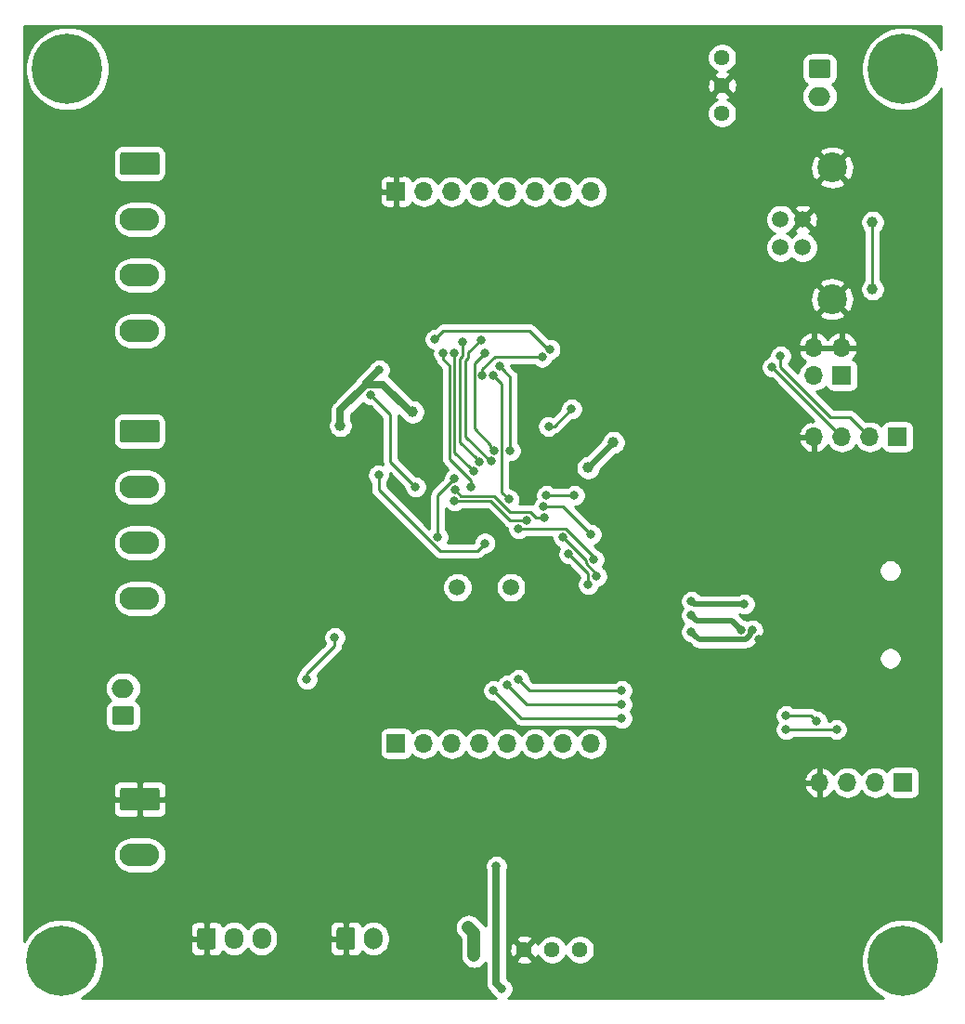
<source format=gbl>
G04 #@! TF.GenerationSoftware,KiCad,Pcbnew,5.1.4*
G04 #@! TF.CreationDate,2019-11-05T18:01:46+08:00*
G04 #@! TF.ProjectId,LaserScanningProjector,4c617365-7253-4636-916e-6e696e675072,rev?*
G04 #@! TF.SameCoordinates,Original*
G04 #@! TF.FileFunction,Copper,L2,Bot*
G04 #@! TF.FilePolarity,Positive*
%FSLAX46Y46*%
G04 Gerber Fmt 4.6, Leading zero omitted, Abs format (unit mm)*
G04 Created by KiCad (PCBNEW 5.1.4) date 2019-11-05 18:01:46*
%MOMM*%
%LPD*%
G04 APERTURE LIST*
%ADD10O,1.700000X1.700000*%
%ADD11R,1.700000X1.700000*%
%ADD12C,2.700000*%
%ADD13C,1.520000*%
%ADD14C,1.500000*%
%ADD15C,1.440000*%
%ADD16O,2.000000X1.700000*%
%ADD17C,0.100000*%
%ADD18C,1.700000*%
%ADD19O,1.700000X2.000000*%
%ADD20O,3.600000X2.080000*%
%ADD21C,2.080000*%
%ADD22O,1.700000X1.950000*%
%ADD23C,6.400000*%
%ADD24C,1.000000*%
%ADD25C,1.300000*%
%ADD26C,0.800000*%
%ADD27C,0.250000*%
%ADD28C,0.700000*%
%ADD29C,1.200000*%
%ADD30C,0.600000*%
%ADD31C,0.500000*%
%ADD32C,0.254000*%
G04 APERTURE END LIST*
D10*
X137668000Y-54356000D03*
X140208000Y-54356000D03*
X137668000Y-56896000D03*
D11*
X140208000Y-56896000D03*
D10*
X109728000Y-90424000D03*
X102108000Y-90424000D03*
X117348000Y-90424000D03*
D11*
X99568000Y-90424000D03*
D10*
X114808000Y-90424000D03*
X104648000Y-90424000D03*
X112268000Y-90424000D03*
X107188000Y-90424000D03*
X117348000Y-40132000D03*
X114808000Y-40132000D03*
X112268000Y-40132000D03*
X109728000Y-40132000D03*
X107188000Y-40132000D03*
X104648000Y-40132000D03*
X102108000Y-40132000D03*
D11*
X99568000Y-40132000D03*
D12*
X139320000Y-37942000D03*
X139320000Y-49942000D03*
D13*
X136620000Y-45212000D03*
X136620000Y-42672000D03*
X134620000Y-42672000D03*
X134620000Y-45212000D03*
D14*
X110036000Y-76200000D03*
X105156000Y-76200000D03*
D15*
X116332000Y-109220000D03*
X113792000Y-109220000D03*
X111252000Y-109220000D03*
X129286000Y-33020000D03*
X129286000Y-30480000D03*
X129286000Y-27940000D03*
D16*
X138176000Y-31456000D03*
D17*
G36*
X138950504Y-28107204D02*
G01*
X138974773Y-28110804D01*
X138998571Y-28116765D01*
X139021671Y-28125030D01*
X139043849Y-28135520D01*
X139064893Y-28148133D01*
X139084598Y-28162747D01*
X139102777Y-28179223D01*
X139119253Y-28197402D01*
X139133867Y-28217107D01*
X139146480Y-28238151D01*
X139156970Y-28260329D01*
X139165235Y-28283429D01*
X139171196Y-28307227D01*
X139174796Y-28331496D01*
X139176000Y-28356000D01*
X139176000Y-29556000D01*
X139174796Y-29580504D01*
X139171196Y-29604773D01*
X139165235Y-29628571D01*
X139156970Y-29651671D01*
X139146480Y-29673849D01*
X139133867Y-29694893D01*
X139119253Y-29714598D01*
X139102777Y-29732777D01*
X139084598Y-29749253D01*
X139064893Y-29763867D01*
X139043849Y-29776480D01*
X139021671Y-29786970D01*
X138998571Y-29795235D01*
X138974773Y-29801196D01*
X138950504Y-29804796D01*
X138926000Y-29806000D01*
X137426000Y-29806000D01*
X137401496Y-29804796D01*
X137377227Y-29801196D01*
X137353429Y-29795235D01*
X137330329Y-29786970D01*
X137308151Y-29776480D01*
X137287107Y-29763867D01*
X137267402Y-29749253D01*
X137249223Y-29732777D01*
X137232747Y-29714598D01*
X137218133Y-29694893D01*
X137205520Y-29673849D01*
X137195030Y-29651671D01*
X137186765Y-29628571D01*
X137180804Y-29604773D01*
X137177204Y-29580504D01*
X137176000Y-29556000D01*
X137176000Y-28356000D01*
X137177204Y-28331496D01*
X137180804Y-28307227D01*
X137186765Y-28283429D01*
X137195030Y-28260329D01*
X137205520Y-28238151D01*
X137218133Y-28217107D01*
X137232747Y-28197402D01*
X137249223Y-28179223D01*
X137267402Y-28162747D01*
X137287107Y-28148133D01*
X137308151Y-28135520D01*
X137330329Y-28125030D01*
X137353429Y-28116765D01*
X137377227Y-28110804D01*
X137401496Y-28107204D01*
X137426000Y-28106000D01*
X138926000Y-28106000D01*
X138950504Y-28107204D01*
X138950504Y-28107204D01*
G37*
D18*
X138176000Y-28956000D03*
D19*
X97496000Y-108204000D03*
D17*
G36*
X95620504Y-107205204D02*
G01*
X95644773Y-107208804D01*
X95668571Y-107214765D01*
X95691671Y-107223030D01*
X95713849Y-107233520D01*
X95734893Y-107246133D01*
X95754598Y-107260747D01*
X95772777Y-107277223D01*
X95789253Y-107295402D01*
X95803867Y-107315107D01*
X95816480Y-107336151D01*
X95826970Y-107358329D01*
X95835235Y-107381429D01*
X95841196Y-107405227D01*
X95844796Y-107429496D01*
X95846000Y-107454000D01*
X95846000Y-108954000D01*
X95844796Y-108978504D01*
X95841196Y-109002773D01*
X95835235Y-109026571D01*
X95826970Y-109049671D01*
X95816480Y-109071849D01*
X95803867Y-109092893D01*
X95789253Y-109112598D01*
X95772777Y-109130777D01*
X95754598Y-109147253D01*
X95734893Y-109161867D01*
X95713849Y-109174480D01*
X95691671Y-109184970D01*
X95668571Y-109193235D01*
X95644773Y-109199196D01*
X95620504Y-109202796D01*
X95596000Y-109204000D01*
X94396000Y-109204000D01*
X94371496Y-109202796D01*
X94347227Y-109199196D01*
X94323429Y-109193235D01*
X94300329Y-109184970D01*
X94278151Y-109174480D01*
X94257107Y-109161867D01*
X94237402Y-109147253D01*
X94219223Y-109130777D01*
X94202747Y-109112598D01*
X94188133Y-109092893D01*
X94175520Y-109071849D01*
X94165030Y-109049671D01*
X94156765Y-109026571D01*
X94150804Y-109002773D01*
X94147204Y-108978504D01*
X94146000Y-108954000D01*
X94146000Y-107454000D01*
X94147204Y-107429496D01*
X94150804Y-107405227D01*
X94156765Y-107381429D01*
X94165030Y-107358329D01*
X94175520Y-107336151D01*
X94188133Y-107315107D01*
X94202747Y-107295402D01*
X94219223Y-107277223D01*
X94237402Y-107260747D01*
X94257107Y-107246133D01*
X94278151Y-107233520D01*
X94300329Y-107223030D01*
X94323429Y-107214765D01*
X94347227Y-107208804D01*
X94371496Y-107205204D01*
X94396000Y-107204000D01*
X95596000Y-107204000D01*
X95620504Y-107205204D01*
X95620504Y-107205204D01*
G37*
D18*
X94996000Y-108204000D03*
D16*
X74676000Y-85384000D03*
D17*
G36*
X75450504Y-87035204D02*
G01*
X75474773Y-87038804D01*
X75498571Y-87044765D01*
X75521671Y-87053030D01*
X75543849Y-87063520D01*
X75564893Y-87076133D01*
X75584598Y-87090747D01*
X75602777Y-87107223D01*
X75619253Y-87125402D01*
X75633867Y-87145107D01*
X75646480Y-87166151D01*
X75656970Y-87188329D01*
X75665235Y-87211429D01*
X75671196Y-87235227D01*
X75674796Y-87259496D01*
X75676000Y-87284000D01*
X75676000Y-88484000D01*
X75674796Y-88508504D01*
X75671196Y-88532773D01*
X75665235Y-88556571D01*
X75656970Y-88579671D01*
X75646480Y-88601849D01*
X75633867Y-88622893D01*
X75619253Y-88642598D01*
X75602777Y-88660777D01*
X75584598Y-88677253D01*
X75564893Y-88691867D01*
X75543849Y-88704480D01*
X75521671Y-88714970D01*
X75498571Y-88723235D01*
X75474773Y-88729196D01*
X75450504Y-88732796D01*
X75426000Y-88734000D01*
X73926000Y-88734000D01*
X73901496Y-88732796D01*
X73877227Y-88729196D01*
X73853429Y-88723235D01*
X73830329Y-88714970D01*
X73808151Y-88704480D01*
X73787107Y-88691867D01*
X73767402Y-88677253D01*
X73749223Y-88660777D01*
X73732747Y-88642598D01*
X73718133Y-88622893D01*
X73705520Y-88601849D01*
X73695030Y-88579671D01*
X73686765Y-88556571D01*
X73680804Y-88532773D01*
X73677204Y-88508504D01*
X73676000Y-88484000D01*
X73676000Y-87284000D01*
X73677204Y-87259496D01*
X73680804Y-87235227D01*
X73686765Y-87211429D01*
X73695030Y-87188329D01*
X73705520Y-87166151D01*
X73718133Y-87145107D01*
X73732747Y-87125402D01*
X73749223Y-87107223D01*
X73767402Y-87090747D01*
X73787107Y-87076133D01*
X73808151Y-87063520D01*
X73830329Y-87053030D01*
X73853429Y-87044765D01*
X73877227Y-87038804D01*
X73901496Y-87035204D01*
X73926000Y-87034000D01*
X75426000Y-87034000D01*
X75450504Y-87035204D01*
X75450504Y-87035204D01*
G37*
D18*
X74676000Y-87884000D03*
D20*
X76200000Y-52832000D03*
X76200000Y-47752000D03*
X76200000Y-42672000D03*
D17*
G36*
X77774505Y-36553204D02*
G01*
X77798773Y-36556804D01*
X77822572Y-36562765D01*
X77845671Y-36571030D01*
X77867850Y-36581520D01*
X77888893Y-36594132D01*
X77908599Y-36608747D01*
X77926777Y-36625223D01*
X77943253Y-36643401D01*
X77957868Y-36663107D01*
X77970480Y-36684150D01*
X77980970Y-36706329D01*
X77989235Y-36729428D01*
X77995196Y-36753227D01*
X77998796Y-36777495D01*
X78000000Y-36801999D01*
X78000000Y-38382001D01*
X77998796Y-38406505D01*
X77995196Y-38430773D01*
X77989235Y-38454572D01*
X77980970Y-38477671D01*
X77970480Y-38499850D01*
X77957868Y-38520893D01*
X77943253Y-38540599D01*
X77926777Y-38558777D01*
X77908599Y-38575253D01*
X77888893Y-38589868D01*
X77867850Y-38602480D01*
X77845671Y-38612970D01*
X77822572Y-38621235D01*
X77798773Y-38627196D01*
X77774505Y-38630796D01*
X77750001Y-38632000D01*
X74649999Y-38632000D01*
X74625495Y-38630796D01*
X74601227Y-38627196D01*
X74577428Y-38621235D01*
X74554329Y-38612970D01*
X74532150Y-38602480D01*
X74511107Y-38589868D01*
X74491401Y-38575253D01*
X74473223Y-38558777D01*
X74456747Y-38540599D01*
X74442132Y-38520893D01*
X74429520Y-38499850D01*
X74419030Y-38477671D01*
X74410765Y-38454572D01*
X74404804Y-38430773D01*
X74401204Y-38406505D01*
X74400000Y-38382001D01*
X74400000Y-36801999D01*
X74401204Y-36777495D01*
X74404804Y-36753227D01*
X74410765Y-36729428D01*
X74419030Y-36706329D01*
X74429520Y-36684150D01*
X74442132Y-36663107D01*
X74456747Y-36643401D01*
X74473223Y-36625223D01*
X74491401Y-36608747D01*
X74511107Y-36594132D01*
X74532150Y-36581520D01*
X74554329Y-36571030D01*
X74577428Y-36562765D01*
X74601227Y-36556804D01*
X74625495Y-36553204D01*
X74649999Y-36552000D01*
X77750001Y-36552000D01*
X77774505Y-36553204D01*
X77774505Y-36553204D01*
G37*
D21*
X76200000Y-37592000D03*
D20*
X76200000Y-77216000D03*
X76200000Y-72136000D03*
X76200000Y-67056000D03*
D17*
G36*
X77774505Y-60937204D02*
G01*
X77798773Y-60940804D01*
X77822572Y-60946765D01*
X77845671Y-60955030D01*
X77867850Y-60965520D01*
X77888893Y-60978132D01*
X77908599Y-60992747D01*
X77926777Y-61009223D01*
X77943253Y-61027401D01*
X77957868Y-61047107D01*
X77970480Y-61068150D01*
X77980970Y-61090329D01*
X77989235Y-61113428D01*
X77995196Y-61137227D01*
X77998796Y-61161495D01*
X78000000Y-61185999D01*
X78000000Y-62766001D01*
X77998796Y-62790505D01*
X77995196Y-62814773D01*
X77989235Y-62838572D01*
X77980970Y-62861671D01*
X77970480Y-62883850D01*
X77957868Y-62904893D01*
X77943253Y-62924599D01*
X77926777Y-62942777D01*
X77908599Y-62959253D01*
X77888893Y-62973868D01*
X77867850Y-62986480D01*
X77845671Y-62996970D01*
X77822572Y-63005235D01*
X77798773Y-63011196D01*
X77774505Y-63014796D01*
X77750001Y-63016000D01*
X74649999Y-63016000D01*
X74625495Y-63014796D01*
X74601227Y-63011196D01*
X74577428Y-63005235D01*
X74554329Y-62996970D01*
X74532150Y-62986480D01*
X74511107Y-62973868D01*
X74491401Y-62959253D01*
X74473223Y-62942777D01*
X74456747Y-62924599D01*
X74442132Y-62904893D01*
X74429520Y-62883850D01*
X74419030Y-62861671D01*
X74410765Y-62838572D01*
X74404804Y-62814773D01*
X74401204Y-62790505D01*
X74400000Y-62766001D01*
X74400000Y-61185999D01*
X74401204Y-61161495D01*
X74404804Y-61137227D01*
X74410765Y-61113428D01*
X74419030Y-61090329D01*
X74429520Y-61068150D01*
X74442132Y-61047107D01*
X74456747Y-61027401D01*
X74473223Y-61009223D01*
X74491401Y-60992747D01*
X74511107Y-60978132D01*
X74532150Y-60965520D01*
X74554329Y-60955030D01*
X74577428Y-60946765D01*
X74601227Y-60940804D01*
X74625495Y-60937204D01*
X74649999Y-60936000D01*
X77750001Y-60936000D01*
X77774505Y-60937204D01*
X77774505Y-60937204D01*
G37*
D21*
X76200000Y-61976000D03*
D17*
G36*
X82920594Y-107230203D02*
G01*
X82944853Y-107233802D01*
X82968642Y-107239761D01*
X82991733Y-107248023D01*
X83013902Y-107258508D01*
X83034937Y-107271116D01*
X83054635Y-107285725D01*
X83072806Y-107302194D01*
X83089275Y-107320365D01*
X83103884Y-107340063D01*
X83116492Y-107361098D01*
X83126977Y-107383267D01*
X83135239Y-107406358D01*
X83141198Y-107430147D01*
X83144797Y-107454406D01*
X83146000Y-107478900D01*
X83146000Y-108929100D01*
X83144797Y-108953594D01*
X83141198Y-108977853D01*
X83135239Y-109001642D01*
X83126977Y-109024733D01*
X83116492Y-109046902D01*
X83103884Y-109067937D01*
X83089275Y-109087635D01*
X83072806Y-109105806D01*
X83054635Y-109122275D01*
X83034937Y-109136884D01*
X83013902Y-109149492D01*
X82991733Y-109159977D01*
X82968642Y-109168239D01*
X82944853Y-109174198D01*
X82920594Y-109177797D01*
X82896100Y-109179000D01*
X81695900Y-109179000D01*
X81671406Y-109177797D01*
X81647147Y-109174198D01*
X81623358Y-109168239D01*
X81600267Y-109159977D01*
X81578098Y-109149492D01*
X81557063Y-109136884D01*
X81537365Y-109122275D01*
X81519194Y-109105806D01*
X81502725Y-109087635D01*
X81488116Y-109067937D01*
X81475508Y-109046902D01*
X81465023Y-109024733D01*
X81456761Y-109001642D01*
X81450802Y-108977853D01*
X81447203Y-108953594D01*
X81446000Y-108929100D01*
X81446000Y-107478900D01*
X81447203Y-107454406D01*
X81450802Y-107430147D01*
X81456761Y-107406358D01*
X81465023Y-107383267D01*
X81475508Y-107361098D01*
X81488116Y-107340063D01*
X81502725Y-107320365D01*
X81519194Y-107302194D01*
X81537365Y-107285725D01*
X81557063Y-107271116D01*
X81578098Y-107258508D01*
X81600267Y-107248023D01*
X81623358Y-107239761D01*
X81647147Y-107233802D01*
X81671406Y-107230203D01*
X81695900Y-107229000D01*
X82896100Y-107229000D01*
X82920594Y-107230203D01*
X82920594Y-107230203D01*
G37*
D18*
X82296000Y-108204000D03*
D22*
X84796000Y-108204000D03*
X87296000Y-108204000D03*
D10*
X138176000Y-93980000D03*
X140716000Y-93980000D03*
X143256000Y-93980000D03*
D11*
X145796000Y-93980000D03*
D10*
X137668000Y-62484000D03*
X140208000Y-62484000D03*
X142748000Y-62484000D03*
D11*
X145288000Y-62484000D03*
D20*
X76200000Y-100584000D03*
D17*
G36*
X77774505Y-94465204D02*
G01*
X77798773Y-94468804D01*
X77822572Y-94474765D01*
X77845671Y-94483030D01*
X77867850Y-94493520D01*
X77888893Y-94506132D01*
X77908599Y-94520747D01*
X77926777Y-94537223D01*
X77943253Y-94555401D01*
X77957868Y-94575107D01*
X77970480Y-94596150D01*
X77980970Y-94618329D01*
X77989235Y-94641428D01*
X77995196Y-94665227D01*
X77998796Y-94689495D01*
X78000000Y-94713999D01*
X78000000Y-96294001D01*
X77998796Y-96318505D01*
X77995196Y-96342773D01*
X77989235Y-96366572D01*
X77980970Y-96389671D01*
X77970480Y-96411850D01*
X77957868Y-96432893D01*
X77943253Y-96452599D01*
X77926777Y-96470777D01*
X77908599Y-96487253D01*
X77888893Y-96501868D01*
X77867850Y-96514480D01*
X77845671Y-96524970D01*
X77822572Y-96533235D01*
X77798773Y-96539196D01*
X77774505Y-96542796D01*
X77750001Y-96544000D01*
X74649999Y-96544000D01*
X74625495Y-96542796D01*
X74601227Y-96539196D01*
X74577428Y-96533235D01*
X74554329Y-96524970D01*
X74532150Y-96514480D01*
X74511107Y-96501868D01*
X74491401Y-96487253D01*
X74473223Y-96470777D01*
X74456747Y-96452599D01*
X74442132Y-96432893D01*
X74429520Y-96411850D01*
X74419030Y-96389671D01*
X74410765Y-96366572D01*
X74404804Y-96342773D01*
X74401204Y-96318505D01*
X74400000Y-96294001D01*
X74400000Y-94713999D01*
X74401204Y-94689495D01*
X74404804Y-94665227D01*
X74410765Y-94641428D01*
X74419030Y-94618329D01*
X74429520Y-94596150D01*
X74442132Y-94575107D01*
X74456747Y-94555401D01*
X74473223Y-94537223D01*
X74491401Y-94520747D01*
X74511107Y-94506132D01*
X74532150Y-94493520D01*
X74554329Y-94483030D01*
X74577428Y-94474765D01*
X74601227Y-94468804D01*
X74625495Y-94465204D01*
X74649999Y-94464000D01*
X77750001Y-94464000D01*
X77774505Y-94465204D01*
X77774505Y-94465204D01*
G37*
D21*
X76200000Y-95504000D03*
D23*
X145796000Y-110236000D03*
X69088000Y-110236000D03*
X145796000Y-28956000D03*
X69596000Y-28956000D03*
D24*
X103632000Y-105156000D03*
X99060000Y-99060000D03*
X86360000Y-34036000D03*
X86360000Y-29972000D03*
X93980000Y-34036000D03*
X94488000Y-27940000D03*
X85852000Y-102108000D03*
X85852000Y-90424000D03*
D25*
X84328000Y-94488000D03*
D24*
X115416000Y-99060000D03*
X115824000Y-104140000D03*
D26*
X93472000Y-104140000D03*
X122428000Y-89408000D03*
X124968000Y-89408000D03*
X127508000Y-89408000D03*
X130048000Y-89408000D03*
X132588000Y-89408000D03*
X133350000Y-85598000D03*
X142240000Y-85598000D03*
X134620000Y-69342000D03*
X107433000Y-82813000D03*
X105410000Y-74168000D03*
X99568000Y-75946000D03*
X100076000Y-67564000D03*
X132640002Y-80974000D03*
X115824000Y-66548000D03*
X99568000Y-55626000D03*
X102870000Y-60198000D03*
X90424000Y-51562000D03*
X90424000Y-45720000D03*
X91440000Y-81534000D03*
D24*
X125730000Y-37084000D03*
D26*
X144780000Y-68326000D03*
X90424000Y-38862000D03*
X90424000Y-64262000D03*
X90424000Y-70104008D03*
X90424000Y-75438000D03*
X107663000Y-72184739D03*
X97975142Y-65971142D03*
X109220000Y-112776000D03*
X108712000Y-101600000D03*
X101346000Y-67056000D03*
X97282000Y-58674000D03*
X106680000Y-109728000D03*
X106172000Y-107188000D03*
D24*
X94488000Y-61468000D03*
X101087500Y-60202500D03*
D26*
X98044000Y-56388000D03*
D24*
X117081431Y-65290569D03*
X119380000Y-62992000D03*
X143002000Y-49022000D03*
X143002000Y-42926000D03*
D26*
X120142000Y-85598000D03*
X110744000Y-84582000D03*
X120142000Y-88138000D03*
X108458000Y-85598000D03*
X120142000Y-86868000D03*
X109728000Y-85090000D03*
X117851347Y-75188653D03*
X113034653Y-69845347D03*
X104915467Y-67314161D03*
X114803340Y-71632660D03*
X117094000Y-75946000D03*
X111506000Y-70104000D03*
X104902000Y-68326000D03*
X115306680Y-73161320D03*
X107442000Y-56896000D03*
X112882414Y-55224414D03*
X133858000Y-56134000D03*
X103124000Y-53594000D03*
X113589522Y-54517306D03*
X134620000Y-55118000D03*
X137922000Y-88392000D03*
X135128000Y-87884000D03*
X113030000Y-68834000D03*
X117348000Y-71374000D03*
X139704653Y-89149347D03*
X135128000Y-89154000D03*
X110744000Y-70866000D03*
X117602000Y-73660000D03*
X109982000Y-63754000D03*
X109012706Y-56063940D03*
X107622001Y-54864000D03*
X108463055Y-63727453D03*
X108275994Y-64709803D03*
X107296999Y-53654786D03*
X104897340Y-54859340D03*
X106628567Y-65608208D03*
X106426000Y-67056000D03*
X103886000Y-54864000D03*
X109859653Y-68194347D03*
X108458000Y-56896000D03*
X115570000Y-59944000D03*
X113469142Y-61536858D03*
X126492000Y-77470000D03*
X131318000Y-77724000D03*
X126492000Y-80264000D03*
X132080000Y-80098000D03*
X126492000Y-78740000D03*
X131064000Y-80098000D03*
X115824000Y-67818000D03*
X113284000Y-67818000D03*
X103378000Y-71628000D03*
X104902000Y-66294000D03*
X91440000Y-84581996D03*
X93980000Y-80772000D03*
X105664000Y-53848000D03*
X107187993Y-64779313D03*
D27*
X107663000Y-72184739D02*
X106949739Y-72898000D01*
X97975142Y-67298144D02*
X97975142Y-65971142D01*
X106949739Y-72898000D02*
X103574998Y-72898000D01*
X103574998Y-72898000D02*
X97975142Y-67298144D01*
D28*
X108712000Y-112268000D02*
X109220000Y-112776000D01*
X108712000Y-101600000D02*
X108712000Y-112268000D01*
D27*
X101346000Y-67056000D02*
X99060000Y-64770000D01*
X99060000Y-64770000D02*
X99060000Y-60452000D01*
X99060000Y-60452000D02*
X97282000Y-58674000D01*
D29*
X106680000Y-109728000D02*
X106680000Y-107696000D01*
X106680000Y-107696000D02*
X106172000Y-107188000D01*
D28*
X96825999Y-57723999D02*
X98363999Y-57723999D01*
X94488000Y-61468000D02*
X94488000Y-60061998D01*
X94488000Y-60061998D02*
X96825999Y-57723999D01*
X100842500Y-60202500D02*
X101087500Y-60202500D01*
X98363999Y-57723999D02*
X100842500Y-60202500D01*
X96825999Y-57723999D02*
X96825999Y-57606001D01*
X96825999Y-57606001D02*
X98044000Y-56388000D01*
D30*
X117081431Y-65290569D02*
X119380000Y-62992000D01*
D27*
X143002000Y-49022000D02*
X143002000Y-42926000D01*
X120142000Y-85598000D02*
X111760000Y-85598000D01*
X111760000Y-85598000D02*
X110744000Y-84582000D01*
X120142000Y-88138000D02*
X110998000Y-88138000D01*
X108857999Y-85997999D02*
X108458000Y-85598000D01*
X110998000Y-88138000D02*
X108857999Y-85997999D01*
X120142000Y-86868000D02*
X111506000Y-86868000D01*
X111506000Y-86868000D02*
X109728000Y-85090000D01*
X105477297Y-67875991D02*
X104915467Y-67314161D01*
X112320349Y-69845347D02*
X111817002Y-69342000D01*
X113034653Y-69845347D02*
X112320349Y-69845347D01*
X109982000Y-69342000D02*
X108515991Y-67875991D01*
X111817002Y-69342000D02*
X109982000Y-69342000D01*
X108515991Y-67875991D02*
X105477297Y-67875991D01*
X116876999Y-74008001D02*
X116876999Y-73706319D01*
X116876999Y-73706319D02*
X115203339Y-72032659D01*
X115203339Y-72032659D02*
X114803340Y-71632660D01*
X117851347Y-75188653D02*
X117851347Y-74982349D01*
X117851347Y-74982349D02*
X116876999Y-74008001D01*
X111506000Y-70104000D02*
X110236000Y-70104000D01*
X110236000Y-70104000D02*
X109982000Y-70104000D01*
X109982000Y-70104000D02*
X108204000Y-68326000D01*
X108204000Y-68326000D02*
X104902000Y-68326000D01*
X117094000Y-75946000D02*
X117094000Y-74948640D01*
X115706679Y-73561319D02*
X115306680Y-73161320D01*
X117094000Y-74948640D02*
X115706679Y-73561319D01*
X108547901Y-55224414D02*
X112882414Y-55224414D01*
X107442000Y-56896000D02*
X107442000Y-56330315D01*
X107442000Y-56330315D02*
X108547901Y-55224414D01*
X133858000Y-56134000D02*
X140208000Y-62484000D01*
X103886000Y-52832000D02*
X111760000Y-52832000D01*
X103124000Y-53594000D02*
X103886000Y-52832000D01*
X111760000Y-52832000D02*
X113445306Y-54517306D01*
X113445306Y-54517306D02*
X113589522Y-54517306D01*
X139192000Y-60706000D02*
X134620000Y-56134000D01*
X142748000Y-62484000D02*
X140970000Y-60706000D01*
X134620000Y-56134000D02*
X134620000Y-55118000D01*
X140970000Y-60706000D02*
X139192000Y-60706000D01*
X137922000Y-88392000D02*
X137414000Y-87884000D01*
X137414000Y-87884000D02*
X135128000Y-87884000D01*
X114808000Y-68834000D02*
X117348000Y-71374000D01*
X113030000Y-68834000D02*
X114808000Y-68834000D01*
X139704653Y-89149347D02*
X135132653Y-89149347D01*
X135132653Y-89149347D02*
X135128000Y-89154000D01*
X117602000Y-73406000D02*
X117602000Y-73660000D01*
X110744000Y-70866000D02*
X115062000Y-70866000D01*
X115062000Y-70866000D02*
X117602000Y-73406000D01*
X109412705Y-56463939D02*
X109012706Y-56063940D01*
X109982000Y-63754000D02*
X109982000Y-57033234D01*
X109982000Y-57033234D02*
X109412705Y-56463939D01*
X106716999Y-61758999D02*
X108204000Y-63246000D01*
X107622001Y-54864000D02*
X106716999Y-55769002D01*
X106716999Y-55769002D02*
X106716999Y-61758999D01*
X108204000Y-63246000D02*
X108204000Y-63468398D01*
X108204000Y-63468398D02*
X108463055Y-63727453D01*
X106172000Y-54779785D02*
X107296999Y-53654786D01*
X106172000Y-55309205D02*
X106172000Y-54779785D01*
X105918000Y-55563205D02*
X106172000Y-55309205D01*
X108275994Y-64709803D02*
X108143803Y-64709803D01*
X108143803Y-64709803D02*
X105918000Y-62484000D01*
X105918000Y-62484000D02*
X105918000Y-55563205D01*
X106228568Y-65208209D02*
X106628567Y-65608208D01*
X104897340Y-63876981D02*
X106228568Y-65208209D01*
X104897340Y-54859340D02*
X104897340Y-63876981D01*
X104446995Y-55990680D02*
X103886000Y-55429685D01*
X103886000Y-55429685D02*
X103886000Y-54864000D01*
X106426000Y-67056000D02*
X106426000Y-66490315D01*
X106426000Y-66490315D02*
X104446995Y-64511310D01*
X104446995Y-64511310D02*
X104446995Y-55990680D01*
X109859653Y-68194347D02*
X109220000Y-67554694D01*
X109220000Y-67554694D02*
X109220000Y-57658000D01*
X109220000Y-57658000D02*
X108857999Y-57295999D01*
X108857999Y-57295999D02*
X108458000Y-56896000D01*
X115570000Y-59944000D02*
X113977142Y-61536858D01*
X113977142Y-61536858D02*
X113469142Y-61536858D01*
D31*
X126746000Y-77724000D02*
X126492000Y-77470000D01*
X131318000Y-77724000D02*
X126746000Y-77724000D01*
X127176001Y-80948001D02*
X126891999Y-80663999D01*
X131992000Y-80098000D02*
X131914001Y-80175999D01*
X132080000Y-80098000D02*
X131992000Y-80098000D01*
X126891999Y-80663999D02*
X126492000Y-80264000D01*
X131914001Y-80175999D02*
X131914001Y-80506001D01*
X131472001Y-80948001D02*
X127176001Y-80948001D01*
X131914001Y-80506001D02*
X131472001Y-80948001D01*
X127000000Y-79248000D02*
X126492000Y-78740000D01*
X131064000Y-80098000D02*
X130214000Y-79248000D01*
X130214000Y-79248000D02*
X127000000Y-79248000D01*
D27*
X115824000Y-67818000D02*
X113284000Y-67818000D01*
X103378000Y-71628000D02*
X103378000Y-67818000D01*
X103378000Y-67818000D02*
X104902000Y-66294000D01*
X93980000Y-81533998D02*
X93980000Y-81337685D01*
X91440000Y-84581996D02*
X91440000Y-84073998D01*
X93980000Y-81337685D02*
X93980000Y-80772000D01*
X91440000Y-84073998D02*
X93980000Y-81533998D01*
X105410000Y-55372000D02*
X105410000Y-63001320D01*
X105664000Y-53848000D02*
X105664000Y-55118000D01*
X105410000Y-63001320D02*
X106787994Y-64379314D01*
X106787994Y-64379314D02*
X107187993Y-64779313D01*
X105664000Y-55118000D02*
X105410000Y-55372000D01*
D32*
G36*
X149200001Y-27152647D02*
G01*
X149194533Y-27139446D01*
X148774839Y-26511330D01*
X148240670Y-25977161D01*
X147612554Y-25557467D01*
X146914628Y-25268377D01*
X146173715Y-25121000D01*
X145418285Y-25121000D01*
X144677372Y-25268377D01*
X143979446Y-25557467D01*
X143351330Y-25977161D01*
X142817161Y-26511330D01*
X142397467Y-27139446D01*
X142108377Y-27837372D01*
X141961000Y-28578285D01*
X141961000Y-29333715D01*
X142108377Y-30074628D01*
X142397467Y-30772554D01*
X142817161Y-31400670D01*
X143351330Y-31934839D01*
X143979446Y-32354533D01*
X144677372Y-32643623D01*
X145418285Y-32791000D01*
X146173715Y-32791000D01*
X146914628Y-32643623D01*
X147612554Y-32354533D01*
X148240670Y-31934839D01*
X148774839Y-31400670D01*
X149194533Y-30772554D01*
X149200001Y-30759353D01*
X149200000Y-108432645D01*
X149194533Y-108419446D01*
X148774839Y-107791330D01*
X148240670Y-107257161D01*
X147612554Y-106837467D01*
X146914628Y-106548377D01*
X146173715Y-106401000D01*
X145418285Y-106401000D01*
X144677372Y-106548377D01*
X143979446Y-106837467D01*
X143351330Y-107257161D01*
X142817161Y-107791330D01*
X142397467Y-108419446D01*
X142108377Y-109117372D01*
X141961000Y-109858285D01*
X141961000Y-110613715D01*
X142108377Y-111354628D01*
X142397467Y-112052554D01*
X142817161Y-112680670D01*
X143351330Y-113214839D01*
X143979446Y-113634533D01*
X143992645Y-113640000D01*
X109789883Y-113640000D01*
X109879774Y-113579937D01*
X110023937Y-113435774D01*
X110137205Y-113266256D01*
X110215226Y-113077898D01*
X110255000Y-112877939D01*
X110255000Y-112674061D01*
X110215226Y-112474102D01*
X110137205Y-112285744D01*
X110023937Y-112116226D01*
X109879774Y-111972063D01*
X109710256Y-111858795D01*
X109697000Y-111853304D01*
X109697000Y-110155560D01*
X110496045Y-110155560D01*
X110557932Y-110391368D01*
X110799790Y-110504266D01*
X111059027Y-110567811D01*
X111325680Y-110579561D01*
X111589501Y-110539063D01*
X111840353Y-110447875D01*
X111946068Y-110391368D01*
X112007955Y-110155560D01*
X111252000Y-109399605D01*
X110496045Y-110155560D01*
X109697000Y-110155560D01*
X109697000Y-109293680D01*
X109892439Y-109293680D01*
X109932937Y-109557501D01*
X110024125Y-109808353D01*
X110080632Y-109914068D01*
X110316440Y-109975955D01*
X111072395Y-109220000D01*
X111431605Y-109220000D01*
X112187560Y-109975955D01*
X112423368Y-109914068D01*
X112523764Y-109698993D01*
X112591215Y-109861833D01*
X112739503Y-110083762D01*
X112928238Y-110272497D01*
X113150167Y-110420785D01*
X113396761Y-110522928D01*
X113658544Y-110575000D01*
X113925456Y-110575000D01*
X114187239Y-110522928D01*
X114433833Y-110420785D01*
X114655762Y-110272497D01*
X114844497Y-110083762D01*
X114992785Y-109861833D01*
X115062000Y-109694734D01*
X115131215Y-109861833D01*
X115279503Y-110083762D01*
X115468238Y-110272497D01*
X115690167Y-110420785D01*
X115936761Y-110522928D01*
X116198544Y-110575000D01*
X116465456Y-110575000D01*
X116727239Y-110522928D01*
X116973833Y-110420785D01*
X117195762Y-110272497D01*
X117384497Y-110083762D01*
X117532785Y-109861833D01*
X117634928Y-109615239D01*
X117687000Y-109353456D01*
X117687000Y-109086544D01*
X117634928Y-108824761D01*
X117532785Y-108578167D01*
X117384497Y-108356238D01*
X117195762Y-108167503D01*
X116973833Y-108019215D01*
X116727239Y-107917072D01*
X116465456Y-107865000D01*
X116198544Y-107865000D01*
X115936761Y-107917072D01*
X115690167Y-108019215D01*
X115468238Y-108167503D01*
X115279503Y-108356238D01*
X115131215Y-108578167D01*
X115062000Y-108745266D01*
X114992785Y-108578167D01*
X114844497Y-108356238D01*
X114655762Y-108167503D01*
X114433833Y-108019215D01*
X114187239Y-107917072D01*
X113925456Y-107865000D01*
X113658544Y-107865000D01*
X113396761Y-107917072D01*
X113150167Y-108019215D01*
X112928238Y-108167503D01*
X112739503Y-108356238D01*
X112591215Y-108578167D01*
X112521562Y-108746324D01*
X112479875Y-108631647D01*
X112423368Y-108525932D01*
X112187560Y-108464045D01*
X111431605Y-109220000D01*
X111072395Y-109220000D01*
X110316440Y-108464045D01*
X110080632Y-108525932D01*
X109967734Y-108767790D01*
X109904189Y-109027027D01*
X109892439Y-109293680D01*
X109697000Y-109293680D01*
X109697000Y-108284440D01*
X110496045Y-108284440D01*
X111252000Y-109040395D01*
X112007955Y-108284440D01*
X111946068Y-108048632D01*
X111704210Y-107935734D01*
X111444973Y-107872189D01*
X111178320Y-107860439D01*
X110914499Y-107900937D01*
X110663647Y-107992125D01*
X110557932Y-108048632D01*
X110496045Y-108284440D01*
X109697000Y-108284440D01*
X109697000Y-101926586D01*
X109707226Y-101901898D01*
X109747000Y-101701939D01*
X109747000Y-101498061D01*
X109707226Y-101298102D01*
X109629205Y-101109744D01*
X109515937Y-100940226D01*
X109371774Y-100796063D01*
X109202256Y-100682795D01*
X109013898Y-100604774D01*
X108813939Y-100565000D01*
X108610061Y-100565000D01*
X108410102Y-100604774D01*
X108221744Y-100682795D01*
X108052226Y-100796063D01*
X107908063Y-100940226D01*
X107794795Y-101109744D01*
X107716774Y-101298102D01*
X107677000Y-101498061D01*
X107677000Y-101701939D01*
X107716774Y-101901898D01*
X107727000Y-101926586D01*
X107727001Y-107034927D01*
X107711833Y-107006551D01*
X107557502Y-106818498D01*
X107510374Y-106779821D01*
X107002380Y-106271827D01*
X106861448Y-106156168D01*
X106646899Y-106041489D01*
X106414102Y-105970870D01*
X106172000Y-105947025D01*
X105929898Y-105970870D01*
X105697101Y-106041489D01*
X105482552Y-106156168D01*
X105294499Y-106310499D01*
X105140168Y-106498552D01*
X105025489Y-106713101D01*
X104954870Y-106945898D01*
X104931025Y-107188000D01*
X104954870Y-107430102D01*
X105025489Y-107662899D01*
X105140168Y-107877448D01*
X105255827Y-108018380D01*
X105445001Y-108207554D01*
X105445000Y-109788664D01*
X105462870Y-109970101D01*
X105533489Y-110202900D01*
X105648167Y-110417448D01*
X105802498Y-110605502D01*
X105990551Y-110759833D01*
X106205099Y-110874511D01*
X106437898Y-110945130D01*
X106680000Y-110968975D01*
X106922101Y-110945130D01*
X107154900Y-110874511D01*
X107369448Y-110759833D01*
X107557502Y-110605502D01*
X107711833Y-110417449D01*
X107727001Y-110389072D01*
X107727001Y-112219610D01*
X107722235Y-112268000D01*
X107741253Y-112461093D01*
X107797576Y-112646766D01*
X107840152Y-112726419D01*
X107889041Y-112817884D01*
X108012131Y-112967870D01*
X108049712Y-112998712D01*
X108292569Y-113241568D01*
X108302795Y-113266256D01*
X108416063Y-113435774D01*
X108560226Y-113579937D01*
X108650117Y-113640000D01*
X70891355Y-113640000D01*
X70904554Y-113634533D01*
X71532670Y-113214839D01*
X72066839Y-112680670D01*
X72486533Y-112052554D01*
X72775623Y-111354628D01*
X72923000Y-110613715D01*
X72923000Y-109858285D01*
X72787882Y-109179000D01*
X80807928Y-109179000D01*
X80820188Y-109303482D01*
X80856498Y-109423180D01*
X80915463Y-109533494D01*
X80994815Y-109630185D01*
X81091506Y-109709537D01*
X81201820Y-109768502D01*
X81321518Y-109804812D01*
X81446000Y-109817072D01*
X82010250Y-109814000D01*
X82169000Y-109655250D01*
X82169000Y-108331000D01*
X80969750Y-108331000D01*
X80811000Y-108489750D01*
X80807928Y-109179000D01*
X72787882Y-109179000D01*
X72775623Y-109117372D01*
X72486533Y-108419446D01*
X72066839Y-107791330D01*
X71532670Y-107257161D01*
X71490525Y-107229000D01*
X80807928Y-107229000D01*
X80811000Y-107918250D01*
X80969750Y-108077000D01*
X82169000Y-108077000D01*
X82169000Y-106752750D01*
X82423000Y-106752750D01*
X82423000Y-108077000D01*
X82443000Y-108077000D01*
X82443000Y-108331000D01*
X82423000Y-108331000D01*
X82423000Y-109655250D01*
X82581750Y-109814000D01*
X83146000Y-109817072D01*
X83270482Y-109804812D01*
X83390180Y-109768502D01*
X83500494Y-109709537D01*
X83597185Y-109630185D01*
X83676537Y-109533494D01*
X83735502Y-109423180D01*
X83746055Y-109388392D01*
X83966987Y-109569706D01*
X84224967Y-109707599D01*
X84504890Y-109792513D01*
X84796000Y-109821185D01*
X85087111Y-109792513D01*
X85367034Y-109707599D01*
X85625014Y-109569706D01*
X85851134Y-109384134D01*
X86036706Y-109158014D01*
X86046000Y-109140626D01*
X86055294Y-109158014D01*
X86240866Y-109384134D01*
X86466987Y-109569706D01*
X86724967Y-109707599D01*
X87004890Y-109792513D01*
X87296000Y-109821185D01*
X87587111Y-109792513D01*
X87867034Y-109707599D01*
X88125014Y-109569706D01*
X88351134Y-109384134D01*
X88498966Y-109204000D01*
X93507928Y-109204000D01*
X93520188Y-109328482D01*
X93556498Y-109448180D01*
X93615463Y-109558494D01*
X93694815Y-109655185D01*
X93791506Y-109734537D01*
X93901820Y-109793502D01*
X94021518Y-109829812D01*
X94146000Y-109842072D01*
X94710250Y-109839000D01*
X94869000Y-109680250D01*
X94869000Y-108331000D01*
X93669750Y-108331000D01*
X93511000Y-108489750D01*
X93507928Y-109204000D01*
X88498966Y-109204000D01*
X88536706Y-109158014D01*
X88674599Y-108900033D01*
X88759513Y-108620110D01*
X88781000Y-108401949D01*
X88781000Y-108006050D01*
X88759513Y-107787889D01*
X88674599Y-107507966D01*
X88536706Y-107249986D01*
X88498967Y-107204000D01*
X93507928Y-107204000D01*
X93511000Y-107918250D01*
X93669750Y-108077000D01*
X94869000Y-108077000D01*
X94869000Y-106727750D01*
X95123000Y-106727750D01*
X95123000Y-108077000D01*
X95143000Y-108077000D01*
X95143000Y-108331000D01*
X95123000Y-108331000D01*
X95123000Y-109680250D01*
X95281750Y-109839000D01*
X95846000Y-109842072D01*
X95970482Y-109829812D01*
X96090180Y-109793502D01*
X96200494Y-109734537D01*
X96297185Y-109655185D01*
X96376537Y-109558494D01*
X96435502Y-109448180D01*
X96446055Y-109413392D01*
X96666987Y-109594706D01*
X96924967Y-109732599D01*
X97204890Y-109817513D01*
X97496000Y-109846185D01*
X97787111Y-109817513D01*
X98067034Y-109732599D01*
X98325014Y-109594706D01*
X98551134Y-109409134D01*
X98736706Y-109183014D01*
X98874599Y-108925033D01*
X98959513Y-108645110D01*
X98981000Y-108426949D01*
X98981000Y-107981050D01*
X98959513Y-107762889D01*
X98874599Y-107482966D01*
X98736706Y-107224986D01*
X98551134Y-106998866D01*
X98325013Y-106813294D01*
X98067033Y-106675401D01*
X97787110Y-106590487D01*
X97496000Y-106561815D01*
X97204889Y-106590487D01*
X96924966Y-106675401D01*
X96666986Y-106813294D01*
X96446055Y-106994608D01*
X96435502Y-106959820D01*
X96376537Y-106849506D01*
X96297185Y-106752815D01*
X96200494Y-106673463D01*
X96090180Y-106614498D01*
X95970482Y-106578188D01*
X95846000Y-106565928D01*
X95281750Y-106569000D01*
X95123000Y-106727750D01*
X94869000Y-106727750D01*
X94710250Y-106569000D01*
X94146000Y-106565928D01*
X94021518Y-106578188D01*
X93901820Y-106614498D01*
X93791506Y-106673463D01*
X93694815Y-106752815D01*
X93615463Y-106849506D01*
X93556498Y-106959820D01*
X93520188Y-107079518D01*
X93507928Y-107204000D01*
X88498967Y-107204000D01*
X88351134Y-107023866D01*
X88125013Y-106838294D01*
X87867033Y-106700401D01*
X87587110Y-106615487D01*
X87296000Y-106586815D01*
X87004889Y-106615487D01*
X86724966Y-106700401D01*
X86466986Y-106838294D01*
X86240866Y-107023866D01*
X86055294Y-107249987D01*
X86046000Y-107267374D01*
X86036706Y-107249986D01*
X85851134Y-107023866D01*
X85625013Y-106838294D01*
X85367033Y-106700401D01*
X85087110Y-106615487D01*
X84796000Y-106586815D01*
X84504889Y-106615487D01*
X84224966Y-106700401D01*
X83966986Y-106838294D01*
X83746055Y-107019608D01*
X83735502Y-106984820D01*
X83676537Y-106874506D01*
X83597185Y-106777815D01*
X83500494Y-106698463D01*
X83390180Y-106639498D01*
X83270482Y-106603188D01*
X83146000Y-106590928D01*
X82581750Y-106594000D01*
X82423000Y-106752750D01*
X82169000Y-106752750D01*
X82010250Y-106594000D01*
X81446000Y-106590928D01*
X81321518Y-106603188D01*
X81201820Y-106639498D01*
X81091506Y-106698463D01*
X80994815Y-106777815D01*
X80915463Y-106874506D01*
X80856498Y-106984820D01*
X80820188Y-107104518D01*
X80807928Y-107229000D01*
X71490525Y-107229000D01*
X70904554Y-106837467D01*
X70206628Y-106548377D01*
X69465715Y-106401000D01*
X68710285Y-106401000D01*
X67969372Y-106548377D01*
X67271446Y-106837467D01*
X66643330Y-107257161D01*
X66109161Y-107791330D01*
X65689467Y-108419446D01*
X65684000Y-108432645D01*
X65684000Y-100584000D01*
X73756896Y-100584000D01*
X73789236Y-100912357D01*
X73885015Y-101228096D01*
X74040550Y-101519082D01*
X74249866Y-101774134D01*
X74504918Y-101983450D01*
X74795904Y-102138985D01*
X75111643Y-102234764D01*
X75357718Y-102259000D01*
X77042282Y-102259000D01*
X77288357Y-102234764D01*
X77604096Y-102138985D01*
X77895082Y-101983450D01*
X78150134Y-101774134D01*
X78359450Y-101519082D01*
X78514985Y-101228096D01*
X78610764Y-100912357D01*
X78643104Y-100584000D01*
X78610764Y-100255643D01*
X78514985Y-99939904D01*
X78359450Y-99648918D01*
X78150134Y-99393866D01*
X77895082Y-99184550D01*
X77604096Y-99029015D01*
X77288357Y-98933236D01*
X77042282Y-98909000D01*
X75357718Y-98909000D01*
X75111643Y-98933236D01*
X74795904Y-99029015D01*
X74504918Y-99184550D01*
X74249866Y-99393866D01*
X74040550Y-99648918D01*
X73885015Y-99939904D01*
X73789236Y-100255643D01*
X73756896Y-100584000D01*
X65684000Y-100584000D01*
X65684000Y-96544000D01*
X73761928Y-96544000D01*
X73774188Y-96668482D01*
X73810498Y-96788180D01*
X73869463Y-96898494D01*
X73948815Y-96995185D01*
X74045506Y-97074537D01*
X74155820Y-97133502D01*
X74275518Y-97169812D01*
X74400000Y-97182072D01*
X75914250Y-97179000D01*
X76073000Y-97020250D01*
X76073000Y-95631000D01*
X76327000Y-95631000D01*
X76327000Y-97020250D01*
X76485750Y-97179000D01*
X78000000Y-97182072D01*
X78124482Y-97169812D01*
X78244180Y-97133502D01*
X78354494Y-97074537D01*
X78451185Y-96995185D01*
X78530537Y-96898494D01*
X78589502Y-96788180D01*
X78625812Y-96668482D01*
X78638072Y-96544000D01*
X78635000Y-95789750D01*
X78476250Y-95631000D01*
X76327000Y-95631000D01*
X76073000Y-95631000D01*
X73923750Y-95631000D01*
X73765000Y-95789750D01*
X73761928Y-96544000D01*
X65684000Y-96544000D01*
X65684000Y-94464000D01*
X73761928Y-94464000D01*
X73765000Y-95218250D01*
X73923750Y-95377000D01*
X76073000Y-95377000D01*
X76073000Y-93987750D01*
X76327000Y-93987750D01*
X76327000Y-95377000D01*
X78476250Y-95377000D01*
X78635000Y-95218250D01*
X78638072Y-94464000D01*
X78625812Y-94339518D01*
X78625016Y-94336891D01*
X136734519Y-94336891D01*
X136831843Y-94611252D01*
X136980822Y-94861355D01*
X137175731Y-95077588D01*
X137409080Y-95251641D01*
X137671901Y-95376825D01*
X137819110Y-95421476D01*
X138049000Y-95300155D01*
X138049000Y-94107000D01*
X136855186Y-94107000D01*
X136734519Y-94336891D01*
X78625016Y-94336891D01*
X78589502Y-94219820D01*
X78530537Y-94109506D01*
X78451185Y-94012815D01*
X78354494Y-93933463D01*
X78244180Y-93874498D01*
X78124482Y-93838188D01*
X78000000Y-93825928D01*
X76485750Y-93829000D01*
X76327000Y-93987750D01*
X76073000Y-93987750D01*
X75914250Y-93829000D01*
X74400000Y-93825928D01*
X74275518Y-93838188D01*
X74155820Y-93874498D01*
X74045506Y-93933463D01*
X73948815Y-94012815D01*
X73869463Y-94109506D01*
X73810498Y-94219820D01*
X73774188Y-94339518D01*
X73761928Y-94464000D01*
X65684000Y-94464000D01*
X65684000Y-93623109D01*
X136734519Y-93623109D01*
X136855186Y-93853000D01*
X138049000Y-93853000D01*
X138049000Y-92659845D01*
X138303000Y-92659845D01*
X138303000Y-93853000D01*
X138323000Y-93853000D01*
X138323000Y-94107000D01*
X138303000Y-94107000D01*
X138303000Y-95300155D01*
X138532890Y-95421476D01*
X138680099Y-95376825D01*
X138942920Y-95251641D01*
X139176269Y-95077588D01*
X139371178Y-94861355D01*
X139440799Y-94744477D01*
X139475294Y-94809014D01*
X139660866Y-95035134D01*
X139886986Y-95220706D01*
X140144966Y-95358599D01*
X140424889Y-95443513D01*
X140643050Y-95465000D01*
X140788950Y-95465000D01*
X141007111Y-95443513D01*
X141287034Y-95358599D01*
X141545014Y-95220706D01*
X141771134Y-95035134D01*
X141956706Y-94809014D01*
X141986000Y-94754209D01*
X142015294Y-94809014D01*
X142200866Y-95035134D01*
X142426986Y-95220706D01*
X142684966Y-95358599D01*
X142964889Y-95443513D01*
X143183050Y-95465000D01*
X143328950Y-95465000D01*
X143547111Y-95443513D01*
X143827034Y-95358599D01*
X144085014Y-95220706D01*
X144311134Y-95035134D01*
X144335607Y-95005313D01*
X144356498Y-95074180D01*
X144415463Y-95184494D01*
X144494815Y-95281185D01*
X144591506Y-95360537D01*
X144701820Y-95419502D01*
X144821518Y-95455812D01*
X144946000Y-95468072D01*
X146646000Y-95468072D01*
X146770482Y-95455812D01*
X146890180Y-95419502D01*
X147000494Y-95360537D01*
X147097185Y-95281185D01*
X147176537Y-95184494D01*
X147235502Y-95074180D01*
X147271812Y-94954482D01*
X147284072Y-94830000D01*
X147284072Y-93130000D01*
X147271812Y-93005518D01*
X147235502Y-92885820D01*
X147176537Y-92775506D01*
X147097185Y-92678815D01*
X147000494Y-92599463D01*
X146890180Y-92540498D01*
X146770482Y-92504188D01*
X146646000Y-92491928D01*
X144946000Y-92491928D01*
X144821518Y-92504188D01*
X144701820Y-92540498D01*
X144591506Y-92599463D01*
X144494815Y-92678815D01*
X144415463Y-92775506D01*
X144356498Y-92885820D01*
X144335607Y-92954687D01*
X144311134Y-92924866D01*
X144085014Y-92739294D01*
X143827034Y-92601401D01*
X143547111Y-92516487D01*
X143328950Y-92495000D01*
X143183050Y-92495000D01*
X142964889Y-92516487D01*
X142684966Y-92601401D01*
X142426986Y-92739294D01*
X142200866Y-92924866D01*
X142015294Y-93150986D01*
X141986000Y-93205791D01*
X141956706Y-93150986D01*
X141771134Y-92924866D01*
X141545014Y-92739294D01*
X141287034Y-92601401D01*
X141007111Y-92516487D01*
X140788950Y-92495000D01*
X140643050Y-92495000D01*
X140424889Y-92516487D01*
X140144966Y-92601401D01*
X139886986Y-92739294D01*
X139660866Y-92924866D01*
X139475294Y-93150986D01*
X139440799Y-93215523D01*
X139371178Y-93098645D01*
X139176269Y-92882412D01*
X138942920Y-92708359D01*
X138680099Y-92583175D01*
X138532890Y-92538524D01*
X138303000Y-92659845D01*
X138049000Y-92659845D01*
X137819110Y-92538524D01*
X137671901Y-92583175D01*
X137409080Y-92708359D01*
X137175731Y-92882412D01*
X136980822Y-93098645D01*
X136831843Y-93348748D01*
X136734519Y-93623109D01*
X65684000Y-93623109D01*
X65684000Y-89574000D01*
X98079928Y-89574000D01*
X98079928Y-91274000D01*
X98092188Y-91398482D01*
X98128498Y-91518180D01*
X98187463Y-91628494D01*
X98266815Y-91725185D01*
X98363506Y-91804537D01*
X98473820Y-91863502D01*
X98593518Y-91899812D01*
X98718000Y-91912072D01*
X100418000Y-91912072D01*
X100542482Y-91899812D01*
X100662180Y-91863502D01*
X100772494Y-91804537D01*
X100869185Y-91725185D01*
X100948537Y-91628494D01*
X101007502Y-91518180D01*
X101028393Y-91449313D01*
X101052866Y-91479134D01*
X101278986Y-91664706D01*
X101536966Y-91802599D01*
X101816889Y-91887513D01*
X102035050Y-91909000D01*
X102180950Y-91909000D01*
X102399111Y-91887513D01*
X102679034Y-91802599D01*
X102937014Y-91664706D01*
X103163134Y-91479134D01*
X103348706Y-91253014D01*
X103378000Y-91198209D01*
X103407294Y-91253014D01*
X103592866Y-91479134D01*
X103818986Y-91664706D01*
X104076966Y-91802599D01*
X104356889Y-91887513D01*
X104575050Y-91909000D01*
X104720950Y-91909000D01*
X104939111Y-91887513D01*
X105219034Y-91802599D01*
X105477014Y-91664706D01*
X105703134Y-91479134D01*
X105888706Y-91253014D01*
X105918000Y-91198209D01*
X105947294Y-91253014D01*
X106132866Y-91479134D01*
X106358986Y-91664706D01*
X106616966Y-91802599D01*
X106896889Y-91887513D01*
X107115050Y-91909000D01*
X107260950Y-91909000D01*
X107479111Y-91887513D01*
X107759034Y-91802599D01*
X108017014Y-91664706D01*
X108243134Y-91479134D01*
X108428706Y-91253014D01*
X108458000Y-91198209D01*
X108487294Y-91253014D01*
X108672866Y-91479134D01*
X108898986Y-91664706D01*
X109156966Y-91802599D01*
X109436889Y-91887513D01*
X109655050Y-91909000D01*
X109800950Y-91909000D01*
X110019111Y-91887513D01*
X110299034Y-91802599D01*
X110557014Y-91664706D01*
X110783134Y-91479134D01*
X110968706Y-91253014D01*
X110998000Y-91198209D01*
X111027294Y-91253014D01*
X111212866Y-91479134D01*
X111438986Y-91664706D01*
X111696966Y-91802599D01*
X111976889Y-91887513D01*
X112195050Y-91909000D01*
X112340950Y-91909000D01*
X112559111Y-91887513D01*
X112839034Y-91802599D01*
X113097014Y-91664706D01*
X113323134Y-91479134D01*
X113508706Y-91253014D01*
X113538000Y-91198209D01*
X113567294Y-91253014D01*
X113752866Y-91479134D01*
X113978986Y-91664706D01*
X114236966Y-91802599D01*
X114516889Y-91887513D01*
X114735050Y-91909000D01*
X114880950Y-91909000D01*
X115099111Y-91887513D01*
X115379034Y-91802599D01*
X115637014Y-91664706D01*
X115863134Y-91479134D01*
X116048706Y-91253014D01*
X116078000Y-91198209D01*
X116107294Y-91253014D01*
X116292866Y-91479134D01*
X116518986Y-91664706D01*
X116776966Y-91802599D01*
X117056889Y-91887513D01*
X117275050Y-91909000D01*
X117420950Y-91909000D01*
X117639111Y-91887513D01*
X117919034Y-91802599D01*
X118177014Y-91664706D01*
X118403134Y-91479134D01*
X118588706Y-91253014D01*
X118726599Y-90995034D01*
X118811513Y-90715111D01*
X118840185Y-90424000D01*
X118811513Y-90132889D01*
X118726599Y-89852966D01*
X118588706Y-89594986D01*
X118403134Y-89368866D01*
X118177014Y-89183294D01*
X117919034Y-89045401D01*
X117639111Y-88960487D01*
X117420950Y-88939000D01*
X117275050Y-88939000D01*
X117056889Y-88960487D01*
X116776966Y-89045401D01*
X116518986Y-89183294D01*
X116292866Y-89368866D01*
X116107294Y-89594986D01*
X116078000Y-89649791D01*
X116048706Y-89594986D01*
X115863134Y-89368866D01*
X115637014Y-89183294D01*
X115379034Y-89045401D01*
X115099111Y-88960487D01*
X114880950Y-88939000D01*
X114735050Y-88939000D01*
X114516889Y-88960487D01*
X114236966Y-89045401D01*
X113978986Y-89183294D01*
X113752866Y-89368866D01*
X113567294Y-89594986D01*
X113538000Y-89649791D01*
X113508706Y-89594986D01*
X113323134Y-89368866D01*
X113097014Y-89183294D01*
X112839034Y-89045401D01*
X112559111Y-88960487D01*
X112340950Y-88939000D01*
X112195050Y-88939000D01*
X111976889Y-88960487D01*
X111696966Y-89045401D01*
X111438986Y-89183294D01*
X111212866Y-89368866D01*
X111027294Y-89594986D01*
X110998000Y-89649791D01*
X110968706Y-89594986D01*
X110783134Y-89368866D01*
X110557014Y-89183294D01*
X110299034Y-89045401D01*
X110019111Y-88960487D01*
X109800950Y-88939000D01*
X109655050Y-88939000D01*
X109436889Y-88960487D01*
X109156966Y-89045401D01*
X108898986Y-89183294D01*
X108672866Y-89368866D01*
X108487294Y-89594986D01*
X108458000Y-89649791D01*
X108428706Y-89594986D01*
X108243134Y-89368866D01*
X108017014Y-89183294D01*
X107759034Y-89045401D01*
X107479111Y-88960487D01*
X107260950Y-88939000D01*
X107115050Y-88939000D01*
X106896889Y-88960487D01*
X106616966Y-89045401D01*
X106358986Y-89183294D01*
X106132866Y-89368866D01*
X105947294Y-89594986D01*
X105918000Y-89649791D01*
X105888706Y-89594986D01*
X105703134Y-89368866D01*
X105477014Y-89183294D01*
X105219034Y-89045401D01*
X104939111Y-88960487D01*
X104720950Y-88939000D01*
X104575050Y-88939000D01*
X104356889Y-88960487D01*
X104076966Y-89045401D01*
X103818986Y-89183294D01*
X103592866Y-89368866D01*
X103407294Y-89594986D01*
X103378000Y-89649791D01*
X103348706Y-89594986D01*
X103163134Y-89368866D01*
X102937014Y-89183294D01*
X102679034Y-89045401D01*
X102399111Y-88960487D01*
X102180950Y-88939000D01*
X102035050Y-88939000D01*
X101816889Y-88960487D01*
X101536966Y-89045401D01*
X101278986Y-89183294D01*
X101052866Y-89368866D01*
X101028393Y-89398687D01*
X101007502Y-89329820D01*
X100948537Y-89219506D01*
X100869185Y-89122815D01*
X100772494Y-89043463D01*
X100662180Y-88984498D01*
X100542482Y-88948188D01*
X100418000Y-88935928D01*
X98718000Y-88935928D01*
X98593518Y-88948188D01*
X98473820Y-88984498D01*
X98363506Y-89043463D01*
X98266815Y-89122815D01*
X98187463Y-89219506D01*
X98128498Y-89329820D01*
X98092188Y-89449518D01*
X98079928Y-89574000D01*
X65684000Y-89574000D01*
X65684000Y-85384000D01*
X73033815Y-85384000D01*
X73062487Y-85675111D01*
X73147401Y-85955034D01*
X73285294Y-86213014D01*
X73470866Y-86439134D01*
X73534337Y-86491223D01*
X73432614Y-86545595D01*
X73298038Y-86656038D01*
X73187595Y-86790614D01*
X73105528Y-86944150D01*
X73054992Y-87110746D01*
X73037928Y-87284000D01*
X73037928Y-88484000D01*
X73054992Y-88657254D01*
X73105528Y-88823850D01*
X73187595Y-88977386D01*
X73298038Y-89111962D01*
X73432614Y-89222405D01*
X73586150Y-89304472D01*
X73752746Y-89355008D01*
X73926000Y-89372072D01*
X75426000Y-89372072D01*
X75599254Y-89355008D01*
X75765850Y-89304472D01*
X75919386Y-89222405D01*
X76053962Y-89111962D01*
X76164405Y-88977386D01*
X76246472Y-88823850D01*
X76297008Y-88657254D01*
X76314072Y-88484000D01*
X76314072Y-87284000D01*
X76297008Y-87110746D01*
X76246472Y-86944150D01*
X76164405Y-86790614D01*
X76053962Y-86656038D01*
X75919386Y-86545595D01*
X75817663Y-86491223D01*
X75881134Y-86439134D01*
X76066706Y-86213014D01*
X76204599Y-85955034D01*
X76289513Y-85675111D01*
X76318185Y-85384000D01*
X76289513Y-85092889D01*
X76204599Y-84812966D01*
X76066706Y-84554986D01*
X76005214Y-84480057D01*
X90405000Y-84480057D01*
X90405000Y-84683935D01*
X90444774Y-84883894D01*
X90522795Y-85072252D01*
X90636063Y-85241770D01*
X90780226Y-85385933D01*
X90949744Y-85499201D01*
X91138102Y-85577222D01*
X91338061Y-85616996D01*
X91541939Y-85616996D01*
X91741898Y-85577222D01*
X91930256Y-85499201D01*
X91934955Y-85496061D01*
X107423000Y-85496061D01*
X107423000Y-85699939D01*
X107462774Y-85899898D01*
X107540795Y-86088256D01*
X107654063Y-86257774D01*
X107798226Y-86401937D01*
X107967744Y-86515205D01*
X108156102Y-86593226D01*
X108356061Y-86633000D01*
X108418199Y-86633000D01*
X110434205Y-88649008D01*
X110457999Y-88678001D01*
X110486992Y-88701795D01*
X110486996Y-88701799D01*
X110557685Y-88759811D01*
X110573724Y-88772974D01*
X110705753Y-88843546D01*
X110849014Y-88887003D01*
X110960667Y-88898000D01*
X110960676Y-88898000D01*
X110997999Y-88901676D01*
X111035322Y-88898000D01*
X119438289Y-88898000D01*
X119482226Y-88941937D01*
X119651744Y-89055205D01*
X119840102Y-89133226D01*
X120040061Y-89173000D01*
X120243939Y-89173000D01*
X120443898Y-89133226D01*
X120632256Y-89055205D01*
X120801774Y-88941937D01*
X120945937Y-88797774D01*
X121059205Y-88628256D01*
X121137226Y-88439898D01*
X121177000Y-88239939D01*
X121177000Y-88036061D01*
X121137226Y-87836102D01*
X121114842Y-87782061D01*
X134093000Y-87782061D01*
X134093000Y-87985939D01*
X134132774Y-88185898D01*
X134210795Y-88374256D01*
X134307510Y-88519000D01*
X134210795Y-88663744D01*
X134132774Y-88852102D01*
X134093000Y-89052061D01*
X134093000Y-89255939D01*
X134132774Y-89455898D01*
X134210795Y-89644256D01*
X134324063Y-89813774D01*
X134468226Y-89957937D01*
X134637744Y-90071205D01*
X134826102Y-90149226D01*
X135026061Y-90189000D01*
X135229939Y-90189000D01*
X135429898Y-90149226D01*
X135618256Y-90071205D01*
X135787774Y-89957937D01*
X135836364Y-89909347D01*
X139000942Y-89909347D01*
X139044879Y-89953284D01*
X139214397Y-90066552D01*
X139402755Y-90144573D01*
X139602714Y-90184347D01*
X139806592Y-90184347D01*
X140006551Y-90144573D01*
X140194909Y-90066552D01*
X140364427Y-89953284D01*
X140508590Y-89809121D01*
X140621858Y-89639603D01*
X140699879Y-89451245D01*
X140739653Y-89251286D01*
X140739653Y-89047408D01*
X140699879Y-88847449D01*
X140621858Y-88659091D01*
X140508590Y-88489573D01*
X140364427Y-88345410D01*
X140194909Y-88232142D01*
X140006551Y-88154121D01*
X139806592Y-88114347D01*
X139602714Y-88114347D01*
X139402755Y-88154121D01*
X139214397Y-88232142D01*
X139044879Y-88345410D01*
X139000942Y-88389347D01*
X138957000Y-88389347D01*
X138957000Y-88290061D01*
X138917226Y-88090102D01*
X138839205Y-87901744D01*
X138725937Y-87732226D01*
X138581774Y-87588063D01*
X138412256Y-87474795D01*
X138223898Y-87396774D01*
X138023939Y-87357000D01*
X137964671Y-87357000D01*
X137954001Y-87343999D01*
X137838276Y-87249026D01*
X137706247Y-87178454D01*
X137562986Y-87134997D01*
X137451333Y-87124000D01*
X137451322Y-87124000D01*
X137414000Y-87120324D01*
X137376678Y-87124000D01*
X135831711Y-87124000D01*
X135787774Y-87080063D01*
X135618256Y-86966795D01*
X135429898Y-86888774D01*
X135229939Y-86849000D01*
X135026061Y-86849000D01*
X134826102Y-86888774D01*
X134637744Y-86966795D01*
X134468226Y-87080063D01*
X134324063Y-87224226D01*
X134210795Y-87393744D01*
X134132774Y-87582102D01*
X134093000Y-87782061D01*
X121114842Y-87782061D01*
X121059205Y-87647744D01*
X120962490Y-87503000D01*
X121059205Y-87358256D01*
X121137226Y-87169898D01*
X121177000Y-86969939D01*
X121177000Y-86766061D01*
X121137226Y-86566102D01*
X121059205Y-86377744D01*
X120962490Y-86233000D01*
X121059205Y-86088256D01*
X121137226Y-85899898D01*
X121177000Y-85699939D01*
X121177000Y-85496061D01*
X121137226Y-85296102D01*
X121059205Y-85107744D01*
X120945937Y-84938226D01*
X120801774Y-84794063D01*
X120632256Y-84680795D01*
X120443898Y-84602774D01*
X120243939Y-84563000D01*
X120040061Y-84563000D01*
X119840102Y-84602774D01*
X119651744Y-84680795D01*
X119482226Y-84794063D01*
X119438289Y-84838000D01*
X112074802Y-84838000D01*
X111779000Y-84542199D01*
X111779000Y-84480061D01*
X111739226Y-84280102D01*
X111661205Y-84091744D01*
X111547937Y-83922226D01*
X111403774Y-83778063D01*
X111234256Y-83664795D01*
X111045898Y-83586774D01*
X110845939Y-83547000D01*
X110642061Y-83547000D01*
X110442102Y-83586774D01*
X110253744Y-83664795D01*
X110084226Y-83778063D01*
X109940063Y-83922226D01*
X109848835Y-84058759D01*
X109829939Y-84055000D01*
X109626061Y-84055000D01*
X109426102Y-84094774D01*
X109237744Y-84172795D01*
X109068226Y-84286063D01*
X108924063Y-84430226D01*
X108810795Y-84599744D01*
X108802270Y-84620325D01*
X108759898Y-84602774D01*
X108559939Y-84563000D01*
X108356061Y-84563000D01*
X108156102Y-84602774D01*
X107967744Y-84680795D01*
X107798226Y-84794063D01*
X107654063Y-84938226D01*
X107540795Y-85107744D01*
X107462774Y-85296102D01*
X107423000Y-85496061D01*
X91934955Y-85496061D01*
X92099774Y-85385933D01*
X92243937Y-85241770D01*
X92357205Y-85072252D01*
X92435226Y-84883894D01*
X92475000Y-84683935D01*
X92475000Y-84480057D01*
X92435226Y-84280098D01*
X92398168Y-84190632D01*
X94016739Y-82572061D01*
X143577000Y-82572061D01*
X143577000Y-82775939D01*
X143616774Y-82975898D01*
X143694795Y-83164256D01*
X143808063Y-83333774D01*
X143952226Y-83477937D01*
X144121744Y-83591205D01*
X144310102Y-83669226D01*
X144510061Y-83709000D01*
X144713939Y-83709000D01*
X144913898Y-83669226D01*
X145102256Y-83591205D01*
X145271774Y-83477937D01*
X145415937Y-83333774D01*
X145529205Y-83164256D01*
X145607226Y-82975898D01*
X145647000Y-82775939D01*
X145647000Y-82572061D01*
X145607226Y-82372102D01*
X145529205Y-82183744D01*
X145415937Y-82014226D01*
X145271774Y-81870063D01*
X145102256Y-81756795D01*
X144913898Y-81678774D01*
X144713939Y-81639000D01*
X144510061Y-81639000D01*
X144310102Y-81678774D01*
X144121744Y-81756795D01*
X143952226Y-81870063D01*
X143808063Y-82014226D01*
X143694795Y-82183744D01*
X143616774Y-82372102D01*
X143577000Y-82572061D01*
X94016739Y-82572061D01*
X94491009Y-82097792D01*
X94520001Y-82073999D01*
X94543795Y-82045006D01*
X94543799Y-82045002D01*
X94614973Y-81958275D01*
X94614974Y-81958274D01*
X94685546Y-81826245D01*
X94729003Y-81682984D01*
X94740000Y-81571331D01*
X94740000Y-81571322D01*
X94743676Y-81533999D01*
X94740000Y-81496676D01*
X94740000Y-81475711D01*
X94783937Y-81431774D01*
X94897205Y-81262256D01*
X94975226Y-81073898D01*
X95015000Y-80873939D01*
X95015000Y-80670061D01*
X94975226Y-80470102D01*
X94897205Y-80281744D01*
X94783937Y-80112226D01*
X94639774Y-79968063D01*
X94470256Y-79854795D01*
X94281898Y-79776774D01*
X94081939Y-79737000D01*
X93878061Y-79737000D01*
X93678102Y-79776774D01*
X93489744Y-79854795D01*
X93320226Y-79968063D01*
X93176063Y-80112226D01*
X93062795Y-80281744D01*
X92984774Y-80470102D01*
X92945000Y-80670061D01*
X92945000Y-80873939D01*
X92984774Y-81073898D01*
X93062795Y-81262256D01*
X93108515Y-81330681D01*
X90928998Y-83510199D01*
X90900000Y-83533997D01*
X90805026Y-83649722D01*
X90734454Y-83781751D01*
X90716131Y-83842154D01*
X90636063Y-83922222D01*
X90522795Y-84091740D01*
X90444774Y-84280098D01*
X90405000Y-84480057D01*
X76005214Y-84480057D01*
X75881134Y-84328866D01*
X75655014Y-84143294D01*
X75397034Y-84005401D01*
X75117111Y-83920487D01*
X74898950Y-83899000D01*
X74453050Y-83899000D01*
X74234889Y-83920487D01*
X73954966Y-84005401D01*
X73696986Y-84143294D01*
X73470866Y-84328866D01*
X73285294Y-84554986D01*
X73147401Y-84812966D01*
X73062487Y-85092889D01*
X73033815Y-85384000D01*
X65684000Y-85384000D01*
X65684000Y-77216000D01*
X73756896Y-77216000D01*
X73789236Y-77544357D01*
X73885015Y-77860096D01*
X74040550Y-78151082D01*
X74249866Y-78406134D01*
X74504918Y-78615450D01*
X74795904Y-78770985D01*
X75111643Y-78866764D01*
X75357718Y-78891000D01*
X77042282Y-78891000D01*
X77288357Y-78866764D01*
X77604096Y-78770985D01*
X77895082Y-78615450D01*
X78150134Y-78406134D01*
X78359450Y-78151082D01*
X78514985Y-77860096D01*
X78610764Y-77544357D01*
X78643104Y-77216000D01*
X78610764Y-76887643D01*
X78514985Y-76571904D01*
X78359450Y-76280918D01*
X78181093Y-76063589D01*
X103771000Y-76063589D01*
X103771000Y-76336411D01*
X103824225Y-76603989D01*
X103928629Y-76856043D01*
X104080201Y-77082886D01*
X104273114Y-77275799D01*
X104499957Y-77427371D01*
X104752011Y-77531775D01*
X105019589Y-77585000D01*
X105292411Y-77585000D01*
X105559989Y-77531775D01*
X105812043Y-77427371D01*
X106038886Y-77275799D01*
X106231799Y-77082886D01*
X106383371Y-76856043D01*
X106487775Y-76603989D01*
X106541000Y-76336411D01*
X106541000Y-76063589D01*
X108651000Y-76063589D01*
X108651000Y-76336411D01*
X108704225Y-76603989D01*
X108808629Y-76856043D01*
X108960201Y-77082886D01*
X109153114Y-77275799D01*
X109379957Y-77427371D01*
X109632011Y-77531775D01*
X109899589Y-77585000D01*
X110172411Y-77585000D01*
X110439989Y-77531775D01*
X110692043Y-77427371D01*
X110780806Y-77368061D01*
X125457000Y-77368061D01*
X125457000Y-77571939D01*
X125496774Y-77771898D01*
X125574795Y-77960256D01*
X125671510Y-78105000D01*
X125574795Y-78249744D01*
X125496774Y-78438102D01*
X125457000Y-78638061D01*
X125457000Y-78841939D01*
X125496774Y-79041898D01*
X125574795Y-79230256D01*
X125688063Y-79399774D01*
X125790289Y-79502000D01*
X125688063Y-79604226D01*
X125574795Y-79773744D01*
X125496774Y-79962102D01*
X125457000Y-80162061D01*
X125457000Y-80365939D01*
X125496774Y-80565898D01*
X125574795Y-80754256D01*
X125688063Y-80923774D01*
X125832226Y-81067937D01*
X126001744Y-81181205D01*
X126190102Y-81259226D01*
X126246957Y-81270535D01*
X126519467Y-81543045D01*
X126547184Y-81576818D01*
X126681942Y-81687412D01*
X126835688Y-81769590D01*
X127002511Y-81820196D01*
X127132524Y-81833001D01*
X127132534Y-81833001D01*
X127176000Y-81837282D01*
X127219466Y-81833001D01*
X131428532Y-81833001D01*
X131472001Y-81837282D01*
X131515470Y-81833001D01*
X131515478Y-81833001D01*
X131645491Y-81820196D01*
X131812314Y-81769590D01*
X131966060Y-81687412D01*
X132100818Y-81576818D01*
X132128535Y-81543045D01*
X132509045Y-81162535D01*
X132542818Y-81134818D01*
X132653412Y-81000060D01*
X132687018Y-80937188D01*
X132739774Y-80901937D01*
X132883937Y-80757774D01*
X132997205Y-80588256D01*
X133075226Y-80399898D01*
X133115000Y-80199939D01*
X133115000Y-79996061D01*
X133075226Y-79796102D01*
X132997205Y-79607744D01*
X132883937Y-79438226D01*
X132739774Y-79294063D01*
X132570256Y-79180795D01*
X132381898Y-79102774D01*
X132181939Y-79063000D01*
X131978061Y-79063000D01*
X131778102Y-79102774D01*
X131589744Y-79180795D01*
X131572000Y-79192651D01*
X131554256Y-79180795D01*
X131365898Y-79102774D01*
X131309044Y-79091465D01*
X130880731Y-78663153D01*
X131016102Y-78719226D01*
X131216061Y-78759000D01*
X131419939Y-78759000D01*
X131619898Y-78719226D01*
X131808256Y-78641205D01*
X131977774Y-78527937D01*
X132121937Y-78383774D01*
X132235205Y-78214256D01*
X132313226Y-78025898D01*
X132353000Y-77825939D01*
X132353000Y-77622061D01*
X132313226Y-77422102D01*
X132235205Y-77233744D01*
X132121937Y-77064226D01*
X131977774Y-76920063D01*
X131808256Y-76806795D01*
X131619898Y-76728774D01*
X131419939Y-76689000D01*
X131216061Y-76689000D01*
X131016102Y-76728774D01*
X130827744Y-76806795D01*
X130779546Y-76839000D01*
X127315163Y-76839000D01*
X127295937Y-76810226D01*
X127151774Y-76666063D01*
X126982256Y-76552795D01*
X126793898Y-76474774D01*
X126593939Y-76435000D01*
X126390061Y-76435000D01*
X126190102Y-76474774D01*
X126001744Y-76552795D01*
X125832226Y-76666063D01*
X125688063Y-76810226D01*
X125574795Y-76979744D01*
X125496774Y-77168102D01*
X125457000Y-77368061D01*
X110780806Y-77368061D01*
X110918886Y-77275799D01*
X111111799Y-77082886D01*
X111263371Y-76856043D01*
X111367775Y-76603989D01*
X111421000Y-76336411D01*
X111421000Y-76063589D01*
X111367775Y-75796011D01*
X111263371Y-75543957D01*
X111111799Y-75317114D01*
X110918886Y-75124201D01*
X110692043Y-74972629D01*
X110439989Y-74868225D01*
X110172411Y-74815000D01*
X109899589Y-74815000D01*
X109632011Y-74868225D01*
X109379957Y-74972629D01*
X109153114Y-75124201D01*
X108960201Y-75317114D01*
X108808629Y-75543957D01*
X108704225Y-75796011D01*
X108651000Y-76063589D01*
X106541000Y-76063589D01*
X106487775Y-75796011D01*
X106383371Y-75543957D01*
X106231799Y-75317114D01*
X106038886Y-75124201D01*
X105812043Y-74972629D01*
X105559989Y-74868225D01*
X105292411Y-74815000D01*
X105019589Y-74815000D01*
X104752011Y-74868225D01*
X104499957Y-74972629D01*
X104273114Y-75124201D01*
X104080201Y-75317114D01*
X103928629Y-75543957D01*
X103824225Y-75796011D01*
X103771000Y-76063589D01*
X78181093Y-76063589D01*
X78150134Y-76025866D01*
X77895082Y-75816550D01*
X77604096Y-75661015D01*
X77288357Y-75565236D01*
X77042282Y-75541000D01*
X75357718Y-75541000D01*
X75111643Y-75565236D01*
X74795904Y-75661015D01*
X74504918Y-75816550D01*
X74249866Y-76025866D01*
X74040550Y-76280918D01*
X73885015Y-76571904D01*
X73789236Y-76887643D01*
X73756896Y-77216000D01*
X65684000Y-77216000D01*
X65684000Y-72136000D01*
X73756896Y-72136000D01*
X73789236Y-72464357D01*
X73885015Y-72780096D01*
X74040550Y-73071082D01*
X74249866Y-73326134D01*
X74504918Y-73535450D01*
X74795904Y-73690985D01*
X75111643Y-73786764D01*
X75357718Y-73811000D01*
X77042282Y-73811000D01*
X77288357Y-73786764D01*
X77604096Y-73690985D01*
X77895082Y-73535450D01*
X78150134Y-73326134D01*
X78359450Y-73071082D01*
X78514985Y-72780096D01*
X78610764Y-72464357D01*
X78643104Y-72136000D01*
X78610764Y-71807643D01*
X78514985Y-71491904D01*
X78359450Y-71200918D01*
X78150134Y-70945866D01*
X77895082Y-70736550D01*
X77604096Y-70581015D01*
X77288357Y-70485236D01*
X77042282Y-70461000D01*
X75357718Y-70461000D01*
X75111643Y-70485236D01*
X74795904Y-70581015D01*
X74504918Y-70736550D01*
X74249866Y-70945866D01*
X74040550Y-71200918D01*
X73885015Y-71491904D01*
X73789236Y-71807643D01*
X73756896Y-72136000D01*
X65684000Y-72136000D01*
X65684000Y-67056000D01*
X73756896Y-67056000D01*
X73789236Y-67384357D01*
X73885015Y-67700096D01*
X74040550Y-67991082D01*
X74249866Y-68246134D01*
X74504918Y-68455450D01*
X74795904Y-68610985D01*
X75111643Y-68706764D01*
X75357718Y-68731000D01*
X77042282Y-68731000D01*
X77288357Y-68706764D01*
X77604096Y-68610985D01*
X77895082Y-68455450D01*
X78150134Y-68246134D01*
X78359450Y-67991082D01*
X78514985Y-67700096D01*
X78610764Y-67384357D01*
X78643104Y-67056000D01*
X78610764Y-66727643D01*
X78514985Y-66411904D01*
X78359450Y-66120918D01*
X78150134Y-65865866D01*
X77895082Y-65656550D01*
X77604096Y-65501015D01*
X77288357Y-65405236D01*
X77042282Y-65381000D01*
X75357718Y-65381000D01*
X75111643Y-65405236D01*
X74795904Y-65501015D01*
X74504918Y-65656550D01*
X74249866Y-65865866D01*
X74040550Y-66120918D01*
X73885015Y-66411904D01*
X73789236Y-66727643D01*
X73756896Y-67056000D01*
X65684000Y-67056000D01*
X65684000Y-61185999D01*
X73761928Y-61185999D01*
X73761928Y-62766001D01*
X73778992Y-62939255D01*
X73829528Y-63105851D01*
X73911595Y-63259387D01*
X74022038Y-63393962D01*
X74156613Y-63504405D01*
X74310149Y-63586472D01*
X74476745Y-63637008D01*
X74649999Y-63654072D01*
X77750001Y-63654072D01*
X77923255Y-63637008D01*
X78089851Y-63586472D01*
X78243387Y-63504405D01*
X78377962Y-63393962D01*
X78488405Y-63259387D01*
X78570472Y-63105851D01*
X78621008Y-62939255D01*
X78638072Y-62766001D01*
X78638072Y-61356212D01*
X93353000Y-61356212D01*
X93353000Y-61579788D01*
X93396617Y-61799067D01*
X93482176Y-62005624D01*
X93606388Y-62191520D01*
X93764480Y-62349612D01*
X93950376Y-62473824D01*
X94156933Y-62559383D01*
X94376212Y-62603000D01*
X94599788Y-62603000D01*
X94819067Y-62559383D01*
X95025624Y-62473824D01*
X95211520Y-62349612D01*
X95369612Y-62191520D01*
X95493824Y-62005624D01*
X95579383Y-61799067D01*
X95623000Y-61579788D01*
X95623000Y-61356212D01*
X95579383Y-61136933D01*
X95493824Y-60930376D01*
X95473000Y-60899211D01*
X95473000Y-60469998D01*
X96543644Y-59399355D01*
X96622226Y-59477937D01*
X96791744Y-59591205D01*
X96980102Y-59669226D01*
X97180061Y-59709000D01*
X97242199Y-59709000D01*
X98300001Y-60766803D01*
X98300000Y-64732677D01*
X98296324Y-64770000D01*
X98300000Y-64807322D01*
X98300000Y-64807332D01*
X98310997Y-64918985D01*
X98335628Y-65000184D01*
X98277040Y-64975916D01*
X98077081Y-64936142D01*
X97873203Y-64936142D01*
X97673244Y-64975916D01*
X97484886Y-65053937D01*
X97315368Y-65167205D01*
X97171205Y-65311368D01*
X97057937Y-65480886D01*
X96979916Y-65669244D01*
X96940142Y-65869203D01*
X96940142Y-66073081D01*
X96979916Y-66273040D01*
X97057937Y-66461398D01*
X97171205Y-66630916D01*
X97215142Y-66674853D01*
X97215142Y-67260821D01*
X97211466Y-67298144D01*
X97215142Y-67335466D01*
X97215142Y-67335476D01*
X97226139Y-67447129D01*
X97262198Y-67566000D01*
X97269596Y-67590390D01*
X97340168Y-67722420D01*
X97372278Y-67761546D01*
X97435141Y-67838145D01*
X97464145Y-67861948D01*
X103011199Y-73409003D01*
X103034997Y-73438001D01*
X103150722Y-73532974D01*
X103282751Y-73603546D01*
X103426012Y-73647003D01*
X103537665Y-73658000D01*
X103537674Y-73658000D01*
X103574997Y-73661676D01*
X103612320Y-73658000D01*
X106912417Y-73658000D01*
X106949739Y-73661676D01*
X106987061Y-73658000D01*
X106987072Y-73658000D01*
X107098725Y-73647003D01*
X107241986Y-73603546D01*
X107374015Y-73532974D01*
X107489740Y-73438001D01*
X107513542Y-73408998D01*
X107702802Y-73219739D01*
X107764939Y-73219739D01*
X107964898Y-73179965D01*
X108153256Y-73101944D01*
X108322774Y-72988676D01*
X108466937Y-72844513D01*
X108580205Y-72674995D01*
X108658226Y-72486637D01*
X108698000Y-72286678D01*
X108698000Y-72082800D01*
X108658226Y-71882841D01*
X108580205Y-71694483D01*
X108466937Y-71524965D01*
X108322774Y-71380802D01*
X108153256Y-71267534D01*
X107964898Y-71189513D01*
X107764939Y-71149739D01*
X107561061Y-71149739D01*
X107361102Y-71189513D01*
X107172744Y-71267534D01*
X107003226Y-71380802D01*
X106859063Y-71524965D01*
X106745795Y-71694483D01*
X106667774Y-71882841D01*
X106628000Y-72082800D01*
X106628000Y-72138000D01*
X104282013Y-72138000D01*
X104295205Y-72118256D01*
X104373226Y-71929898D01*
X104413000Y-71729939D01*
X104413000Y-71526061D01*
X104373226Y-71326102D01*
X104295205Y-71137744D01*
X104181937Y-70968226D01*
X104138000Y-70924289D01*
X104138000Y-69025711D01*
X104242226Y-69129937D01*
X104411744Y-69243205D01*
X104600102Y-69321226D01*
X104800061Y-69361000D01*
X105003939Y-69361000D01*
X105203898Y-69321226D01*
X105392256Y-69243205D01*
X105561774Y-69129937D01*
X105605711Y-69086000D01*
X107889199Y-69086000D01*
X109418201Y-70615003D01*
X109441999Y-70644001D01*
X109557724Y-70738974D01*
X109689753Y-70809546D01*
X109709000Y-70815384D01*
X109709000Y-70967939D01*
X109748774Y-71167898D01*
X109826795Y-71356256D01*
X109940063Y-71525774D01*
X110084226Y-71669937D01*
X110253744Y-71783205D01*
X110442102Y-71861226D01*
X110642061Y-71901000D01*
X110845939Y-71901000D01*
X111045898Y-71861226D01*
X111234256Y-71783205D01*
X111403774Y-71669937D01*
X111447711Y-71626000D01*
X113768340Y-71626000D01*
X113768340Y-71734599D01*
X113808114Y-71934558D01*
X113886135Y-72122916D01*
X113999403Y-72292434D01*
X114143566Y-72436597D01*
X114313084Y-72549865D01*
X114436343Y-72600921D01*
X114389475Y-72671064D01*
X114311454Y-72859422D01*
X114271680Y-73059381D01*
X114271680Y-73263259D01*
X114311454Y-73463218D01*
X114389475Y-73651576D01*
X114502743Y-73821094D01*
X114646906Y-73965257D01*
X114816424Y-74078525D01*
X115004782Y-74156546D01*
X115204741Y-74196320D01*
X115266879Y-74196320D01*
X116323424Y-75252865D01*
X116290063Y-75286226D01*
X116176795Y-75455744D01*
X116098774Y-75644102D01*
X116059000Y-75844061D01*
X116059000Y-76047939D01*
X116098774Y-76247898D01*
X116176795Y-76436256D01*
X116290063Y-76605774D01*
X116434226Y-76749937D01*
X116603744Y-76863205D01*
X116792102Y-76941226D01*
X116992061Y-76981000D01*
X117195939Y-76981000D01*
X117395898Y-76941226D01*
X117584256Y-76863205D01*
X117753774Y-76749937D01*
X117897937Y-76605774D01*
X118011205Y-76436256D01*
X118089226Y-76247898D01*
X118099847Y-76194500D01*
X118153245Y-76183879D01*
X118341603Y-76105858D01*
X118511121Y-75992590D01*
X118655284Y-75848427D01*
X118768552Y-75678909D01*
X118846573Y-75490551D01*
X118886347Y-75290592D01*
X118886347Y-75086714D01*
X118846573Y-74886755D01*
X118768552Y-74698397D01*
X118684138Y-74572061D01*
X143577000Y-74572061D01*
X143577000Y-74775939D01*
X143616774Y-74975898D01*
X143694795Y-75164256D01*
X143808063Y-75333774D01*
X143952226Y-75477937D01*
X144121744Y-75591205D01*
X144310102Y-75669226D01*
X144510061Y-75709000D01*
X144713939Y-75709000D01*
X144913898Y-75669226D01*
X145102256Y-75591205D01*
X145271774Y-75477937D01*
X145415937Y-75333774D01*
X145529205Y-75164256D01*
X145607226Y-74975898D01*
X145647000Y-74775939D01*
X145647000Y-74572061D01*
X145607226Y-74372102D01*
X145529205Y-74183744D01*
X145415937Y-74014226D01*
X145271774Y-73870063D01*
X145102256Y-73756795D01*
X144913898Y-73678774D01*
X144713939Y-73639000D01*
X144510061Y-73639000D01*
X144310102Y-73678774D01*
X144121744Y-73756795D01*
X143952226Y-73870063D01*
X143808063Y-74014226D01*
X143694795Y-74183744D01*
X143616774Y-74372102D01*
X143577000Y-74572061D01*
X118684138Y-74572061D01*
X118655284Y-74528879D01*
X118511121Y-74384716D01*
X118408404Y-74316083D01*
X118519205Y-74150256D01*
X118597226Y-73961898D01*
X118637000Y-73761939D01*
X118637000Y-73558061D01*
X118597226Y-73358102D01*
X118519205Y-73169744D01*
X118405937Y-73000226D01*
X118261774Y-72856063D01*
X118092256Y-72742795D01*
X117957977Y-72687175D01*
X117641666Y-72370863D01*
X117649898Y-72369226D01*
X117838256Y-72291205D01*
X118007774Y-72177937D01*
X118151937Y-72033774D01*
X118265205Y-71864256D01*
X118343226Y-71675898D01*
X118383000Y-71475939D01*
X118383000Y-71272061D01*
X118343226Y-71072102D01*
X118265205Y-70883744D01*
X118151937Y-70714226D01*
X118007774Y-70570063D01*
X117838256Y-70456795D01*
X117649898Y-70378774D01*
X117449939Y-70339000D01*
X117387803Y-70339000D01*
X115901801Y-68853000D01*
X115925939Y-68853000D01*
X116125898Y-68813226D01*
X116314256Y-68735205D01*
X116483774Y-68621937D01*
X116627937Y-68477774D01*
X116741205Y-68308256D01*
X116819226Y-68119898D01*
X116859000Y-67919939D01*
X116859000Y-67716061D01*
X116819226Y-67516102D01*
X116741205Y-67327744D01*
X116627937Y-67158226D01*
X116483774Y-67014063D01*
X116314256Y-66900795D01*
X116125898Y-66822774D01*
X115925939Y-66783000D01*
X115722061Y-66783000D01*
X115522102Y-66822774D01*
X115333744Y-66900795D01*
X115164226Y-67014063D01*
X115120289Y-67058000D01*
X113987711Y-67058000D01*
X113943774Y-67014063D01*
X113774256Y-66900795D01*
X113585898Y-66822774D01*
X113385939Y-66783000D01*
X113182061Y-66783000D01*
X112982102Y-66822774D01*
X112793744Y-66900795D01*
X112624226Y-67014063D01*
X112480063Y-67158226D01*
X112366795Y-67327744D01*
X112288774Y-67516102D01*
X112249000Y-67716061D01*
X112249000Y-67919939D01*
X112287383Y-68112906D01*
X112226063Y-68174226D01*
X112112795Y-68343744D01*
X112034774Y-68532102D01*
X112019436Y-68609210D01*
X111965988Y-68592997D01*
X111854335Y-68582000D01*
X111854324Y-68582000D01*
X111817002Y-68578324D01*
X111779680Y-68582000D01*
X110819358Y-68582000D01*
X110854879Y-68496245D01*
X110894653Y-68296286D01*
X110894653Y-68092408D01*
X110854879Y-67892449D01*
X110776858Y-67704091D01*
X110663590Y-67534573D01*
X110519427Y-67390410D01*
X110349909Y-67277142D01*
X110161551Y-67199121D01*
X109980000Y-67163009D01*
X109980000Y-65178781D01*
X115946431Y-65178781D01*
X115946431Y-65402357D01*
X115990048Y-65621636D01*
X116075607Y-65828193D01*
X116199819Y-66014089D01*
X116357911Y-66172181D01*
X116543807Y-66296393D01*
X116750364Y-66381952D01*
X116969643Y-66425569D01*
X117193219Y-66425569D01*
X117412498Y-66381952D01*
X117619055Y-66296393D01*
X117804951Y-66172181D01*
X117963043Y-66014089D01*
X118087255Y-65828193D01*
X118172814Y-65621636D01*
X118197684Y-65496605D01*
X119586037Y-64108253D01*
X119711067Y-64083383D01*
X119917624Y-63997824D01*
X120103520Y-63873612D01*
X120261612Y-63715520D01*
X120385824Y-63529624D01*
X120471383Y-63323067D01*
X120515000Y-63103788D01*
X120515000Y-62880212D01*
X120507179Y-62840891D01*
X136226519Y-62840891D01*
X136323843Y-63115252D01*
X136472822Y-63365355D01*
X136667731Y-63581588D01*
X136901080Y-63755641D01*
X137163901Y-63880825D01*
X137311110Y-63925476D01*
X137541000Y-63804155D01*
X137541000Y-62611000D01*
X136347186Y-62611000D01*
X136226519Y-62840891D01*
X120507179Y-62840891D01*
X120471383Y-62660933D01*
X120385824Y-62454376D01*
X120261612Y-62268480D01*
X120103520Y-62110388D01*
X119917624Y-61986176D01*
X119711067Y-61900617D01*
X119491788Y-61857000D01*
X119268212Y-61857000D01*
X119048933Y-61900617D01*
X118842376Y-61986176D01*
X118656480Y-62110388D01*
X118498388Y-62268480D01*
X118374176Y-62454376D01*
X118288617Y-62660933D01*
X118263747Y-62785963D01*
X116875395Y-64174316D01*
X116750364Y-64199186D01*
X116543807Y-64284745D01*
X116357911Y-64408957D01*
X116199819Y-64567049D01*
X116075607Y-64752945D01*
X115990048Y-64959502D01*
X115946431Y-65178781D01*
X109980000Y-65178781D01*
X109980000Y-64789000D01*
X110083939Y-64789000D01*
X110283898Y-64749226D01*
X110472256Y-64671205D01*
X110641774Y-64557937D01*
X110785937Y-64413774D01*
X110899205Y-64244256D01*
X110977226Y-64055898D01*
X111017000Y-63855939D01*
X111017000Y-63652061D01*
X110977226Y-63452102D01*
X110899205Y-63263744D01*
X110785937Y-63094226D01*
X110742000Y-63050289D01*
X110742000Y-61434919D01*
X112434142Y-61434919D01*
X112434142Y-61638797D01*
X112473916Y-61838756D01*
X112551937Y-62027114D01*
X112665205Y-62196632D01*
X112809368Y-62340795D01*
X112978886Y-62454063D01*
X113167244Y-62532084D01*
X113367203Y-62571858D01*
X113571081Y-62571858D01*
X113771040Y-62532084D01*
X113959398Y-62454063D01*
X114128916Y-62340795D01*
X114208984Y-62260727D01*
X114269389Y-62242404D01*
X114401418Y-62171832D01*
X114517143Y-62076859D01*
X114540945Y-62047856D01*
X115609802Y-60979000D01*
X115671939Y-60979000D01*
X115871898Y-60939226D01*
X116060256Y-60861205D01*
X116229774Y-60747937D01*
X116373937Y-60603774D01*
X116487205Y-60434256D01*
X116565226Y-60245898D01*
X116605000Y-60045939D01*
X116605000Y-59842061D01*
X116565226Y-59642102D01*
X116487205Y-59453744D01*
X116373937Y-59284226D01*
X116229774Y-59140063D01*
X116060256Y-59026795D01*
X115871898Y-58948774D01*
X115671939Y-58909000D01*
X115468061Y-58909000D01*
X115268102Y-58948774D01*
X115079744Y-59026795D01*
X114910226Y-59140063D01*
X114766063Y-59284226D01*
X114652795Y-59453744D01*
X114574774Y-59642102D01*
X114535000Y-59842061D01*
X114535000Y-59904198D01*
X113860508Y-60578691D01*
X113771040Y-60541632D01*
X113571081Y-60501858D01*
X113367203Y-60501858D01*
X113167244Y-60541632D01*
X112978886Y-60619653D01*
X112809368Y-60732921D01*
X112665205Y-60877084D01*
X112551937Y-61046602D01*
X112473916Y-61234960D01*
X112434142Y-61434919D01*
X110742000Y-61434919D01*
X110742000Y-57070559D01*
X110745676Y-57033234D01*
X110742000Y-56995909D01*
X110742000Y-56995901D01*
X110731003Y-56884248D01*
X110687546Y-56740987D01*
X110616974Y-56608958D01*
X110522001Y-56493233D01*
X110493002Y-56469434D01*
X110047706Y-56024139D01*
X110047706Y-55984414D01*
X112178703Y-55984414D01*
X112222640Y-56028351D01*
X112392158Y-56141619D01*
X112580516Y-56219640D01*
X112780475Y-56259414D01*
X112984353Y-56259414D01*
X113184312Y-56219640D01*
X113372670Y-56141619D01*
X113536635Y-56032061D01*
X132823000Y-56032061D01*
X132823000Y-56235939D01*
X132862774Y-56435898D01*
X132940795Y-56624256D01*
X133054063Y-56793774D01*
X133198226Y-56937937D01*
X133367744Y-57051205D01*
X133556102Y-57129226D01*
X133756061Y-57169000D01*
X133818199Y-57169000D01*
X137648198Y-60999000D01*
X137540998Y-60999000D01*
X137540998Y-61163844D01*
X137311110Y-61042524D01*
X137163901Y-61087175D01*
X136901080Y-61212359D01*
X136667731Y-61386412D01*
X136472822Y-61602645D01*
X136323843Y-61852748D01*
X136226519Y-62127109D01*
X136347186Y-62357000D01*
X137541000Y-62357000D01*
X137541000Y-62337000D01*
X137795000Y-62337000D01*
X137795000Y-62357000D01*
X137815000Y-62357000D01*
X137815000Y-62611000D01*
X137795000Y-62611000D01*
X137795000Y-63804155D01*
X138024890Y-63925476D01*
X138172099Y-63880825D01*
X138434920Y-63755641D01*
X138668269Y-63581588D01*
X138863178Y-63365355D01*
X138932799Y-63248477D01*
X138967294Y-63313014D01*
X139152866Y-63539134D01*
X139378986Y-63724706D01*
X139636966Y-63862599D01*
X139916889Y-63947513D01*
X140135050Y-63969000D01*
X140280950Y-63969000D01*
X140499111Y-63947513D01*
X140779034Y-63862599D01*
X141037014Y-63724706D01*
X141263134Y-63539134D01*
X141448706Y-63313014D01*
X141478000Y-63258209D01*
X141507294Y-63313014D01*
X141692866Y-63539134D01*
X141918986Y-63724706D01*
X142176966Y-63862599D01*
X142456889Y-63947513D01*
X142675050Y-63969000D01*
X142820950Y-63969000D01*
X143039111Y-63947513D01*
X143319034Y-63862599D01*
X143577014Y-63724706D01*
X143803134Y-63539134D01*
X143827607Y-63509313D01*
X143848498Y-63578180D01*
X143907463Y-63688494D01*
X143986815Y-63785185D01*
X144083506Y-63864537D01*
X144193820Y-63923502D01*
X144313518Y-63959812D01*
X144438000Y-63972072D01*
X146138000Y-63972072D01*
X146262482Y-63959812D01*
X146382180Y-63923502D01*
X146492494Y-63864537D01*
X146589185Y-63785185D01*
X146668537Y-63688494D01*
X146727502Y-63578180D01*
X146763812Y-63458482D01*
X146776072Y-63334000D01*
X146776072Y-61634000D01*
X146763812Y-61509518D01*
X146727502Y-61389820D01*
X146668537Y-61279506D01*
X146589185Y-61182815D01*
X146492494Y-61103463D01*
X146382180Y-61044498D01*
X146262482Y-61008188D01*
X146138000Y-60995928D01*
X144438000Y-60995928D01*
X144313518Y-61008188D01*
X144193820Y-61044498D01*
X144083506Y-61103463D01*
X143986815Y-61182815D01*
X143907463Y-61279506D01*
X143848498Y-61389820D01*
X143827607Y-61458687D01*
X143803134Y-61428866D01*
X143577014Y-61243294D01*
X143319034Y-61105401D01*
X143039111Y-61020487D01*
X142820950Y-60999000D01*
X142675050Y-60999000D01*
X142456889Y-61020487D01*
X142382005Y-61043203D01*
X141533804Y-60195003D01*
X141510001Y-60165999D01*
X141394276Y-60071026D01*
X141262247Y-60000454D01*
X141118986Y-59956997D01*
X141007333Y-59946000D01*
X141007322Y-59946000D01*
X140970000Y-59942324D01*
X140932678Y-59946000D01*
X139506803Y-59946000D01*
X137923794Y-58362991D01*
X137959111Y-58359513D01*
X138239034Y-58274599D01*
X138497014Y-58136706D01*
X138723134Y-57951134D01*
X138747607Y-57921313D01*
X138768498Y-57990180D01*
X138827463Y-58100494D01*
X138906815Y-58197185D01*
X139003506Y-58276537D01*
X139113820Y-58335502D01*
X139233518Y-58371812D01*
X139358000Y-58384072D01*
X141058000Y-58384072D01*
X141182482Y-58371812D01*
X141302180Y-58335502D01*
X141412494Y-58276537D01*
X141509185Y-58197185D01*
X141588537Y-58100494D01*
X141647502Y-57990180D01*
X141683812Y-57870482D01*
X141696072Y-57746000D01*
X141696072Y-56046000D01*
X141683812Y-55921518D01*
X141647502Y-55801820D01*
X141588537Y-55691506D01*
X141509185Y-55594815D01*
X141412494Y-55515463D01*
X141302180Y-55456498D01*
X141221534Y-55432034D01*
X141305588Y-55356269D01*
X141479641Y-55122920D01*
X141604825Y-54860099D01*
X141649476Y-54712890D01*
X141528155Y-54483000D01*
X140335000Y-54483000D01*
X140335000Y-54503000D01*
X140081000Y-54503000D01*
X140081000Y-54483000D01*
X137795000Y-54483000D01*
X137795000Y-54503000D01*
X137541000Y-54503000D01*
X137541000Y-54483000D01*
X136347845Y-54483000D01*
X136226524Y-54712890D01*
X136271175Y-54860099D01*
X136396359Y-55122920D01*
X136570412Y-55356269D01*
X136786645Y-55551178D01*
X136903523Y-55620799D01*
X136838986Y-55655294D01*
X136612866Y-55840866D01*
X136427294Y-56066986D01*
X136289401Y-56324966D01*
X136204487Y-56604889D01*
X136201008Y-56640207D01*
X135381256Y-55820455D01*
X135423937Y-55777774D01*
X135537205Y-55608256D01*
X135615226Y-55419898D01*
X135655000Y-55219939D01*
X135655000Y-55016061D01*
X135615226Y-54816102D01*
X135537205Y-54627744D01*
X135423937Y-54458226D01*
X135279774Y-54314063D01*
X135110256Y-54200795D01*
X134921898Y-54122774D01*
X134721939Y-54083000D01*
X134518061Y-54083000D01*
X134318102Y-54122774D01*
X134129744Y-54200795D01*
X133960226Y-54314063D01*
X133816063Y-54458226D01*
X133702795Y-54627744D01*
X133624774Y-54816102D01*
X133585000Y-55016061D01*
X133585000Y-55133026D01*
X133556102Y-55138774D01*
X133367744Y-55216795D01*
X133198226Y-55330063D01*
X133054063Y-55474226D01*
X132940795Y-55643744D01*
X132862774Y-55832102D01*
X132823000Y-56032061D01*
X113536635Y-56032061D01*
X113542188Y-56028351D01*
X113686351Y-55884188D01*
X113799619Y-55714670D01*
X113877640Y-55526312D01*
X113879926Y-55514818D01*
X113891420Y-55512532D01*
X114079778Y-55434511D01*
X114249296Y-55321243D01*
X114393459Y-55177080D01*
X114506727Y-55007562D01*
X114584748Y-54819204D01*
X114624522Y-54619245D01*
X114624522Y-54415367D01*
X114584748Y-54215408D01*
X114506727Y-54027050D01*
X114488059Y-53999110D01*
X136226524Y-53999110D01*
X136347845Y-54229000D01*
X137541000Y-54229000D01*
X137541000Y-53035186D01*
X137795000Y-53035186D01*
X137795000Y-54229000D01*
X140081000Y-54229000D01*
X140081000Y-53035186D01*
X140335000Y-53035186D01*
X140335000Y-54229000D01*
X141528155Y-54229000D01*
X141649476Y-53999110D01*
X141604825Y-53851901D01*
X141479641Y-53589080D01*
X141305588Y-53355731D01*
X141089355Y-53160822D01*
X140839252Y-53011843D01*
X140564891Y-52914519D01*
X140335000Y-53035186D01*
X140081000Y-53035186D01*
X139851109Y-52914519D01*
X139576748Y-53011843D01*
X139326645Y-53160822D01*
X139110412Y-53355731D01*
X138938000Y-53586880D01*
X138765588Y-53355731D01*
X138549355Y-53160822D01*
X138299252Y-53011843D01*
X138024891Y-52914519D01*
X137795000Y-53035186D01*
X137541000Y-53035186D01*
X137311109Y-52914519D01*
X137036748Y-53011843D01*
X136786645Y-53160822D01*
X136570412Y-53355731D01*
X136396359Y-53589080D01*
X136271175Y-53851901D01*
X136226524Y-53999110D01*
X114488059Y-53999110D01*
X114393459Y-53857532D01*
X114249296Y-53713369D01*
X114079778Y-53600101D01*
X113891420Y-53522080D01*
X113691461Y-53482306D01*
X113487583Y-53482306D01*
X113485518Y-53482717D01*
X112323804Y-52321003D01*
X112300001Y-52291999D01*
X112184276Y-52197026D01*
X112052247Y-52126454D01*
X111908986Y-52082997D01*
X111797333Y-52072000D01*
X111797322Y-52072000D01*
X111760000Y-52068324D01*
X111722678Y-52072000D01*
X103923325Y-52072000D01*
X103886000Y-52068324D01*
X103848675Y-52072000D01*
X103848667Y-52072000D01*
X103737014Y-52082997D01*
X103593753Y-52126454D01*
X103461724Y-52197026D01*
X103345999Y-52291999D01*
X103322201Y-52320998D01*
X103084198Y-52559000D01*
X103022061Y-52559000D01*
X102822102Y-52598774D01*
X102633744Y-52676795D01*
X102464226Y-52790063D01*
X102320063Y-52934226D01*
X102206795Y-53103744D01*
X102128774Y-53292102D01*
X102089000Y-53492061D01*
X102089000Y-53695939D01*
X102128774Y-53895898D01*
X102206795Y-54084256D01*
X102320063Y-54253774D01*
X102464226Y-54397937D01*
X102633744Y-54511205D01*
X102822102Y-54589226D01*
X102882970Y-54601333D01*
X102851000Y-54762061D01*
X102851000Y-54965939D01*
X102890774Y-55165898D01*
X102968795Y-55354256D01*
X103082063Y-55523774D01*
X103137014Y-55578725D01*
X103166768Y-55676814D01*
X103180454Y-55721931D01*
X103251026Y-55853961D01*
X103275833Y-55884188D01*
X103345999Y-55969686D01*
X103375002Y-55993488D01*
X103686996Y-56305483D01*
X103686995Y-64473988D01*
X103683319Y-64511310D01*
X103686995Y-64548632D01*
X103686995Y-64548642D01*
X103697992Y-64660295D01*
X103726097Y-64752945D01*
X103741449Y-64803556D01*
X103812021Y-64935586D01*
X103831649Y-64959502D01*
X103906994Y-65051311D01*
X103935998Y-65075114D01*
X104307399Y-65446516D01*
X104242226Y-65490063D01*
X104098063Y-65634226D01*
X103984795Y-65803744D01*
X103906774Y-65992102D01*
X103867000Y-66192061D01*
X103867000Y-66254198D01*
X102866998Y-67254201D01*
X102838000Y-67277999D01*
X102814202Y-67306997D01*
X102814201Y-67306998D01*
X102743026Y-67393724D01*
X102672454Y-67525754D01*
X102652351Y-67592027D01*
X102628998Y-67669014D01*
X102624364Y-67716061D01*
X102614324Y-67818000D01*
X102618001Y-67855332D01*
X102618000Y-70866200D01*
X98735142Y-66983343D01*
X98735142Y-66674853D01*
X98779079Y-66630916D01*
X98892347Y-66461398D01*
X98970368Y-66273040D01*
X99010142Y-66073081D01*
X99010142Y-65869203D01*
X98991703Y-65776504D01*
X100311000Y-67095802D01*
X100311000Y-67157939D01*
X100350774Y-67357898D01*
X100428795Y-67546256D01*
X100542063Y-67715774D01*
X100686226Y-67859937D01*
X100855744Y-67973205D01*
X101044102Y-68051226D01*
X101244061Y-68091000D01*
X101447939Y-68091000D01*
X101647898Y-68051226D01*
X101836256Y-67973205D01*
X102005774Y-67859937D01*
X102149937Y-67715774D01*
X102263205Y-67546256D01*
X102341226Y-67357898D01*
X102381000Y-67157939D01*
X102381000Y-66954061D01*
X102341226Y-66754102D01*
X102263205Y-66565744D01*
X102149937Y-66396226D01*
X102005774Y-66252063D01*
X101836256Y-66138795D01*
X101647898Y-66060774D01*
X101447939Y-66021000D01*
X101385802Y-66021000D01*
X99820000Y-64455199D01*
X99820000Y-60573001D01*
X100111789Y-60864790D01*
X100142630Y-60902370D01*
X100232863Y-60976422D01*
X100292616Y-61025460D01*
X100319925Y-61040057D01*
X100363980Y-61084112D01*
X100549876Y-61208324D01*
X100756433Y-61293883D01*
X100975712Y-61337500D01*
X101199288Y-61337500D01*
X101418567Y-61293883D01*
X101625124Y-61208324D01*
X101811020Y-61084112D01*
X101969112Y-60926020D01*
X102093324Y-60740124D01*
X102178883Y-60533567D01*
X102222500Y-60314288D01*
X102222500Y-60090712D01*
X102178883Y-59871433D01*
X102093324Y-59664876D01*
X101969112Y-59478980D01*
X101811020Y-59320888D01*
X101625124Y-59196676D01*
X101418567Y-59111117D01*
X101199288Y-59067500D01*
X101100501Y-59067500D01*
X99094715Y-57061715D01*
X99063869Y-57024129D01*
X98934614Y-56918052D01*
X98961205Y-56878256D01*
X99039226Y-56689898D01*
X99079000Y-56489939D01*
X99079000Y-56286061D01*
X99039226Y-56086102D01*
X98961205Y-55897744D01*
X98847937Y-55728226D01*
X98703774Y-55584063D01*
X98534256Y-55470795D01*
X98345898Y-55392774D01*
X98145939Y-55353000D01*
X97942061Y-55353000D01*
X97742102Y-55392774D01*
X97553744Y-55470795D01*
X97384226Y-55584063D01*
X97240063Y-55728226D01*
X97126795Y-55897744D01*
X97116570Y-55922429D01*
X96163714Y-56875286D01*
X96126129Y-56906131D01*
X96003039Y-57056117D01*
X95911575Y-57227234D01*
X95903655Y-57253342D01*
X93825711Y-59331287D01*
X93788131Y-59362128D01*
X93665041Y-59512114D01*
X93660973Y-59519725D01*
X93573576Y-59683232D01*
X93517253Y-59868905D01*
X93498235Y-60061998D01*
X93503001Y-60110387D01*
X93503000Y-60899210D01*
X93482176Y-60930376D01*
X93396617Y-61136933D01*
X93353000Y-61356212D01*
X78638072Y-61356212D01*
X78638072Y-61185999D01*
X78621008Y-61012745D01*
X78570472Y-60846149D01*
X78488405Y-60692613D01*
X78377962Y-60558038D01*
X78243387Y-60447595D01*
X78089851Y-60365528D01*
X77923255Y-60314992D01*
X77750001Y-60297928D01*
X74649999Y-60297928D01*
X74476745Y-60314992D01*
X74310149Y-60365528D01*
X74156613Y-60447595D01*
X74022038Y-60558038D01*
X73911595Y-60692613D01*
X73829528Y-60846149D01*
X73778992Y-61012745D01*
X73761928Y-61185999D01*
X65684000Y-61185999D01*
X65684000Y-52832000D01*
X73756896Y-52832000D01*
X73789236Y-53160357D01*
X73885015Y-53476096D01*
X74040550Y-53767082D01*
X74249866Y-54022134D01*
X74504918Y-54231450D01*
X74795904Y-54386985D01*
X75111643Y-54482764D01*
X75357718Y-54507000D01*
X77042282Y-54507000D01*
X77288357Y-54482764D01*
X77604096Y-54386985D01*
X77895082Y-54231450D01*
X78150134Y-54022134D01*
X78359450Y-53767082D01*
X78514985Y-53476096D01*
X78610764Y-53160357D01*
X78643104Y-52832000D01*
X78610764Y-52503643D01*
X78514985Y-52187904D01*
X78359450Y-51896918D01*
X78150134Y-51641866D01*
X77895082Y-51432550D01*
X77697309Y-51326838D01*
X138114767Y-51326838D01*
X138252724Y-51627044D01*
X138601967Y-51802882D01*
X138978804Y-51907207D01*
X139368753Y-51936009D01*
X139756828Y-51888184D01*
X140128116Y-51765568D01*
X140387276Y-51627044D01*
X140525233Y-51326838D01*
X139320000Y-50121605D01*
X138114767Y-51326838D01*
X77697309Y-51326838D01*
X77604096Y-51277015D01*
X77288357Y-51181236D01*
X77042282Y-51157000D01*
X75357718Y-51157000D01*
X75111643Y-51181236D01*
X74795904Y-51277015D01*
X74504918Y-51432550D01*
X74249866Y-51641866D01*
X74040550Y-51896918D01*
X73885015Y-52187904D01*
X73789236Y-52503643D01*
X73756896Y-52832000D01*
X65684000Y-52832000D01*
X65684000Y-49990753D01*
X137325991Y-49990753D01*
X137373816Y-50378828D01*
X137496432Y-50750116D01*
X137634956Y-51009276D01*
X137935162Y-51147233D01*
X139140395Y-49942000D01*
X139499605Y-49942000D01*
X140704838Y-51147233D01*
X141005044Y-51009276D01*
X141180882Y-50660033D01*
X141285207Y-50283196D01*
X141314009Y-49893247D01*
X141266184Y-49505172D01*
X141143568Y-49133884D01*
X141005044Y-48874724D01*
X140704838Y-48736767D01*
X139499605Y-49942000D01*
X139140395Y-49942000D01*
X137935162Y-48736767D01*
X137634956Y-48874724D01*
X137459118Y-49223967D01*
X137354793Y-49600804D01*
X137325991Y-49990753D01*
X65684000Y-49990753D01*
X65684000Y-47752000D01*
X73756896Y-47752000D01*
X73789236Y-48080357D01*
X73885015Y-48396096D01*
X74040550Y-48687082D01*
X74249866Y-48942134D01*
X74504918Y-49151450D01*
X74795904Y-49306985D01*
X75111643Y-49402764D01*
X75357718Y-49427000D01*
X77042282Y-49427000D01*
X77288357Y-49402764D01*
X77604096Y-49306985D01*
X77895082Y-49151450D01*
X78150134Y-48942134D01*
X78359450Y-48687082D01*
X78428893Y-48557162D01*
X138114767Y-48557162D01*
X139320000Y-49762395D01*
X140525233Y-48557162D01*
X140387276Y-48256956D01*
X140038033Y-48081118D01*
X139661196Y-47976793D01*
X139271247Y-47947991D01*
X138883172Y-47995816D01*
X138511884Y-48118432D01*
X138252724Y-48256956D01*
X138114767Y-48557162D01*
X78428893Y-48557162D01*
X78514985Y-48396096D01*
X78610764Y-48080357D01*
X78643104Y-47752000D01*
X78610764Y-47423643D01*
X78514985Y-47107904D01*
X78359450Y-46816918D01*
X78150134Y-46561866D01*
X77895082Y-46352550D01*
X77604096Y-46197015D01*
X77288357Y-46101236D01*
X77042282Y-46077000D01*
X75357718Y-46077000D01*
X75111643Y-46101236D01*
X74795904Y-46197015D01*
X74504918Y-46352550D01*
X74249866Y-46561866D01*
X74040550Y-46816918D01*
X73885015Y-47107904D01*
X73789236Y-47423643D01*
X73756896Y-47752000D01*
X65684000Y-47752000D01*
X65684000Y-42672000D01*
X73756896Y-42672000D01*
X73789236Y-43000357D01*
X73885015Y-43316096D01*
X74040550Y-43607082D01*
X74249866Y-43862134D01*
X74504918Y-44071450D01*
X74795904Y-44226985D01*
X75111643Y-44322764D01*
X75357718Y-44347000D01*
X77042282Y-44347000D01*
X77288357Y-44322764D01*
X77604096Y-44226985D01*
X77895082Y-44071450D01*
X78150134Y-43862134D01*
X78359450Y-43607082D01*
X78514985Y-43316096D01*
X78610764Y-43000357D01*
X78643104Y-42672000D01*
X78629572Y-42534604D01*
X133225000Y-42534604D01*
X133225000Y-42809396D01*
X133278609Y-43078907D01*
X133383767Y-43332780D01*
X133536433Y-43561261D01*
X133730739Y-43755567D01*
X133959220Y-43908233D01*
X134040740Y-43942000D01*
X133959220Y-43975767D01*
X133730739Y-44128433D01*
X133536433Y-44322739D01*
X133383767Y-44551220D01*
X133278609Y-44805093D01*
X133225000Y-45074604D01*
X133225000Y-45349396D01*
X133278609Y-45618907D01*
X133383767Y-45872780D01*
X133536433Y-46101261D01*
X133730739Y-46295567D01*
X133959220Y-46448233D01*
X134213093Y-46553391D01*
X134482604Y-46607000D01*
X134757396Y-46607000D01*
X135026907Y-46553391D01*
X135280780Y-46448233D01*
X135509261Y-46295567D01*
X135620000Y-46184828D01*
X135730739Y-46295567D01*
X135959220Y-46448233D01*
X136213093Y-46553391D01*
X136482604Y-46607000D01*
X136757396Y-46607000D01*
X137026907Y-46553391D01*
X137280780Y-46448233D01*
X137509261Y-46295567D01*
X137703567Y-46101261D01*
X137856233Y-45872780D01*
X137961391Y-45618907D01*
X138015000Y-45349396D01*
X138015000Y-45074604D01*
X137961391Y-44805093D01*
X137856233Y-44551220D01*
X137703567Y-44322739D01*
X137509261Y-44128433D01*
X137280780Y-43975767D01*
X137204499Y-43944170D01*
X137222326Y-43937744D01*
X137337794Y-43876025D01*
X137404531Y-43636137D01*
X136620000Y-42851605D01*
X135835469Y-43636137D01*
X135902206Y-43876025D01*
X136041707Y-43941600D01*
X135959220Y-43975767D01*
X135730739Y-44128433D01*
X135620000Y-44239172D01*
X135509261Y-44128433D01*
X135280780Y-43975767D01*
X135199260Y-43942000D01*
X135280780Y-43908233D01*
X135509261Y-43755567D01*
X135703567Y-43561261D01*
X135856233Y-43332780D01*
X135910411Y-43201983D01*
X136440395Y-42672000D01*
X136799605Y-42672000D01*
X137584137Y-43456531D01*
X137824025Y-43389794D01*
X137940924Y-43141108D01*
X138007061Y-42874394D01*
X138009874Y-42814212D01*
X141867000Y-42814212D01*
X141867000Y-43037788D01*
X141910617Y-43257067D01*
X141996176Y-43463624D01*
X142120388Y-43649520D01*
X142242001Y-43771133D01*
X142242000Y-48176868D01*
X142120388Y-48298480D01*
X141996176Y-48484376D01*
X141910617Y-48690933D01*
X141867000Y-48910212D01*
X141867000Y-49133788D01*
X141910617Y-49353067D01*
X141996176Y-49559624D01*
X142120388Y-49745520D01*
X142278480Y-49903612D01*
X142464376Y-50027824D01*
X142670933Y-50113383D01*
X142890212Y-50157000D01*
X143113788Y-50157000D01*
X143333067Y-50113383D01*
X143539624Y-50027824D01*
X143725520Y-49903612D01*
X143883612Y-49745520D01*
X144007824Y-49559624D01*
X144093383Y-49353067D01*
X144137000Y-49133788D01*
X144137000Y-48910212D01*
X144093383Y-48690933D01*
X144007824Y-48484376D01*
X143883612Y-48298480D01*
X143762000Y-48176868D01*
X143762000Y-43771132D01*
X143883612Y-43649520D01*
X144007824Y-43463624D01*
X144093383Y-43257067D01*
X144137000Y-43037788D01*
X144137000Y-42814212D01*
X144093383Y-42594933D01*
X144007824Y-42388376D01*
X143883612Y-42202480D01*
X143725520Y-42044388D01*
X143539624Y-41920176D01*
X143333067Y-41834617D01*
X143113788Y-41791000D01*
X142890212Y-41791000D01*
X142670933Y-41834617D01*
X142464376Y-41920176D01*
X142278480Y-42044388D01*
X142120388Y-42202480D01*
X141996176Y-42388376D01*
X141910617Y-42594933D01*
X141867000Y-42814212D01*
X138009874Y-42814212D01*
X138019895Y-42599903D01*
X137978931Y-42328183D01*
X137885744Y-42069674D01*
X137824025Y-41954206D01*
X137584137Y-41887469D01*
X136799605Y-42672000D01*
X136440395Y-42672000D01*
X135910411Y-42142017D01*
X135856233Y-42011220D01*
X135703567Y-41782739D01*
X135628691Y-41707863D01*
X135835469Y-41707863D01*
X136620000Y-42492395D01*
X137404531Y-41707863D01*
X137337794Y-41467975D01*
X137089108Y-41351076D01*
X136822394Y-41284939D01*
X136547903Y-41272105D01*
X136276183Y-41313069D01*
X136017674Y-41406256D01*
X135902206Y-41467975D01*
X135835469Y-41707863D01*
X135628691Y-41707863D01*
X135509261Y-41588433D01*
X135280780Y-41435767D01*
X135026907Y-41330609D01*
X134757396Y-41277000D01*
X134482604Y-41277000D01*
X134213093Y-41330609D01*
X133959220Y-41435767D01*
X133730739Y-41588433D01*
X133536433Y-41782739D01*
X133383767Y-42011220D01*
X133278609Y-42265093D01*
X133225000Y-42534604D01*
X78629572Y-42534604D01*
X78610764Y-42343643D01*
X78514985Y-42027904D01*
X78359450Y-41736918D01*
X78150134Y-41481866D01*
X77895082Y-41272550D01*
X77604096Y-41117015D01*
X77288357Y-41021236D01*
X77042282Y-40997000D01*
X75357718Y-40997000D01*
X75111643Y-41021236D01*
X74795904Y-41117015D01*
X74504918Y-41272550D01*
X74249866Y-41481866D01*
X74040550Y-41736918D01*
X73885015Y-42027904D01*
X73789236Y-42343643D01*
X73756896Y-42672000D01*
X65684000Y-42672000D01*
X65684000Y-40982000D01*
X98079928Y-40982000D01*
X98092188Y-41106482D01*
X98128498Y-41226180D01*
X98187463Y-41336494D01*
X98266815Y-41433185D01*
X98363506Y-41512537D01*
X98473820Y-41571502D01*
X98593518Y-41607812D01*
X98718000Y-41620072D01*
X99282250Y-41617000D01*
X99441000Y-41458250D01*
X99441000Y-40259000D01*
X98241750Y-40259000D01*
X98083000Y-40417750D01*
X98079928Y-40982000D01*
X65684000Y-40982000D01*
X65684000Y-39282000D01*
X98079928Y-39282000D01*
X98083000Y-39846250D01*
X98241750Y-40005000D01*
X99441000Y-40005000D01*
X99441000Y-38805750D01*
X99695000Y-38805750D01*
X99695000Y-40005000D01*
X99715000Y-40005000D01*
X99715000Y-40259000D01*
X99695000Y-40259000D01*
X99695000Y-41458250D01*
X99853750Y-41617000D01*
X100418000Y-41620072D01*
X100542482Y-41607812D01*
X100662180Y-41571502D01*
X100772494Y-41512537D01*
X100869185Y-41433185D01*
X100948537Y-41336494D01*
X101007502Y-41226180D01*
X101028393Y-41157313D01*
X101052866Y-41187134D01*
X101278986Y-41372706D01*
X101536966Y-41510599D01*
X101816889Y-41595513D01*
X102035050Y-41617000D01*
X102180950Y-41617000D01*
X102399111Y-41595513D01*
X102679034Y-41510599D01*
X102937014Y-41372706D01*
X103163134Y-41187134D01*
X103348706Y-40961014D01*
X103378000Y-40906209D01*
X103407294Y-40961014D01*
X103592866Y-41187134D01*
X103818986Y-41372706D01*
X104076966Y-41510599D01*
X104356889Y-41595513D01*
X104575050Y-41617000D01*
X104720950Y-41617000D01*
X104939111Y-41595513D01*
X105219034Y-41510599D01*
X105477014Y-41372706D01*
X105703134Y-41187134D01*
X105888706Y-40961014D01*
X105918000Y-40906209D01*
X105947294Y-40961014D01*
X106132866Y-41187134D01*
X106358986Y-41372706D01*
X106616966Y-41510599D01*
X106896889Y-41595513D01*
X107115050Y-41617000D01*
X107260950Y-41617000D01*
X107479111Y-41595513D01*
X107759034Y-41510599D01*
X108017014Y-41372706D01*
X108243134Y-41187134D01*
X108428706Y-40961014D01*
X108458000Y-40906209D01*
X108487294Y-40961014D01*
X108672866Y-41187134D01*
X108898986Y-41372706D01*
X109156966Y-41510599D01*
X109436889Y-41595513D01*
X109655050Y-41617000D01*
X109800950Y-41617000D01*
X110019111Y-41595513D01*
X110299034Y-41510599D01*
X110557014Y-41372706D01*
X110783134Y-41187134D01*
X110968706Y-40961014D01*
X110998000Y-40906209D01*
X111027294Y-40961014D01*
X111212866Y-41187134D01*
X111438986Y-41372706D01*
X111696966Y-41510599D01*
X111976889Y-41595513D01*
X112195050Y-41617000D01*
X112340950Y-41617000D01*
X112559111Y-41595513D01*
X112839034Y-41510599D01*
X113097014Y-41372706D01*
X113323134Y-41187134D01*
X113508706Y-40961014D01*
X113538000Y-40906209D01*
X113567294Y-40961014D01*
X113752866Y-41187134D01*
X113978986Y-41372706D01*
X114236966Y-41510599D01*
X114516889Y-41595513D01*
X114735050Y-41617000D01*
X114880950Y-41617000D01*
X115099111Y-41595513D01*
X115379034Y-41510599D01*
X115637014Y-41372706D01*
X115863134Y-41187134D01*
X116048706Y-40961014D01*
X116078000Y-40906209D01*
X116107294Y-40961014D01*
X116292866Y-41187134D01*
X116518986Y-41372706D01*
X116776966Y-41510599D01*
X117056889Y-41595513D01*
X117275050Y-41617000D01*
X117420950Y-41617000D01*
X117639111Y-41595513D01*
X117919034Y-41510599D01*
X118177014Y-41372706D01*
X118403134Y-41187134D01*
X118588706Y-40961014D01*
X118726599Y-40703034D01*
X118811513Y-40423111D01*
X118840185Y-40132000D01*
X118811513Y-39840889D01*
X118726599Y-39560966D01*
X118601456Y-39326838D01*
X138114767Y-39326838D01*
X138252724Y-39627044D01*
X138601967Y-39802882D01*
X138978804Y-39907207D01*
X139368753Y-39936009D01*
X139756828Y-39888184D01*
X140128116Y-39765568D01*
X140387276Y-39627044D01*
X140525233Y-39326838D01*
X139320000Y-38121605D01*
X138114767Y-39326838D01*
X118601456Y-39326838D01*
X118588706Y-39302986D01*
X118403134Y-39076866D01*
X118177014Y-38891294D01*
X117919034Y-38753401D01*
X117639111Y-38668487D01*
X117420950Y-38647000D01*
X117275050Y-38647000D01*
X117056889Y-38668487D01*
X116776966Y-38753401D01*
X116518986Y-38891294D01*
X116292866Y-39076866D01*
X116107294Y-39302986D01*
X116078000Y-39357791D01*
X116048706Y-39302986D01*
X115863134Y-39076866D01*
X115637014Y-38891294D01*
X115379034Y-38753401D01*
X115099111Y-38668487D01*
X114880950Y-38647000D01*
X114735050Y-38647000D01*
X114516889Y-38668487D01*
X114236966Y-38753401D01*
X113978986Y-38891294D01*
X113752866Y-39076866D01*
X113567294Y-39302986D01*
X113538000Y-39357791D01*
X113508706Y-39302986D01*
X113323134Y-39076866D01*
X113097014Y-38891294D01*
X112839034Y-38753401D01*
X112559111Y-38668487D01*
X112340950Y-38647000D01*
X112195050Y-38647000D01*
X111976889Y-38668487D01*
X111696966Y-38753401D01*
X111438986Y-38891294D01*
X111212866Y-39076866D01*
X111027294Y-39302986D01*
X110998000Y-39357791D01*
X110968706Y-39302986D01*
X110783134Y-39076866D01*
X110557014Y-38891294D01*
X110299034Y-38753401D01*
X110019111Y-38668487D01*
X109800950Y-38647000D01*
X109655050Y-38647000D01*
X109436889Y-38668487D01*
X109156966Y-38753401D01*
X108898986Y-38891294D01*
X108672866Y-39076866D01*
X108487294Y-39302986D01*
X108458000Y-39357791D01*
X108428706Y-39302986D01*
X108243134Y-39076866D01*
X108017014Y-38891294D01*
X107759034Y-38753401D01*
X107479111Y-38668487D01*
X107260950Y-38647000D01*
X107115050Y-38647000D01*
X106896889Y-38668487D01*
X106616966Y-38753401D01*
X106358986Y-38891294D01*
X106132866Y-39076866D01*
X105947294Y-39302986D01*
X105918000Y-39357791D01*
X105888706Y-39302986D01*
X105703134Y-39076866D01*
X105477014Y-38891294D01*
X105219034Y-38753401D01*
X104939111Y-38668487D01*
X104720950Y-38647000D01*
X104575050Y-38647000D01*
X104356889Y-38668487D01*
X104076966Y-38753401D01*
X103818986Y-38891294D01*
X103592866Y-39076866D01*
X103407294Y-39302986D01*
X103378000Y-39357791D01*
X103348706Y-39302986D01*
X103163134Y-39076866D01*
X102937014Y-38891294D01*
X102679034Y-38753401D01*
X102399111Y-38668487D01*
X102180950Y-38647000D01*
X102035050Y-38647000D01*
X101816889Y-38668487D01*
X101536966Y-38753401D01*
X101278986Y-38891294D01*
X101052866Y-39076866D01*
X101028393Y-39106687D01*
X101007502Y-39037820D01*
X100948537Y-38927506D01*
X100869185Y-38830815D01*
X100772494Y-38751463D01*
X100662180Y-38692498D01*
X100542482Y-38656188D01*
X100418000Y-38643928D01*
X99853750Y-38647000D01*
X99695000Y-38805750D01*
X99441000Y-38805750D01*
X99282250Y-38647000D01*
X98718000Y-38643928D01*
X98593518Y-38656188D01*
X98473820Y-38692498D01*
X98363506Y-38751463D01*
X98266815Y-38830815D01*
X98187463Y-38927506D01*
X98128498Y-39037820D01*
X98092188Y-39157518D01*
X98079928Y-39282000D01*
X65684000Y-39282000D01*
X65684000Y-36801999D01*
X73761928Y-36801999D01*
X73761928Y-38382001D01*
X73778992Y-38555255D01*
X73829528Y-38721851D01*
X73911595Y-38875387D01*
X74022038Y-39009962D01*
X74156613Y-39120405D01*
X74310149Y-39202472D01*
X74476745Y-39253008D01*
X74649999Y-39270072D01*
X77750001Y-39270072D01*
X77923255Y-39253008D01*
X78089851Y-39202472D01*
X78243387Y-39120405D01*
X78377962Y-39009962D01*
X78488405Y-38875387D01*
X78570472Y-38721851D01*
X78621008Y-38555255D01*
X78638072Y-38382001D01*
X78638072Y-37990753D01*
X137325991Y-37990753D01*
X137373816Y-38378828D01*
X137496432Y-38750116D01*
X137634956Y-39009276D01*
X137935162Y-39147233D01*
X139140395Y-37942000D01*
X139499605Y-37942000D01*
X140704838Y-39147233D01*
X141005044Y-39009276D01*
X141180882Y-38660033D01*
X141285207Y-38283196D01*
X141314009Y-37893247D01*
X141266184Y-37505172D01*
X141143568Y-37133884D01*
X141005044Y-36874724D01*
X140704838Y-36736767D01*
X139499605Y-37942000D01*
X139140395Y-37942000D01*
X137935162Y-36736767D01*
X137634956Y-36874724D01*
X137459118Y-37223967D01*
X137354793Y-37600804D01*
X137325991Y-37990753D01*
X78638072Y-37990753D01*
X78638072Y-36801999D01*
X78621008Y-36628745D01*
X78599294Y-36557162D01*
X138114767Y-36557162D01*
X139320000Y-37762395D01*
X140525233Y-36557162D01*
X140387276Y-36256956D01*
X140038033Y-36081118D01*
X139661196Y-35976793D01*
X139271247Y-35947991D01*
X138883172Y-35995816D01*
X138511884Y-36118432D01*
X138252724Y-36256956D01*
X138114767Y-36557162D01*
X78599294Y-36557162D01*
X78570472Y-36462149D01*
X78488405Y-36308613D01*
X78377962Y-36174038D01*
X78243387Y-36063595D01*
X78089851Y-35981528D01*
X77923255Y-35930992D01*
X77750001Y-35913928D01*
X74649999Y-35913928D01*
X74476745Y-35930992D01*
X74310149Y-35981528D01*
X74156613Y-36063595D01*
X74022038Y-36174038D01*
X73911595Y-36308613D01*
X73829528Y-36462149D01*
X73778992Y-36628745D01*
X73761928Y-36801999D01*
X65684000Y-36801999D01*
X65684000Y-32886544D01*
X127931000Y-32886544D01*
X127931000Y-33153456D01*
X127983072Y-33415239D01*
X128085215Y-33661833D01*
X128233503Y-33883762D01*
X128422238Y-34072497D01*
X128644167Y-34220785D01*
X128890761Y-34322928D01*
X129152544Y-34375000D01*
X129419456Y-34375000D01*
X129681239Y-34322928D01*
X129927833Y-34220785D01*
X130149762Y-34072497D01*
X130338497Y-33883762D01*
X130486785Y-33661833D01*
X130588928Y-33415239D01*
X130641000Y-33153456D01*
X130641000Y-32886544D01*
X130588928Y-32624761D01*
X130486785Y-32378167D01*
X130338497Y-32156238D01*
X130149762Y-31967503D01*
X129927833Y-31819215D01*
X129759676Y-31749562D01*
X129874353Y-31707875D01*
X129980068Y-31651368D01*
X130031341Y-31456000D01*
X136533815Y-31456000D01*
X136562487Y-31747111D01*
X136647401Y-32027034D01*
X136785294Y-32285014D01*
X136970866Y-32511134D01*
X137196986Y-32696706D01*
X137454966Y-32834599D01*
X137734889Y-32919513D01*
X137953050Y-32941000D01*
X138398950Y-32941000D01*
X138617111Y-32919513D01*
X138897034Y-32834599D01*
X139155014Y-32696706D01*
X139381134Y-32511134D01*
X139566706Y-32285014D01*
X139704599Y-32027034D01*
X139789513Y-31747111D01*
X139818185Y-31456000D01*
X139789513Y-31164889D01*
X139704599Y-30884966D01*
X139566706Y-30626986D01*
X139381134Y-30400866D01*
X139317663Y-30348777D01*
X139419386Y-30294405D01*
X139553962Y-30183962D01*
X139664405Y-30049386D01*
X139746472Y-29895850D01*
X139797008Y-29729254D01*
X139814072Y-29556000D01*
X139814072Y-28356000D01*
X139797008Y-28182746D01*
X139746472Y-28016150D01*
X139664405Y-27862614D01*
X139553962Y-27728038D01*
X139419386Y-27617595D01*
X139265850Y-27535528D01*
X139099254Y-27484992D01*
X138926000Y-27467928D01*
X137426000Y-27467928D01*
X137252746Y-27484992D01*
X137086150Y-27535528D01*
X136932614Y-27617595D01*
X136798038Y-27728038D01*
X136687595Y-27862614D01*
X136605528Y-28016150D01*
X136554992Y-28182746D01*
X136537928Y-28356000D01*
X136537928Y-29556000D01*
X136554992Y-29729254D01*
X136605528Y-29895850D01*
X136687595Y-30049386D01*
X136798038Y-30183962D01*
X136932614Y-30294405D01*
X137034337Y-30348777D01*
X136970866Y-30400866D01*
X136785294Y-30626986D01*
X136647401Y-30884966D01*
X136562487Y-31164889D01*
X136533815Y-31456000D01*
X130031341Y-31456000D01*
X130041955Y-31415560D01*
X129286000Y-30659605D01*
X128530045Y-31415560D01*
X128591932Y-31651368D01*
X128807007Y-31751764D01*
X128644167Y-31819215D01*
X128422238Y-31967503D01*
X128233503Y-32156238D01*
X128085215Y-32378167D01*
X127983072Y-32624761D01*
X127931000Y-32886544D01*
X65684000Y-32886544D01*
X65684000Y-28578285D01*
X65761000Y-28578285D01*
X65761000Y-29333715D01*
X65908377Y-30074628D01*
X66197467Y-30772554D01*
X66617161Y-31400670D01*
X67151330Y-31934839D01*
X67779446Y-32354533D01*
X68477372Y-32643623D01*
X69218285Y-32791000D01*
X69973715Y-32791000D01*
X70714628Y-32643623D01*
X71412554Y-32354533D01*
X72040670Y-31934839D01*
X72574839Y-31400670D01*
X72994533Y-30772554D01*
X73085193Y-30553680D01*
X127926439Y-30553680D01*
X127966937Y-30817501D01*
X128058125Y-31068353D01*
X128114632Y-31174068D01*
X128350440Y-31235955D01*
X129106395Y-30480000D01*
X129465605Y-30480000D01*
X130221560Y-31235955D01*
X130457368Y-31174068D01*
X130570266Y-30932210D01*
X130633811Y-30672973D01*
X130645561Y-30406320D01*
X130605063Y-30142499D01*
X130513875Y-29891647D01*
X130457368Y-29785932D01*
X130221560Y-29724045D01*
X129465605Y-30480000D01*
X129106395Y-30480000D01*
X128350440Y-29724045D01*
X128114632Y-29785932D01*
X128001734Y-30027790D01*
X127938189Y-30287027D01*
X127926439Y-30553680D01*
X73085193Y-30553680D01*
X73283623Y-30074628D01*
X73431000Y-29333715D01*
X73431000Y-28578285D01*
X73283623Y-27837372D01*
X73270854Y-27806544D01*
X127931000Y-27806544D01*
X127931000Y-28073456D01*
X127983072Y-28335239D01*
X128085215Y-28581833D01*
X128233503Y-28803762D01*
X128422238Y-28992497D01*
X128644167Y-29140785D01*
X128812324Y-29210438D01*
X128697647Y-29252125D01*
X128591932Y-29308632D01*
X128530045Y-29544440D01*
X129286000Y-30300395D01*
X130041955Y-29544440D01*
X129980068Y-29308632D01*
X129764993Y-29208236D01*
X129927833Y-29140785D01*
X130149762Y-28992497D01*
X130338497Y-28803762D01*
X130486785Y-28581833D01*
X130588928Y-28335239D01*
X130641000Y-28073456D01*
X130641000Y-27806544D01*
X130588928Y-27544761D01*
X130486785Y-27298167D01*
X130338497Y-27076238D01*
X130149762Y-26887503D01*
X129927833Y-26739215D01*
X129681239Y-26637072D01*
X129419456Y-26585000D01*
X129152544Y-26585000D01*
X128890761Y-26637072D01*
X128644167Y-26739215D01*
X128422238Y-26887503D01*
X128233503Y-27076238D01*
X128085215Y-27298167D01*
X127983072Y-27544761D01*
X127931000Y-27806544D01*
X73270854Y-27806544D01*
X72994533Y-27139446D01*
X72574839Y-26511330D01*
X72040670Y-25977161D01*
X71412554Y-25557467D01*
X70714628Y-25268377D01*
X69973715Y-25121000D01*
X69218285Y-25121000D01*
X68477372Y-25268377D01*
X67779446Y-25557467D01*
X67151330Y-25977161D01*
X66617161Y-26511330D01*
X66197467Y-27139446D01*
X65908377Y-27837372D01*
X65761000Y-28578285D01*
X65684000Y-28578285D01*
X65684000Y-25044000D01*
X149200001Y-25044000D01*
X149200001Y-27152647D01*
X149200001Y-27152647D01*
G37*
X149200001Y-27152647D02*
X149194533Y-27139446D01*
X148774839Y-26511330D01*
X148240670Y-25977161D01*
X147612554Y-25557467D01*
X146914628Y-25268377D01*
X146173715Y-25121000D01*
X145418285Y-25121000D01*
X144677372Y-25268377D01*
X143979446Y-25557467D01*
X143351330Y-25977161D01*
X142817161Y-26511330D01*
X142397467Y-27139446D01*
X142108377Y-27837372D01*
X141961000Y-28578285D01*
X141961000Y-29333715D01*
X142108377Y-30074628D01*
X142397467Y-30772554D01*
X142817161Y-31400670D01*
X143351330Y-31934839D01*
X143979446Y-32354533D01*
X144677372Y-32643623D01*
X145418285Y-32791000D01*
X146173715Y-32791000D01*
X146914628Y-32643623D01*
X147612554Y-32354533D01*
X148240670Y-31934839D01*
X148774839Y-31400670D01*
X149194533Y-30772554D01*
X149200001Y-30759353D01*
X149200000Y-108432645D01*
X149194533Y-108419446D01*
X148774839Y-107791330D01*
X148240670Y-107257161D01*
X147612554Y-106837467D01*
X146914628Y-106548377D01*
X146173715Y-106401000D01*
X145418285Y-106401000D01*
X144677372Y-106548377D01*
X143979446Y-106837467D01*
X143351330Y-107257161D01*
X142817161Y-107791330D01*
X142397467Y-108419446D01*
X142108377Y-109117372D01*
X141961000Y-109858285D01*
X141961000Y-110613715D01*
X142108377Y-111354628D01*
X142397467Y-112052554D01*
X142817161Y-112680670D01*
X143351330Y-113214839D01*
X143979446Y-113634533D01*
X143992645Y-113640000D01*
X109789883Y-113640000D01*
X109879774Y-113579937D01*
X110023937Y-113435774D01*
X110137205Y-113266256D01*
X110215226Y-113077898D01*
X110255000Y-112877939D01*
X110255000Y-112674061D01*
X110215226Y-112474102D01*
X110137205Y-112285744D01*
X110023937Y-112116226D01*
X109879774Y-111972063D01*
X109710256Y-111858795D01*
X109697000Y-111853304D01*
X109697000Y-110155560D01*
X110496045Y-110155560D01*
X110557932Y-110391368D01*
X110799790Y-110504266D01*
X111059027Y-110567811D01*
X111325680Y-110579561D01*
X111589501Y-110539063D01*
X111840353Y-110447875D01*
X111946068Y-110391368D01*
X112007955Y-110155560D01*
X111252000Y-109399605D01*
X110496045Y-110155560D01*
X109697000Y-110155560D01*
X109697000Y-109293680D01*
X109892439Y-109293680D01*
X109932937Y-109557501D01*
X110024125Y-109808353D01*
X110080632Y-109914068D01*
X110316440Y-109975955D01*
X111072395Y-109220000D01*
X111431605Y-109220000D01*
X112187560Y-109975955D01*
X112423368Y-109914068D01*
X112523764Y-109698993D01*
X112591215Y-109861833D01*
X112739503Y-110083762D01*
X112928238Y-110272497D01*
X113150167Y-110420785D01*
X113396761Y-110522928D01*
X113658544Y-110575000D01*
X113925456Y-110575000D01*
X114187239Y-110522928D01*
X114433833Y-110420785D01*
X114655762Y-110272497D01*
X114844497Y-110083762D01*
X114992785Y-109861833D01*
X115062000Y-109694734D01*
X115131215Y-109861833D01*
X115279503Y-110083762D01*
X115468238Y-110272497D01*
X115690167Y-110420785D01*
X115936761Y-110522928D01*
X116198544Y-110575000D01*
X116465456Y-110575000D01*
X116727239Y-110522928D01*
X116973833Y-110420785D01*
X117195762Y-110272497D01*
X117384497Y-110083762D01*
X117532785Y-109861833D01*
X117634928Y-109615239D01*
X117687000Y-109353456D01*
X117687000Y-109086544D01*
X117634928Y-108824761D01*
X117532785Y-108578167D01*
X117384497Y-108356238D01*
X117195762Y-108167503D01*
X116973833Y-108019215D01*
X116727239Y-107917072D01*
X116465456Y-107865000D01*
X116198544Y-107865000D01*
X115936761Y-107917072D01*
X115690167Y-108019215D01*
X115468238Y-108167503D01*
X115279503Y-108356238D01*
X115131215Y-108578167D01*
X115062000Y-108745266D01*
X114992785Y-108578167D01*
X114844497Y-108356238D01*
X114655762Y-108167503D01*
X114433833Y-108019215D01*
X114187239Y-107917072D01*
X113925456Y-107865000D01*
X113658544Y-107865000D01*
X113396761Y-107917072D01*
X113150167Y-108019215D01*
X112928238Y-108167503D01*
X112739503Y-108356238D01*
X112591215Y-108578167D01*
X112521562Y-108746324D01*
X112479875Y-108631647D01*
X112423368Y-108525932D01*
X112187560Y-108464045D01*
X111431605Y-109220000D01*
X111072395Y-109220000D01*
X110316440Y-108464045D01*
X110080632Y-108525932D01*
X109967734Y-108767790D01*
X109904189Y-109027027D01*
X109892439Y-109293680D01*
X109697000Y-109293680D01*
X109697000Y-108284440D01*
X110496045Y-108284440D01*
X111252000Y-109040395D01*
X112007955Y-108284440D01*
X111946068Y-108048632D01*
X111704210Y-107935734D01*
X111444973Y-107872189D01*
X111178320Y-107860439D01*
X110914499Y-107900937D01*
X110663647Y-107992125D01*
X110557932Y-108048632D01*
X110496045Y-108284440D01*
X109697000Y-108284440D01*
X109697000Y-101926586D01*
X109707226Y-101901898D01*
X109747000Y-101701939D01*
X109747000Y-101498061D01*
X109707226Y-101298102D01*
X109629205Y-101109744D01*
X109515937Y-100940226D01*
X109371774Y-100796063D01*
X109202256Y-100682795D01*
X109013898Y-100604774D01*
X108813939Y-100565000D01*
X108610061Y-100565000D01*
X108410102Y-100604774D01*
X108221744Y-100682795D01*
X108052226Y-100796063D01*
X107908063Y-100940226D01*
X107794795Y-101109744D01*
X107716774Y-101298102D01*
X107677000Y-101498061D01*
X107677000Y-101701939D01*
X107716774Y-101901898D01*
X107727000Y-101926586D01*
X107727001Y-107034927D01*
X107711833Y-107006551D01*
X107557502Y-106818498D01*
X107510374Y-106779821D01*
X107002380Y-106271827D01*
X106861448Y-106156168D01*
X106646899Y-106041489D01*
X106414102Y-105970870D01*
X106172000Y-105947025D01*
X105929898Y-105970870D01*
X105697101Y-106041489D01*
X105482552Y-106156168D01*
X105294499Y-106310499D01*
X105140168Y-106498552D01*
X105025489Y-106713101D01*
X104954870Y-106945898D01*
X104931025Y-107188000D01*
X104954870Y-107430102D01*
X105025489Y-107662899D01*
X105140168Y-107877448D01*
X105255827Y-108018380D01*
X105445001Y-108207554D01*
X105445000Y-109788664D01*
X105462870Y-109970101D01*
X105533489Y-110202900D01*
X105648167Y-110417448D01*
X105802498Y-110605502D01*
X105990551Y-110759833D01*
X106205099Y-110874511D01*
X106437898Y-110945130D01*
X106680000Y-110968975D01*
X106922101Y-110945130D01*
X107154900Y-110874511D01*
X107369448Y-110759833D01*
X107557502Y-110605502D01*
X107711833Y-110417449D01*
X107727001Y-110389072D01*
X107727001Y-112219610D01*
X107722235Y-112268000D01*
X107741253Y-112461093D01*
X107797576Y-112646766D01*
X107840152Y-112726419D01*
X107889041Y-112817884D01*
X108012131Y-112967870D01*
X108049712Y-112998712D01*
X108292569Y-113241568D01*
X108302795Y-113266256D01*
X108416063Y-113435774D01*
X108560226Y-113579937D01*
X108650117Y-113640000D01*
X70891355Y-113640000D01*
X70904554Y-113634533D01*
X71532670Y-113214839D01*
X72066839Y-112680670D01*
X72486533Y-112052554D01*
X72775623Y-111354628D01*
X72923000Y-110613715D01*
X72923000Y-109858285D01*
X72787882Y-109179000D01*
X80807928Y-109179000D01*
X80820188Y-109303482D01*
X80856498Y-109423180D01*
X80915463Y-109533494D01*
X80994815Y-109630185D01*
X81091506Y-109709537D01*
X81201820Y-109768502D01*
X81321518Y-109804812D01*
X81446000Y-109817072D01*
X82010250Y-109814000D01*
X82169000Y-109655250D01*
X82169000Y-108331000D01*
X80969750Y-108331000D01*
X80811000Y-108489750D01*
X80807928Y-109179000D01*
X72787882Y-109179000D01*
X72775623Y-109117372D01*
X72486533Y-108419446D01*
X72066839Y-107791330D01*
X71532670Y-107257161D01*
X71490525Y-107229000D01*
X80807928Y-107229000D01*
X80811000Y-107918250D01*
X80969750Y-108077000D01*
X82169000Y-108077000D01*
X82169000Y-106752750D01*
X82423000Y-106752750D01*
X82423000Y-108077000D01*
X82443000Y-108077000D01*
X82443000Y-108331000D01*
X82423000Y-108331000D01*
X82423000Y-109655250D01*
X82581750Y-109814000D01*
X83146000Y-109817072D01*
X83270482Y-109804812D01*
X83390180Y-109768502D01*
X83500494Y-109709537D01*
X83597185Y-109630185D01*
X83676537Y-109533494D01*
X83735502Y-109423180D01*
X83746055Y-109388392D01*
X83966987Y-109569706D01*
X84224967Y-109707599D01*
X84504890Y-109792513D01*
X84796000Y-109821185D01*
X85087111Y-109792513D01*
X85367034Y-109707599D01*
X85625014Y-109569706D01*
X85851134Y-109384134D01*
X86036706Y-109158014D01*
X86046000Y-109140626D01*
X86055294Y-109158014D01*
X86240866Y-109384134D01*
X86466987Y-109569706D01*
X86724967Y-109707599D01*
X87004890Y-109792513D01*
X87296000Y-109821185D01*
X87587111Y-109792513D01*
X87867034Y-109707599D01*
X88125014Y-109569706D01*
X88351134Y-109384134D01*
X88498966Y-109204000D01*
X93507928Y-109204000D01*
X93520188Y-109328482D01*
X93556498Y-109448180D01*
X93615463Y-109558494D01*
X93694815Y-109655185D01*
X93791506Y-109734537D01*
X93901820Y-109793502D01*
X94021518Y-109829812D01*
X94146000Y-109842072D01*
X94710250Y-109839000D01*
X94869000Y-109680250D01*
X94869000Y-108331000D01*
X93669750Y-108331000D01*
X93511000Y-108489750D01*
X93507928Y-109204000D01*
X88498966Y-109204000D01*
X88536706Y-109158014D01*
X88674599Y-108900033D01*
X88759513Y-108620110D01*
X88781000Y-108401949D01*
X88781000Y-108006050D01*
X88759513Y-107787889D01*
X88674599Y-107507966D01*
X88536706Y-107249986D01*
X88498967Y-107204000D01*
X93507928Y-107204000D01*
X93511000Y-107918250D01*
X93669750Y-108077000D01*
X94869000Y-108077000D01*
X94869000Y-106727750D01*
X95123000Y-106727750D01*
X95123000Y-108077000D01*
X95143000Y-108077000D01*
X95143000Y-108331000D01*
X95123000Y-108331000D01*
X95123000Y-109680250D01*
X95281750Y-109839000D01*
X95846000Y-109842072D01*
X95970482Y-109829812D01*
X96090180Y-109793502D01*
X96200494Y-109734537D01*
X96297185Y-109655185D01*
X96376537Y-109558494D01*
X96435502Y-109448180D01*
X96446055Y-109413392D01*
X96666987Y-109594706D01*
X96924967Y-109732599D01*
X97204890Y-109817513D01*
X97496000Y-109846185D01*
X97787111Y-109817513D01*
X98067034Y-109732599D01*
X98325014Y-109594706D01*
X98551134Y-109409134D01*
X98736706Y-109183014D01*
X98874599Y-108925033D01*
X98959513Y-108645110D01*
X98981000Y-108426949D01*
X98981000Y-107981050D01*
X98959513Y-107762889D01*
X98874599Y-107482966D01*
X98736706Y-107224986D01*
X98551134Y-106998866D01*
X98325013Y-106813294D01*
X98067033Y-106675401D01*
X97787110Y-106590487D01*
X97496000Y-106561815D01*
X97204889Y-106590487D01*
X96924966Y-106675401D01*
X96666986Y-106813294D01*
X96446055Y-106994608D01*
X96435502Y-106959820D01*
X96376537Y-106849506D01*
X96297185Y-106752815D01*
X96200494Y-106673463D01*
X96090180Y-106614498D01*
X95970482Y-106578188D01*
X95846000Y-106565928D01*
X95281750Y-106569000D01*
X95123000Y-106727750D01*
X94869000Y-106727750D01*
X94710250Y-106569000D01*
X94146000Y-106565928D01*
X94021518Y-106578188D01*
X93901820Y-106614498D01*
X93791506Y-106673463D01*
X93694815Y-106752815D01*
X93615463Y-106849506D01*
X93556498Y-106959820D01*
X93520188Y-107079518D01*
X93507928Y-107204000D01*
X88498967Y-107204000D01*
X88351134Y-107023866D01*
X88125013Y-106838294D01*
X87867033Y-106700401D01*
X87587110Y-106615487D01*
X87296000Y-106586815D01*
X87004889Y-106615487D01*
X86724966Y-106700401D01*
X86466986Y-106838294D01*
X86240866Y-107023866D01*
X86055294Y-107249987D01*
X86046000Y-107267374D01*
X86036706Y-107249986D01*
X85851134Y-107023866D01*
X85625013Y-106838294D01*
X85367033Y-106700401D01*
X85087110Y-106615487D01*
X84796000Y-106586815D01*
X84504889Y-106615487D01*
X84224966Y-106700401D01*
X83966986Y-106838294D01*
X83746055Y-107019608D01*
X83735502Y-106984820D01*
X83676537Y-106874506D01*
X83597185Y-106777815D01*
X83500494Y-106698463D01*
X83390180Y-106639498D01*
X83270482Y-106603188D01*
X83146000Y-106590928D01*
X82581750Y-106594000D01*
X82423000Y-106752750D01*
X82169000Y-106752750D01*
X82010250Y-106594000D01*
X81446000Y-106590928D01*
X81321518Y-106603188D01*
X81201820Y-106639498D01*
X81091506Y-106698463D01*
X80994815Y-106777815D01*
X80915463Y-106874506D01*
X80856498Y-106984820D01*
X80820188Y-107104518D01*
X80807928Y-107229000D01*
X71490525Y-107229000D01*
X70904554Y-106837467D01*
X70206628Y-106548377D01*
X69465715Y-106401000D01*
X68710285Y-106401000D01*
X67969372Y-106548377D01*
X67271446Y-106837467D01*
X66643330Y-107257161D01*
X66109161Y-107791330D01*
X65689467Y-108419446D01*
X65684000Y-108432645D01*
X65684000Y-100584000D01*
X73756896Y-100584000D01*
X73789236Y-100912357D01*
X73885015Y-101228096D01*
X74040550Y-101519082D01*
X74249866Y-101774134D01*
X74504918Y-101983450D01*
X74795904Y-102138985D01*
X75111643Y-102234764D01*
X75357718Y-102259000D01*
X77042282Y-102259000D01*
X77288357Y-102234764D01*
X77604096Y-102138985D01*
X77895082Y-101983450D01*
X78150134Y-101774134D01*
X78359450Y-101519082D01*
X78514985Y-101228096D01*
X78610764Y-100912357D01*
X78643104Y-100584000D01*
X78610764Y-100255643D01*
X78514985Y-99939904D01*
X78359450Y-99648918D01*
X78150134Y-99393866D01*
X77895082Y-99184550D01*
X77604096Y-99029015D01*
X77288357Y-98933236D01*
X77042282Y-98909000D01*
X75357718Y-98909000D01*
X75111643Y-98933236D01*
X74795904Y-99029015D01*
X74504918Y-99184550D01*
X74249866Y-99393866D01*
X74040550Y-99648918D01*
X73885015Y-99939904D01*
X73789236Y-100255643D01*
X73756896Y-100584000D01*
X65684000Y-100584000D01*
X65684000Y-96544000D01*
X73761928Y-96544000D01*
X73774188Y-96668482D01*
X73810498Y-96788180D01*
X73869463Y-96898494D01*
X73948815Y-96995185D01*
X74045506Y-97074537D01*
X74155820Y-97133502D01*
X74275518Y-97169812D01*
X74400000Y-97182072D01*
X75914250Y-97179000D01*
X76073000Y-97020250D01*
X76073000Y-95631000D01*
X76327000Y-95631000D01*
X76327000Y-97020250D01*
X76485750Y-97179000D01*
X78000000Y-97182072D01*
X78124482Y-97169812D01*
X78244180Y-97133502D01*
X78354494Y-97074537D01*
X78451185Y-96995185D01*
X78530537Y-96898494D01*
X78589502Y-96788180D01*
X78625812Y-96668482D01*
X78638072Y-96544000D01*
X78635000Y-95789750D01*
X78476250Y-95631000D01*
X76327000Y-95631000D01*
X76073000Y-95631000D01*
X73923750Y-95631000D01*
X73765000Y-95789750D01*
X73761928Y-96544000D01*
X65684000Y-96544000D01*
X65684000Y-94464000D01*
X73761928Y-94464000D01*
X73765000Y-95218250D01*
X73923750Y-95377000D01*
X76073000Y-95377000D01*
X76073000Y-93987750D01*
X76327000Y-93987750D01*
X76327000Y-95377000D01*
X78476250Y-95377000D01*
X78635000Y-95218250D01*
X78638072Y-94464000D01*
X78625812Y-94339518D01*
X78625016Y-94336891D01*
X136734519Y-94336891D01*
X136831843Y-94611252D01*
X136980822Y-94861355D01*
X137175731Y-95077588D01*
X137409080Y-95251641D01*
X137671901Y-95376825D01*
X137819110Y-95421476D01*
X138049000Y-95300155D01*
X138049000Y-94107000D01*
X136855186Y-94107000D01*
X136734519Y-94336891D01*
X78625016Y-94336891D01*
X78589502Y-94219820D01*
X78530537Y-94109506D01*
X78451185Y-94012815D01*
X78354494Y-93933463D01*
X78244180Y-93874498D01*
X78124482Y-93838188D01*
X78000000Y-93825928D01*
X76485750Y-93829000D01*
X76327000Y-93987750D01*
X76073000Y-93987750D01*
X75914250Y-93829000D01*
X74400000Y-93825928D01*
X74275518Y-93838188D01*
X74155820Y-93874498D01*
X74045506Y-93933463D01*
X73948815Y-94012815D01*
X73869463Y-94109506D01*
X73810498Y-94219820D01*
X73774188Y-94339518D01*
X73761928Y-94464000D01*
X65684000Y-94464000D01*
X65684000Y-93623109D01*
X136734519Y-93623109D01*
X136855186Y-93853000D01*
X138049000Y-93853000D01*
X138049000Y-92659845D01*
X138303000Y-92659845D01*
X138303000Y-93853000D01*
X138323000Y-93853000D01*
X138323000Y-94107000D01*
X138303000Y-94107000D01*
X138303000Y-95300155D01*
X138532890Y-95421476D01*
X138680099Y-95376825D01*
X138942920Y-95251641D01*
X139176269Y-95077588D01*
X139371178Y-94861355D01*
X139440799Y-94744477D01*
X139475294Y-94809014D01*
X139660866Y-95035134D01*
X139886986Y-95220706D01*
X140144966Y-95358599D01*
X140424889Y-95443513D01*
X140643050Y-95465000D01*
X140788950Y-95465000D01*
X141007111Y-95443513D01*
X141287034Y-95358599D01*
X141545014Y-95220706D01*
X141771134Y-95035134D01*
X141956706Y-94809014D01*
X141986000Y-94754209D01*
X142015294Y-94809014D01*
X142200866Y-95035134D01*
X142426986Y-95220706D01*
X142684966Y-95358599D01*
X142964889Y-95443513D01*
X143183050Y-95465000D01*
X143328950Y-95465000D01*
X143547111Y-95443513D01*
X143827034Y-95358599D01*
X144085014Y-95220706D01*
X144311134Y-95035134D01*
X144335607Y-95005313D01*
X144356498Y-95074180D01*
X144415463Y-95184494D01*
X144494815Y-95281185D01*
X144591506Y-95360537D01*
X144701820Y-95419502D01*
X144821518Y-95455812D01*
X144946000Y-95468072D01*
X146646000Y-95468072D01*
X146770482Y-95455812D01*
X146890180Y-95419502D01*
X147000494Y-95360537D01*
X147097185Y-95281185D01*
X147176537Y-95184494D01*
X147235502Y-95074180D01*
X147271812Y-94954482D01*
X147284072Y-94830000D01*
X147284072Y-93130000D01*
X147271812Y-93005518D01*
X147235502Y-92885820D01*
X147176537Y-92775506D01*
X147097185Y-92678815D01*
X147000494Y-92599463D01*
X146890180Y-92540498D01*
X146770482Y-92504188D01*
X146646000Y-92491928D01*
X144946000Y-92491928D01*
X144821518Y-92504188D01*
X144701820Y-92540498D01*
X144591506Y-92599463D01*
X144494815Y-92678815D01*
X144415463Y-92775506D01*
X144356498Y-92885820D01*
X144335607Y-92954687D01*
X144311134Y-92924866D01*
X144085014Y-92739294D01*
X143827034Y-92601401D01*
X143547111Y-92516487D01*
X143328950Y-92495000D01*
X143183050Y-92495000D01*
X142964889Y-92516487D01*
X142684966Y-92601401D01*
X142426986Y-92739294D01*
X142200866Y-92924866D01*
X142015294Y-93150986D01*
X141986000Y-93205791D01*
X141956706Y-93150986D01*
X141771134Y-92924866D01*
X141545014Y-92739294D01*
X141287034Y-92601401D01*
X141007111Y-92516487D01*
X140788950Y-92495000D01*
X140643050Y-92495000D01*
X140424889Y-92516487D01*
X140144966Y-92601401D01*
X139886986Y-92739294D01*
X139660866Y-92924866D01*
X139475294Y-93150986D01*
X139440799Y-93215523D01*
X139371178Y-93098645D01*
X139176269Y-92882412D01*
X138942920Y-92708359D01*
X138680099Y-92583175D01*
X138532890Y-92538524D01*
X138303000Y-92659845D01*
X138049000Y-92659845D01*
X137819110Y-92538524D01*
X137671901Y-92583175D01*
X137409080Y-92708359D01*
X137175731Y-92882412D01*
X136980822Y-93098645D01*
X136831843Y-93348748D01*
X136734519Y-93623109D01*
X65684000Y-93623109D01*
X65684000Y-89574000D01*
X98079928Y-89574000D01*
X98079928Y-91274000D01*
X98092188Y-91398482D01*
X98128498Y-91518180D01*
X98187463Y-91628494D01*
X98266815Y-91725185D01*
X98363506Y-91804537D01*
X98473820Y-91863502D01*
X98593518Y-91899812D01*
X98718000Y-91912072D01*
X100418000Y-91912072D01*
X100542482Y-91899812D01*
X100662180Y-91863502D01*
X100772494Y-91804537D01*
X100869185Y-91725185D01*
X100948537Y-91628494D01*
X101007502Y-91518180D01*
X101028393Y-91449313D01*
X101052866Y-91479134D01*
X101278986Y-91664706D01*
X101536966Y-91802599D01*
X101816889Y-91887513D01*
X102035050Y-91909000D01*
X102180950Y-91909000D01*
X102399111Y-91887513D01*
X102679034Y-91802599D01*
X102937014Y-91664706D01*
X103163134Y-91479134D01*
X103348706Y-91253014D01*
X103378000Y-91198209D01*
X103407294Y-91253014D01*
X103592866Y-91479134D01*
X103818986Y-91664706D01*
X104076966Y-91802599D01*
X104356889Y-91887513D01*
X104575050Y-91909000D01*
X104720950Y-91909000D01*
X104939111Y-91887513D01*
X105219034Y-91802599D01*
X105477014Y-91664706D01*
X105703134Y-91479134D01*
X105888706Y-91253014D01*
X105918000Y-91198209D01*
X105947294Y-91253014D01*
X106132866Y-91479134D01*
X106358986Y-91664706D01*
X106616966Y-91802599D01*
X106896889Y-91887513D01*
X107115050Y-91909000D01*
X107260950Y-91909000D01*
X107479111Y-91887513D01*
X107759034Y-91802599D01*
X108017014Y-91664706D01*
X108243134Y-91479134D01*
X108428706Y-91253014D01*
X108458000Y-91198209D01*
X108487294Y-91253014D01*
X108672866Y-91479134D01*
X108898986Y-91664706D01*
X109156966Y-91802599D01*
X109436889Y-91887513D01*
X109655050Y-91909000D01*
X109800950Y-91909000D01*
X110019111Y-91887513D01*
X110299034Y-91802599D01*
X110557014Y-91664706D01*
X110783134Y-91479134D01*
X110968706Y-91253014D01*
X110998000Y-91198209D01*
X111027294Y-91253014D01*
X111212866Y-91479134D01*
X111438986Y-91664706D01*
X111696966Y-91802599D01*
X111976889Y-91887513D01*
X112195050Y-91909000D01*
X112340950Y-91909000D01*
X112559111Y-91887513D01*
X112839034Y-91802599D01*
X113097014Y-91664706D01*
X113323134Y-91479134D01*
X113508706Y-91253014D01*
X113538000Y-91198209D01*
X113567294Y-91253014D01*
X113752866Y-91479134D01*
X113978986Y-91664706D01*
X114236966Y-91802599D01*
X114516889Y-91887513D01*
X114735050Y-91909000D01*
X114880950Y-91909000D01*
X115099111Y-91887513D01*
X115379034Y-91802599D01*
X115637014Y-91664706D01*
X115863134Y-91479134D01*
X116048706Y-91253014D01*
X116078000Y-91198209D01*
X116107294Y-91253014D01*
X116292866Y-91479134D01*
X116518986Y-91664706D01*
X116776966Y-91802599D01*
X117056889Y-91887513D01*
X117275050Y-91909000D01*
X117420950Y-91909000D01*
X117639111Y-91887513D01*
X117919034Y-91802599D01*
X118177014Y-91664706D01*
X118403134Y-91479134D01*
X118588706Y-91253014D01*
X118726599Y-90995034D01*
X118811513Y-90715111D01*
X118840185Y-90424000D01*
X118811513Y-90132889D01*
X118726599Y-89852966D01*
X118588706Y-89594986D01*
X118403134Y-89368866D01*
X118177014Y-89183294D01*
X117919034Y-89045401D01*
X117639111Y-88960487D01*
X117420950Y-88939000D01*
X117275050Y-88939000D01*
X117056889Y-88960487D01*
X116776966Y-89045401D01*
X116518986Y-89183294D01*
X116292866Y-89368866D01*
X116107294Y-89594986D01*
X116078000Y-89649791D01*
X116048706Y-89594986D01*
X115863134Y-89368866D01*
X115637014Y-89183294D01*
X115379034Y-89045401D01*
X115099111Y-88960487D01*
X114880950Y-88939000D01*
X114735050Y-88939000D01*
X114516889Y-88960487D01*
X114236966Y-89045401D01*
X113978986Y-89183294D01*
X113752866Y-89368866D01*
X113567294Y-89594986D01*
X113538000Y-89649791D01*
X113508706Y-89594986D01*
X113323134Y-89368866D01*
X113097014Y-89183294D01*
X112839034Y-89045401D01*
X112559111Y-88960487D01*
X112340950Y-88939000D01*
X112195050Y-88939000D01*
X111976889Y-88960487D01*
X111696966Y-89045401D01*
X111438986Y-89183294D01*
X111212866Y-89368866D01*
X111027294Y-89594986D01*
X110998000Y-89649791D01*
X110968706Y-89594986D01*
X110783134Y-89368866D01*
X110557014Y-89183294D01*
X110299034Y-89045401D01*
X110019111Y-88960487D01*
X109800950Y-88939000D01*
X109655050Y-88939000D01*
X109436889Y-88960487D01*
X109156966Y-89045401D01*
X108898986Y-89183294D01*
X108672866Y-89368866D01*
X108487294Y-89594986D01*
X108458000Y-89649791D01*
X108428706Y-89594986D01*
X108243134Y-89368866D01*
X108017014Y-89183294D01*
X107759034Y-89045401D01*
X107479111Y-88960487D01*
X107260950Y-88939000D01*
X107115050Y-88939000D01*
X106896889Y-88960487D01*
X106616966Y-89045401D01*
X106358986Y-89183294D01*
X106132866Y-89368866D01*
X105947294Y-89594986D01*
X105918000Y-89649791D01*
X105888706Y-89594986D01*
X105703134Y-89368866D01*
X105477014Y-89183294D01*
X105219034Y-89045401D01*
X104939111Y-88960487D01*
X104720950Y-88939000D01*
X104575050Y-88939000D01*
X104356889Y-88960487D01*
X104076966Y-89045401D01*
X103818986Y-89183294D01*
X103592866Y-89368866D01*
X103407294Y-89594986D01*
X103378000Y-89649791D01*
X103348706Y-89594986D01*
X103163134Y-89368866D01*
X102937014Y-89183294D01*
X102679034Y-89045401D01*
X102399111Y-88960487D01*
X102180950Y-88939000D01*
X102035050Y-88939000D01*
X101816889Y-88960487D01*
X101536966Y-89045401D01*
X101278986Y-89183294D01*
X101052866Y-89368866D01*
X101028393Y-89398687D01*
X101007502Y-89329820D01*
X100948537Y-89219506D01*
X100869185Y-89122815D01*
X100772494Y-89043463D01*
X100662180Y-88984498D01*
X100542482Y-88948188D01*
X100418000Y-88935928D01*
X98718000Y-88935928D01*
X98593518Y-88948188D01*
X98473820Y-88984498D01*
X98363506Y-89043463D01*
X98266815Y-89122815D01*
X98187463Y-89219506D01*
X98128498Y-89329820D01*
X98092188Y-89449518D01*
X98079928Y-89574000D01*
X65684000Y-89574000D01*
X65684000Y-85384000D01*
X73033815Y-85384000D01*
X73062487Y-85675111D01*
X73147401Y-85955034D01*
X73285294Y-86213014D01*
X73470866Y-86439134D01*
X73534337Y-86491223D01*
X73432614Y-86545595D01*
X73298038Y-86656038D01*
X73187595Y-86790614D01*
X73105528Y-86944150D01*
X73054992Y-87110746D01*
X73037928Y-87284000D01*
X73037928Y-88484000D01*
X73054992Y-88657254D01*
X73105528Y-88823850D01*
X73187595Y-88977386D01*
X73298038Y-89111962D01*
X73432614Y-89222405D01*
X73586150Y-89304472D01*
X73752746Y-89355008D01*
X73926000Y-89372072D01*
X75426000Y-89372072D01*
X75599254Y-89355008D01*
X75765850Y-89304472D01*
X75919386Y-89222405D01*
X76053962Y-89111962D01*
X76164405Y-88977386D01*
X76246472Y-88823850D01*
X76297008Y-88657254D01*
X76314072Y-88484000D01*
X76314072Y-87284000D01*
X76297008Y-87110746D01*
X76246472Y-86944150D01*
X76164405Y-86790614D01*
X76053962Y-86656038D01*
X75919386Y-86545595D01*
X75817663Y-86491223D01*
X75881134Y-86439134D01*
X76066706Y-86213014D01*
X76204599Y-85955034D01*
X76289513Y-85675111D01*
X76318185Y-85384000D01*
X76289513Y-85092889D01*
X76204599Y-84812966D01*
X76066706Y-84554986D01*
X76005214Y-84480057D01*
X90405000Y-84480057D01*
X90405000Y-84683935D01*
X90444774Y-84883894D01*
X90522795Y-85072252D01*
X90636063Y-85241770D01*
X90780226Y-85385933D01*
X90949744Y-85499201D01*
X91138102Y-85577222D01*
X91338061Y-85616996D01*
X91541939Y-85616996D01*
X91741898Y-85577222D01*
X91930256Y-85499201D01*
X91934955Y-85496061D01*
X107423000Y-85496061D01*
X107423000Y-85699939D01*
X107462774Y-85899898D01*
X107540795Y-86088256D01*
X107654063Y-86257774D01*
X107798226Y-86401937D01*
X107967744Y-86515205D01*
X108156102Y-86593226D01*
X108356061Y-86633000D01*
X108418199Y-86633000D01*
X110434205Y-88649008D01*
X110457999Y-88678001D01*
X110486992Y-88701795D01*
X110486996Y-88701799D01*
X110557685Y-88759811D01*
X110573724Y-88772974D01*
X110705753Y-88843546D01*
X110849014Y-88887003D01*
X110960667Y-88898000D01*
X110960676Y-88898000D01*
X110997999Y-88901676D01*
X111035322Y-88898000D01*
X119438289Y-88898000D01*
X119482226Y-88941937D01*
X119651744Y-89055205D01*
X119840102Y-89133226D01*
X120040061Y-89173000D01*
X120243939Y-89173000D01*
X120443898Y-89133226D01*
X120632256Y-89055205D01*
X120801774Y-88941937D01*
X120945937Y-88797774D01*
X121059205Y-88628256D01*
X121137226Y-88439898D01*
X121177000Y-88239939D01*
X121177000Y-88036061D01*
X121137226Y-87836102D01*
X121114842Y-87782061D01*
X134093000Y-87782061D01*
X134093000Y-87985939D01*
X134132774Y-88185898D01*
X134210795Y-88374256D01*
X134307510Y-88519000D01*
X134210795Y-88663744D01*
X134132774Y-88852102D01*
X134093000Y-89052061D01*
X134093000Y-89255939D01*
X134132774Y-89455898D01*
X134210795Y-89644256D01*
X134324063Y-89813774D01*
X134468226Y-89957937D01*
X134637744Y-90071205D01*
X134826102Y-90149226D01*
X135026061Y-90189000D01*
X135229939Y-90189000D01*
X135429898Y-90149226D01*
X135618256Y-90071205D01*
X135787774Y-89957937D01*
X135836364Y-89909347D01*
X139000942Y-89909347D01*
X139044879Y-89953284D01*
X139214397Y-90066552D01*
X139402755Y-90144573D01*
X139602714Y-90184347D01*
X139806592Y-90184347D01*
X140006551Y-90144573D01*
X140194909Y-90066552D01*
X140364427Y-89953284D01*
X140508590Y-89809121D01*
X140621858Y-89639603D01*
X140699879Y-89451245D01*
X140739653Y-89251286D01*
X140739653Y-89047408D01*
X140699879Y-88847449D01*
X140621858Y-88659091D01*
X140508590Y-88489573D01*
X140364427Y-88345410D01*
X140194909Y-88232142D01*
X140006551Y-88154121D01*
X139806592Y-88114347D01*
X139602714Y-88114347D01*
X139402755Y-88154121D01*
X139214397Y-88232142D01*
X139044879Y-88345410D01*
X139000942Y-88389347D01*
X138957000Y-88389347D01*
X138957000Y-88290061D01*
X138917226Y-88090102D01*
X138839205Y-87901744D01*
X138725937Y-87732226D01*
X138581774Y-87588063D01*
X138412256Y-87474795D01*
X138223898Y-87396774D01*
X138023939Y-87357000D01*
X137964671Y-87357000D01*
X137954001Y-87343999D01*
X137838276Y-87249026D01*
X137706247Y-87178454D01*
X137562986Y-87134997D01*
X137451333Y-87124000D01*
X137451322Y-87124000D01*
X137414000Y-87120324D01*
X137376678Y-87124000D01*
X135831711Y-87124000D01*
X135787774Y-87080063D01*
X135618256Y-86966795D01*
X135429898Y-86888774D01*
X135229939Y-86849000D01*
X135026061Y-86849000D01*
X134826102Y-86888774D01*
X134637744Y-86966795D01*
X134468226Y-87080063D01*
X134324063Y-87224226D01*
X134210795Y-87393744D01*
X134132774Y-87582102D01*
X134093000Y-87782061D01*
X121114842Y-87782061D01*
X121059205Y-87647744D01*
X120962490Y-87503000D01*
X121059205Y-87358256D01*
X121137226Y-87169898D01*
X121177000Y-86969939D01*
X121177000Y-86766061D01*
X121137226Y-86566102D01*
X121059205Y-86377744D01*
X120962490Y-86233000D01*
X121059205Y-86088256D01*
X121137226Y-85899898D01*
X121177000Y-85699939D01*
X121177000Y-85496061D01*
X121137226Y-85296102D01*
X121059205Y-85107744D01*
X120945937Y-84938226D01*
X120801774Y-84794063D01*
X120632256Y-84680795D01*
X120443898Y-84602774D01*
X120243939Y-84563000D01*
X120040061Y-84563000D01*
X119840102Y-84602774D01*
X119651744Y-84680795D01*
X119482226Y-84794063D01*
X119438289Y-84838000D01*
X112074802Y-84838000D01*
X111779000Y-84542199D01*
X111779000Y-84480061D01*
X111739226Y-84280102D01*
X111661205Y-84091744D01*
X111547937Y-83922226D01*
X111403774Y-83778063D01*
X111234256Y-83664795D01*
X111045898Y-83586774D01*
X110845939Y-83547000D01*
X110642061Y-83547000D01*
X110442102Y-83586774D01*
X110253744Y-83664795D01*
X110084226Y-83778063D01*
X109940063Y-83922226D01*
X109848835Y-84058759D01*
X109829939Y-84055000D01*
X109626061Y-84055000D01*
X109426102Y-84094774D01*
X109237744Y-84172795D01*
X109068226Y-84286063D01*
X108924063Y-84430226D01*
X108810795Y-84599744D01*
X108802270Y-84620325D01*
X108759898Y-84602774D01*
X108559939Y-84563000D01*
X108356061Y-84563000D01*
X108156102Y-84602774D01*
X107967744Y-84680795D01*
X107798226Y-84794063D01*
X107654063Y-84938226D01*
X107540795Y-85107744D01*
X107462774Y-85296102D01*
X107423000Y-85496061D01*
X91934955Y-85496061D01*
X92099774Y-85385933D01*
X92243937Y-85241770D01*
X92357205Y-85072252D01*
X92435226Y-84883894D01*
X92475000Y-84683935D01*
X92475000Y-84480057D01*
X92435226Y-84280098D01*
X92398168Y-84190632D01*
X94016739Y-82572061D01*
X143577000Y-82572061D01*
X143577000Y-82775939D01*
X143616774Y-82975898D01*
X143694795Y-83164256D01*
X143808063Y-83333774D01*
X143952226Y-83477937D01*
X144121744Y-83591205D01*
X144310102Y-83669226D01*
X144510061Y-83709000D01*
X144713939Y-83709000D01*
X144913898Y-83669226D01*
X145102256Y-83591205D01*
X145271774Y-83477937D01*
X145415937Y-83333774D01*
X145529205Y-83164256D01*
X145607226Y-82975898D01*
X145647000Y-82775939D01*
X145647000Y-82572061D01*
X145607226Y-82372102D01*
X145529205Y-82183744D01*
X145415937Y-82014226D01*
X145271774Y-81870063D01*
X145102256Y-81756795D01*
X144913898Y-81678774D01*
X144713939Y-81639000D01*
X144510061Y-81639000D01*
X144310102Y-81678774D01*
X144121744Y-81756795D01*
X143952226Y-81870063D01*
X143808063Y-82014226D01*
X143694795Y-82183744D01*
X143616774Y-82372102D01*
X143577000Y-82572061D01*
X94016739Y-82572061D01*
X94491009Y-82097792D01*
X94520001Y-82073999D01*
X94543795Y-82045006D01*
X94543799Y-82045002D01*
X94614973Y-81958275D01*
X94614974Y-81958274D01*
X94685546Y-81826245D01*
X94729003Y-81682984D01*
X94740000Y-81571331D01*
X94740000Y-81571322D01*
X94743676Y-81533999D01*
X94740000Y-81496676D01*
X94740000Y-81475711D01*
X94783937Y-81431774D01*
X94897205Y-81262256D01*
X94975226Y-81073898D01*
X95015000Y-80873939D01*
X95015000Y-80670061D01*
X94975226Y-80470102D01*
X94897205Y-80281744D01*
X94783937Y-80112226D01*
X94639774Y-79968063D01*
X94470256Y-79854795D01*
X94281898Y-79776774D01*
X94081939Y-79737000D01*
X93878061Y-79737000D01*
X93678102Y-79776774D01*
X93489744Y-79854795D01*
X93320226Y-79968063D01*
X93176063Y-80112226D01*
X93062795Y-80281744D01*
X92984774Y-80470102D01*
X92945000Y-80670061D01*
X92945000Y-80873939D01*
X92984774Y-81073898D01*
X93062795Y-81262256D01*
X93108515Y-81330681D01*
X90928998Y-83510199D01*
X90900000Y-83533997D01*
X90805026Y-83649722D01*
X90734454Y-83781751D01*
X90716131Y-83842154D01*
X90636063Y-83922222D01*
X90522795Y-84091740D01*
X90444774Y-84280098D01*
X90405000Y-84480057D01*
X76005214Y-84480057D01*
X75881134Y-84328866D01*
X75655014Y-84143294D01*
X75397034Y-84005401D01*
X75117111Y-83920487D01*
X74898950Y-83899000D01*
X74453050Y-83899000D01*
X74234889Y-83920487D01*
X73954966Y-84005401D01*
X73696986Y-84143294D01*
X73470866Y-84328866D01*
X73285294Y-84554986D01*
X73147401Y-84812966D01*
X73062487Y-85092889D01*
X73033815Y-85384000D01*
X65684000Y-85384000D01*
X65684000Y-77216000D01*
X73756896Y-77216000D01*
X73789236Y-77544357D01*
X73885015Y-77860096D01*
X74040550Y-78151082D01*
X74249866Y-78406134D01*
X74504918Y-78615450D01*
X74795904Y-78770985D01*
X75111643Y-78866764D01*
X75357718Y-78891000D01*
X77042282Y-78891000D01*
X77288357Y-78866764D01*
X77604096Y-78770985D01*
X77895082Y-78615450D01*
X78150134Y-78406134D01*
X78359450Y-78151082D01*
X78514985Y-77860096D01*
X78610764Y-77544357D01*
X78643104Y-77216000D01*
X78610764Y-76887643D01*
X78514985Y-76571904D01*
X78359450Y-76280918D01*
X78181093Y-76063589D01*
X103771000Y-76063589D01*
X103771000Y-76336411D01*
X103824225Y-76603989D01*
X103928629Y-76856043D01*
X104080201Y-77082886D01*
X104273114Y-77275799D01*
X104499957Y-77427371D01*
X104752011Y-77531775D01*
X105019589Y-77585000D01*
X105292411Y-77585000D01*
X105559989Y-77531775D01*
X105812043Y-77427371D01*
X106038886Y-77275799D01*
X106231799Y-77082886D01*
X106383371Y-76856043D01*
X106487775Y-76603989D01*
X106541000Y-76336411D01*
X106541000Y-76063589D01*
X108651000Y-76063589D01*
X108651000Y-76336411D01*
X108704225Y-76603989D01*
X108808629Y-76856043D01*
X108960201Y-77082886D01*
X109153114Y-77275799D01*
X109379957Y-77427371D01*
X109632011Y-77531775D01*
X109899589Y-77585000D01*
X110172411Y-77585000D01*
X110439989Y-77531775D01*
X110692043Y-77427371D01*
X110780806Y-77368061D01*
X125457000Y-77368061D01*
X125457000Y-77571939D01*
X125496774Y-77771898D01*
X125574795Y-77960256D01*
X125671510Y-78105000D01*
X125574795Y-78249744D01*
X125496774Y-78438102D01*
X125457000Y-78638061D01*
X125457000Y-78841939D01*
X125496774Y-79041898D01*
X125574795Y-79230256D01*
X125688063Y-79399774D01*
X125790289Y-79502000D01*
X125688063Y-79604226D01*
X125574795Y-79773744D01*
X125496774Y-79962102D01*
X125457000Y-80162061D01*
X125457000Y-80365939D01*
X125496774Y-80565898D01*
X125574795Y-80754256D01*
X125688063Y-80923774D01*
X125832226Y-81067937D01*
X126001744Y-81181205D01*
X126190102Y-81259226D01*
X126246957Y-81270535D01*
X126519467Y-81543045D01*
X126547184Y-81576818D01*
X126681942Y-81687412D01*
X126835688Y-81769590D01*
X127002511Y-81820196D01*
X127132524Y-81833001D01*
X127132534Y-81833001D01*
X127176000Y-81837282D01*
X127219466Y-81833001D01*
X131428532Y-81833001D01*
X131472001Y-81837282D01*
X131515470Y-81833001D01*
X131515478Y-81833001D01*
X131645491Y-81820196D01*
X131812314Y-81769590D01*
X131966060Y-81687412D01*
X132100818Y-81576818D01*
X132128535Y-81543045D01*
X132509045Y-81162535D01*
X132542818Y-81134818D01*
X132653412Y-81000060D01*
X132687018Y-80937188D01*
X132739774Y-80901937D01*
X132883937Y-80757774D01*
X132997205Y-80588256D01*
X133075226Y-80399898D01*
X133115000Y-80199939D01*
X133115000Y-79996061D01*
X133075226Y-79796102D01*
X132997205Y-79607744D01*
X132883937Y-79438226D01*
X132739774Y-79294063D01*
X132570256Y-79180795D01*
X132381898Y-79102774D01*
X132181939Y-79063000D01*
X131978061Y-79063000D01*
X131778102Y-79102774D01*
X131589744Y-79180795D01*
X131572000Y-79192651D01*
X131554256Y-79180795D01*
X131365898Y-79102774D01*
X131309044Y-79091465D01*
X130880731Y-78663153D01*
X131016102Y-78719226D01*
X131216061Y-78759000D01*
X131419939Y-78759000D01*
X131619898Y-78719226D01*
X131808256Y-78641205D01*
X131977774Y-78527937D01*
X132121937Y-78383774D01*
X132235205Y-78214256D01*
X132313226Y-78025898D01*
X132353000Y-77825939D01*
X132353000Y-77622061D01*
X132313226Y-77422102D01*
X132235205Y-77233744D01*
X132121937Y-77064226D01*
X131977774Y-76920063D01*
X131808256Y-76806795D01*
X131619898Y-76728774D01*
X131419939Y-76689000D01*
X131216061Y-76689000D01*
X131016102Y-76728774D01*
X130827744Y-76806795D01*
X130779546Y-76839000D01*
X127315163Y-76839000D01*
X127295937Y-76810226D01*
X127151774Y-76666063D01*
X126982256Y-76552795D01*
X126793898Y-76474774D01*
X126593939Y-76435000D01*
X126390061Y-76435000D01*
X126190102Y-76474774D01*
X126001744Y-76552795D01*
X125832226Y-76666063D01*
X125688063Y-76810226D01*
X125574795Y-76979744D01*
X125496774Y-77168102D01*
X125457000Y-77368061D01*
X110780806Y-77368061D01*
X110918886Y-77275799D01*
X111111799Y-77082886D01*
X111263371Y-76856043D01*
X111367775Y-76603989D01*
X111421000Y-76336411D01*
X111421000Y-76063589D01*
X111367775Y-75796011D01*
X111263371Y-75543957D01*
X111111799Y-75317114D01*
X110918886Y-75124201D01*
X110692043Y-74972629D01*
X110439989Y-74868225D01*
X110172411Y-74815000D01*
X109899589Y-74815000D01*
X109632011Y-74868225D01*
X109379957Y-74972629D01*
X109153114Y-75124201D01*
X108960201Y-75317114D01*
X108808629Y-75543957D01*
X108704225Y-75796011D01*
X108651000Y-76063589D01*
X106541000Y-76063589D01*
X106487775Y-75796011D01*
X106383371Y-75543957D01*
X106231799Y-75317114D01*
X106038886Y-75124201D01*
X105812043Y-74972629D01*
X105559989Y-74868225D01*
X105292411Y-74815000D01*
X105019589Y-74815000D01*
X104752011Y-74868225D01*
X104499957Y-74972629D01*
X104273114Y-75124201D01*
X104080201Y-75317114D01*
X103928629Y-75543957D01*
X103824225Y-75796011D01*
X103771000Y-76063589D01*
X78181093Y-76063589D01*
X78150134Y-76025866D01*
X77895082Y-75816550D01*
X77604096Y-75661015D01*
X77288357Y-75565236D01*
X77042282Y-75541000D01*
X75357718Y-75541000D01*
X75111643Y-75565236D01*
X74795904Y-75661015D01*
X74504918Y-75816550D01*
X74249866Y-76025866D01*
X74040550Y-76280918D01*
X73885015Y-76571904D01*
X73789236Y-76887643D01*
X73756896Y-77216000D01*
X65684000Y-77216000D01*
X65684000Y-72136000D01*
X73756896Y-72136000D01*
X73789236Y-72464357D01*
X73885015Y-72780096D01*
X74040550Y-73071082D01*
X74249866Y-73326134D01*
X74504918Y-73535450D01*
X74795904Y-73690985D01*
X75111643Y-73786764D01*
X75357718Y-73811000D01*
X77042282Y-73811000D01*
X77288357Y-73786764D01*
X77604096Y-73690985D01*
X77895082Y-73535450D01*
X78150134Y-73326134D01*
X78359450Y-73071082D01*
X78514985Y-72780096D01*
X78610764Y-72464357D01*
X78643104Y-72136000D01*
X78610764Y-71807643D01*
X78514985Y-71491904D01*
X78359450Y-71200918D01*
X78150134Y-70945866D01*
X77895082Y-70736550D01*
X77604096Y-70581015D01*
X77288357Y-70485236D01*
X77042282Y-70461000D01*
X75357718Y-70461000D01*
X75111643Y-70485236D01*
X74795904Y-70581015D01*
X74504918Y-70736550D01*
X74249866Y-70945866D01*
X74040550Y-71200918D01*
X73885015Y-71491904D01*
X73789236Y-71807643D01*
X73756896Y-72136000D01*
X65684000Y-72136000D01*
X65684000Y-67056000D01*
X73756896Y-67056000D01*
X73789236Y-67384357D01*
X73885015Y-67700096D01*
X74040550Y-67991082D01*
X74249866Y-68246134D01*
X74504918Y-68455450D01*
X74795904Y-68610985D01*
X75111643Y-68706764D01*
X75357718Y-68731000D01*
X77042282Y-68731000D01*
X77288357Y-68706764D01*
X77604096Y-68610985D01*
X77895082Y-68455450D01*
X78150134Y-68246134D01*
X78359450Y-67991082D01*
X78514985Y-67700096D01*
X78610764Y-67384357D01*
X78643104Y-67056000D01*
X78610764Y-66727643D01*
X78514985Y-66411904D01*
X78359450Y-66120918D01*
X78150134Y-65865866D01*
X77895082Y-65656550D01*
X77604096Y-65501015D01*
X77288357Y-65405236D01*
X77042282Y-65381000D01*
X75357718Y-65381000D01*
X75111643Y-65405236D01*
X74795904Y-65501015D01*
X74504918Y-65656550D01*
X74249866Y-65865866D01*
X74040550Y-66120918D01*
X73885015Y-66411904D01*
X73789236Y-66727643D01*
X73756896Y-67056000D01*
X65684000Y-67056000D01*
X65684000Y-61185999D01*
X73761928Y-61185999D01*
X73761928Y-62766001D01*
X73778992Y-62939255D01*
X73829528Y-63105851D01*
X73911595Y-63259387D01*
X74022038Y-63393962D01*
X74156613Y-63504405D01*
X74310149Y-63586472D01*
X74476745Y-63637008D01*
X74649999Y-63654072D01*
X77750001Y-63654072D01*
X77923255Y-63637008D01*
X78089851Y-63586472D01*
X78243387Y-63504405D01*
X78377962Y-63393962D01*
X78488405Y-63259387D01*
X78570472Y-63105851D01*
X78621008Y-62939255D01*
X78638072Y-62766001D01*
X78638072Y-61356212D01*
X93353000Y-61356212D01*
X93353000Y-61579788D01*
X93396617Y-61799067D01*
X93482176Y-62005624D01*
X93606388Y-62191520D01*
X93764480Y-62349612D01*
X93950376Y-62473824D01*
X94156933Y-62559383D01*
X94376212Y-62603000D01*
X94599788Y-62603000D01*
X94819067Y-62559383D01*
X95025624Y-62473824D01*
X95211520Y-62349612D01*
X95369612Y-62191520D01*
X95493824Y-62005624D01*
X95579383Y-61799067D01*
X95623000Y-61579788D01*
X95623000Y-61356212D01*
X95579383Y-61136933D01*
X95493824Y-60930376D01*
X95473000Y-60899211D01*
X95473000Y-60469998D01*
X96543644Y-59399355D01*
X96622226Y-59477937D01*
X96791744Y-59591205D01*
X96980102Y-59669226D01*
X97180061Y-59709000D01*
X97242199Y-59709000D01*
X98300001Y-60766803D01*
X98300000Y-64732677D01*
X98296324Y-64770000D01*
X98300000Y-64807322D01*
X98300000Y-64807332D01*
X98310997Y-64918985D01*
X98335628Y-65000184D01*
X98277040Y-64975916D01*
X98077081Y-64936142D01*
X97873203Y-64936142D01*
X97673244Y-64975916D01*
X97484886Y-65053937D01*
X97315368Y-65167205D01*
X97171205Y-65311368D01*
X97057937Y-65480886D01*
X96979916Y-65669244D01*
X96940142Y-65869203D01*
X96940142Y-66073081D01*
X96979916Y-66273040D01*
X97057937Y-66461398D01*
X97171205Y-66630916D01*
X97215142Y-66674853D01*
X97215142Y-67260821D01*
X97211466Y-67298144D01*
X97215142Y-67335466D01*
X97215142Y-67335476D01*
X97226139Y-67447129D01*
X97262198Y-67566000D01*
X97269596Y-67590390D01*
X97340168Y-67722420D01*
X97372278Y-67761546D01*
X97435141Y-67838145D01*
X97464145Y-67861948D01*
X103011199Y-73409003D01*
X103034997Y-73438001D01*
X103150722Y-73532974D01*
X103282751Y-73603546D01*
X103426012Y-73647003D01*
X103537665Y-73658000D01*
X103537674Y-73658000D01*
X103574997Y-73661676D01*
X103612320Y-73658000D01*
X106912417Y-73658000D01*
X106949739Y-73661676D01*
X106987061Y-73658000D01*
X106987072Y-73658000D01*
X107098725Y-73647003D01*
X107241986Y-73603546D01*
X107374015Y-73532974D01*
X107489740Y-73438001D01*
X107513542Y-73408998D01*
X107702802Y-73219739D01*
X107764939Y-73219739D01*
X107964898Y-73179965D01*
X108153256Y-73101944D01*
X108322774Y-72988676D01*
X108466937Y-72844513D01*
X108580205Y-72674995D01*
X108658226Y-72486637D01*
X108698000Y-72286678D01*
X108698000Y-72082800D01*
X108658226Y-71882841D01*
X108580205Y-71694483D01*
X108466937Y-71524965D01*
X108322774Y-71380802D01*
X108153256Y-71267534D01*
X107964898Y-71189513D01*
X107764939Y-71149739D01*
X107561061Y-71149739D01*
X107361102Y-71189513D01*
X107172744Y-71267534D01*
X107003226Y-71380802D01*
X106859063Y-71524965D01*
X106745795Y-71694483D01*
X106667774Y-71882841D01*
X106628000Y-72082800D01*
X106628000Y-72138000D01*
X104282013Y-72138000D01*
X104295205Y-72118256D01*
X104373226Y-71929898D01*
X104413000Y-71729939D01*
X104413000Y-71526061D01*
X104373226Y-71326102D01*
X104295205Y-71137744D01*
X104181937Y-70968226D01*
X104138000Y-70924289D01*
X104138000Y-69025711D01*
X104242226Y-69129937D01*
X104411744Y-69243205D01*
X104600102Y-69321226D01*
X104800061Y-69361000D01*
X105003939Y-69361000D01*
X105203898Y-69321226D01*
X105392256Y-69243205D01*
X105561774Y-69129937D01*
X105605711Y-69086000D01*
X107889199Y-69086000D01*
X109418201Y-70615003D01*
X109441999Y-70644001D01*
X109557724Y-70738974D01*
X109689753Y-70809546D01*
X109709000Y-70815384D01*
X109709000Y-70967939D01*
X109748774Y-71167898D01*
X109826795Y-71356256D01*
X109940063Y-71525774D01*
X110084226Y-71669937D01*
X110253744Y-71783205D01*
X110442102Y-71861226D01*
X110642061Y-71901000D01*
X110845939Y-71901000D01*
X111045898Y-71861226D01*
X111234256Y-71783205D01*
X111403774Y-71669937D01*
X111447711Y-71626000D01*
X113768340Y-71626000D01*
X113768340Y-71734599D01*
X113808114Y-71934558D01*
X113886135Y-72122916D01*
X113999403Y-72292434D01*
X114143566Y-72436597D01*
X114313084Y-72549865D01*
X114436343Y-72600921D01*
X114389475Y-72671064D01*
X114311454Y-72859422D01*
X114271680Y-73059381D01*
X114271680Y-73263259D01*
X114311454Y-73463218D01*
X114389475Y-73651576D01*
X114502743Y-73821094D01*
X114646906Y-73965257D01*
X114816424Y-74078525D01*
X115004782Y-74156546D01*
X115204741Y-74196320D01*
X115266879Y-74196320D01*
X116323424Y-75252865D01*
X116290063Y-75286226D01*
X116176795Y-75455744D01*
X116098774Y-75644102D01*
X116059000Y-75844061D01*
X116059000Y-76047939D01*
X116098774Y-76247898D01*
X116176795Y-76436256D01*
X116290063Y-76605774D01*
X116434226Y-76749937D01*
X116603744Y-76863205D01*
X116792102Y-76941226D01*
X116992061Y-76981000D01*
X117195939Y-76981000D01*
X117395898Y-76941226D01*
X117584256Y-76863205D01*
X117753774Y-76749937D01*
X117897937Y-76605774D01*
X118011205Y-76436256D01*
X118089226Y-76247898D01*
X118099847Y-76194500D01*
X118153245Y-76183879D01*
X118341603Y-76105858D01*
X118511121Y-75992590D01*
X118655284Y-75848427D01*
X118768552Y-75678909D01*
X118846573Y-75490551D01*
X118886347Y-75290592D01*
X118886347Y-75086714D01*
X118846573Y-74886755D01*
X118768552Y-74698397D01*
X118684138Y-74572061D01*
X143577000Y-74572061D01*
X143577000Y-74775939D01*
X143616774Y-74975898D01*
X143694795Y-75164256D01*
X143808063Y-75333774D01*
X143952226Y-75477937D01*
X144121744Y-75591205D01*
X144310102Y-75669226D01*
X144510061Y-75709000D01*
X144713939Y-75709000D01*
X144913898Y-75669226D01*
X145102256Y-75591205D01*
X145271774Y-75477937D01*
X145415937Y-75333774D01*
X145529205Y-75164256D01*
X145607226Y-74975898D01*
X145647000Y-74775939D01*
X145647000Y-74572061D01*
X145607226Y-74372102D01*
X145529205Y-74183744D01*
X145415937Y-74014226D01*
X145271774Y-73870063D01*
X145102256Y-73756795D01*
X144913898Y-73678774D01*
X144713939Y-73639000D01*
X144510061Y-73639000D01*
X144310102Y-73678774D01*
X144121744Y-73756795D01*
X143952226Y-73870063D01*
X143808063Y-74014226D01*
X143694795Y-74183744D01*
X143616774Y-74372102D01*
X143577000Y-74572061D01*
X118684138Y-74572061D01*
X118655284Y-74528879D01*
X118511121Y-74384716D01*
X118408404Y-74316083D01*
X118519205Y-74150256D01*
X118597226Y-73961898D01*
X118637000Y-73761939D01*
X118637000Y-73558061D01*
X118597226Y-73358102D01*
X118519205Y-73169744D01*
X118405937Y-73000226D01*
X118261774Y-72856063D01*
X118092256Y-72742795D01*
X117957977Y-72687175D01*
X117641666Y-72370863D01*
X117649898Y-72369226D01*
X117838256Y-72291205D01*
X118007774Y-72177937D01*
X118151937Y-72033774D01*
X118265205Y-71864256D01*
X118343226Y-71675898D01*
X118383000Y-71475939D01*
X118383000Y-71272061D01*
X118343226Y-71072102D01*
X118265205Y-70883744D01*
X118151937Y-70714226D01*
X118007774Y-70570063D01*
X117838256Y-70456795D01*
X117649898Y-70378774D01*
X117449939Y-70339000D01*
X117387803Y-70339000D01*
X115901801Y-68853000D01*
X115925939Y-68853000D01*
X116125898Y-68813226D01*
X116314256Y-68735205D01*
X116483774Y-68621937D01*
X116627937Y-68477774D01*
X116741205Y-68308256D01*
X116819226Y-68119898D01*
X116859000Y-67919939D01*
X116859000Y-67716061D01*
X116819226Y-67516102D01*
X116741205Y-67327744D01*
X116627937Y-67158226D01*
X116483774Y-67014063D01*
X116314256Y-66900795D01*
X116125898Y-66822774D01*
X115925939Y-66783000D01*
X115722061Y-66783000D01*
X115522102Y-66822774D01*
X115333744Y-66900795D01*
X115164226Y-67014063D01*
X115120289Y-67058000D01*
X113987711Y-67058000D01*
X113943774Y-67014063D01*
X113774256Y-66900795D01*
X113585898Y-66822774D01*
X113385939Y-66783000D01*
X113182061Y-66783000D01*
X112982102Y-66822774D01*
X112793744Y-66900795D01*
X112624226Y-67014063D01*
X112480063Y-67158226D01*
X112366795Y-67327744D01*
X112288774Y-67516102D01*
X112249000Y-67716061D01*
X112249000Y-67919939D01*
X112287383Y-68112906D01*
X112226063Y-68174226D01*
X112112795Y-68343744D01*
X112034774Y-68532102D01*
X112019436Y-68609210D01*
X111965988Y-68592997D01*
X111854335Y-68582000D01*
X111854324Y-68582000D01*
X111817002Y-68578324D01*
X111779680Y-68582000D01*
X110819358Y-68582000D01*
X110854879Y-68496245D01*
X110894653Y-68296286D01*
X110894653Y-68092408D01*
X110854879Y-67892449D01*
X110776858Y-67704091D01*
X110663590Y-67534573D01*
X110519427Y-67390410D01*
X110349909Y-67277142D01*
X110161551Y-67199121D01*
X109980000Y-67163009D01*
X109980000Y-65178781D01*
X115946431Y-65178781D01*
X115946431Y-65402357D01*
X115990048Y-65621636D01*
X116075607Y-65828193D01*
X116199819Y-66014089D01*
X116357911Y-66172181D01*
X116543807Y-66296393D01*
X116750364Y-66381952D01*
X116969643Y-66425569D01*
X117193219Y-66425569D01*
X117412498Y-66381952D01*
X117619055Y-66296393D01*
X117804951Y-66172181D01*
X117963043Y-66014089D01*
X118087255Y-65828193D01*
X118172814Y-65621636D01*
X118197684Y-65496605D01*
X119586037Y-64108253D01*
X119711067Y-64083383D01*
X119917624Y-63997824D01*
X120103520Y-63873612D01*
X120261612Y-63715520D01*
X120385824Y-63529624D01*
X120471383Y-63323067D01*
X120515000Y-63103788D01*
X120515000Y-62880212D01*
X120507179Y-62840891D01*
X136226519Y-62840891D01*
X136323843Y-63115252D01*
X136472822Y-63365355D01*
X136667731Y-63581588D01*
X136901080Y-63755641D01*
X137163901Y-63880825D01*
X137311110Y-63925476D01*
X137541000Y-63804155D01*
X137541000Y-62611000D01*
X136347186Y-62611000D01*
X136226519Y-62840891D01*
X120507179Y-62840891D01*
X120471383Y-62660933D01*
X120385824Y-62454376D01*
X120261612Y-62268480D01*
X120103520Y-62110388D01*
X119917624Y-61986176D01*
X119711067Y-61900617D01*
X119491788Y-61857000D01*
X119268212Y-61857000D01*
X119048933Y-61900617D01*
X118842376Y-61986176D01*
X118656480Y-62110388D01*
X118498388Y-62268480D01*
X118374176Y-62454376D01*
X118288617Y-62660933D01*
X118263747Y-62785963D01*
X116875395Y-64174316D01*
X116750364Y-64199186D01*
X116543807Y-64284745D01*
X116357911Y-64408957D01*
X116199819Y-64567049D01*
X116075607Y-64752945D01*
X115990048Y-64959502D01*
X115946431Y-65178781D01*
X109980000Y-65178781D01*
X109980000Y-64789000D01*
X110083939Y-64789000D01*
X110283898Y-64749226D01*
X110472256Y-64671205D01*
X110641774Y-64557937D01*
X110785937Y-64413774D01*
X110899205Y-64244256D01*
X110977226Y-64055898D01*
X111017000Y-63855939D01*
X111017000Y-63652061D01*
X110977226Y-63452102D01*
X110899205Y-63263744D01*
X110785937Y-63094226D01*
X110742000Y-63050289D01*
X110742000Y-61434919D01*
X112434142Y-61434919D01*
X112434142Y-61638797D01*
X112473916Y-61838756D01*
X112551937Y-62027114D01*
X112665205Y-62196632D01*
X112809368Y-62340795D01*
X112978886Y-62454063D01*
X113167244Y-62532084D01*
X113367203Y-62571858D01*
X113571081Y-62571858D01*
X113771040Y-62532084D01*
X113959398Y-62454063D01*
X114128916Y-62340795D01*
X114208984Y-62260727D01*
X114269389Y-62242404D01*
X114401418Y-62171832D01*
X114517143Y-62076859D01*
X114540945Y-62047856D01*
X115609802Y-60979000D01*
X115671939Y-60979000D01*
X115871898Y-60939226D01*
X116060256Y-60861205D01*
X116229774Y-60747937D01*
X116373937Y-60603774D01*
X116487205Y-60434256D01*
X116565226Y-60245898D01*
X116605000Y-60045939D01*
X116605000Y-59842061D01*
X116565226Y-59642102D01*
X116487205Y-59453744D01*
X116373937Y-59284226D01*
X116229774Y-59140063D01*
X116060256Y-59026795D01*
X115871898Y-58948774D01*
X115671939Y-58909000D01*
X115468061Y-58909000D01*
X115268102Y-58948774D01*
X115079744Y-59026795D01*
X114910226Y-59140063D01*
X114766063Y-59284226D01*
X114652795Y-59453744D01*
X114574774Y-59642102D01*
X114535000Y-59842061D01*
X114535000Y-59904198D01*
X113860508Y-60578691D01*
X113771040Y-60541632D01*
X113571081Y-60501858D01*
X113367203Y-60501858D01*
X113167244Y-60541632D01*
X112978886Y-60619653D01*
X112809368Y-60732921D01*
X112665205Y-60877084D01*
X112551937Y-61046602D01*
X112473916Y-61234960D01*
X112434142Y-61434919D01*
X110742000Y-61434919D01*
X110742000Y-57070559D01*
X110745676Y-57033234D01*
X110742000Y-56995909D01*
X110742000Y-56995901D01*
X110731003Y-56884248D01*
X110687546Y-56740987D01*
X110616974Y-56608958D01*
X110522001Y-56493233D01*
X110493002Y-56469434D01*
X110047706Y-56024139D01*
X110047706Y-55984414D01*
X112178703Y-55984414D01*
X112222640Y-56028351D01*
X112392158Y-56141619D01*
X112580516Y-56219640D01*
X112780475Y-56259414D01*
X112984353Y-56259414D01*
X113184312Y-56219640D01*
X113372670Y-56141619D01*
X113536635Y-56032061D01*
X132823000Y-56032061D01*
X132823000Y-56235939D01*
X132862774Y-56435898D01*
X132940795Y-56624256D01*
X133054063Y-56793774D01*
X133198226Y-56937937D01*
X133367744Y-57051205D01*
X133556102Y-57129226D01*
X133756061Y-57169000D01*
X133818199Y-57169000D01*
X137648198Y-60999000D01*
X137540998Y-60999000D01*
X137540998Y-61163844D01*
X137311110Y-61042524D01*
X137163901Y-61087175D01*
X136901080Y-61212359D01*
X136667731Y-61386412D01*
X136472822Y-61602645D01*
X136323843Y-61852748D01*
X136226519Y-62127109D01*
X136347186Y-62357000D01*
X137541000Y-62357000D01*
X137541000Y-62337000D01*
X137795000Y-62337000D01*
X137795000Y-62357000D01*
X137815000Y-62357000D01*
X137815000Y-62611000D01*
X137795000Y-62611000D01*
X137795000Y-63804155D01*
X138024890Y-63925476D01*
X138172099Y-63880825D01*
X138434920Y-63755641D01*
X138668269Y-63581588D01*
X138863178Y-63365355D01*
X138932799Y-63248477D01*
X138967294Y-63313014D01*
X139152866Y-63539134D01*
X139378986Y-63724706D01*
X139636966Y-63862599D01*
X139916889Y-63947513D01*
X140135050Y-63969000D01*
X140280950Y-63969000D01*
X140499111Y-63947513D01*
X140779034Y-63862599D01*
X141037014Y-63724706D01*
X141263134Y-63539134D01*
X141448706Y-63313014D01*
X141478000Y-63258209D01*
X141507294Y-63313014D01*
X141692866Y-63539134D01*
X141918986Y-63724706D01*
X142176966Y-63862599D01*
X142456889Y-63947513D01*
X142675050Y-63969000D01*
X142820950Y-63969000D01*
X143039111Y-63947513D01*
X143319034Y-63862599D01*
X143577014Y-63724706D01*
X143803134Y-63539134D01*
X143827607Y-63509313D01*
X143848498Y-63578180D01*
X143907463Y-63688494D01*
X143986815Y-63785185D01*
X144083506Y-63864537D01*
X144193820Y-63923502D01*
X144313518Y-63959812D01*
X144438000Y-63972072D01*
X146138000Y-63972072D01*
X146262482Y-63959812D01*
X146382180Y-63923502D01*
X146492494Y-63864537D01*
X146589185Y-63785185D01*
X146668537Y-63688494D01*
X146727502Y-63578180D01*
X146763812Y-63458482D01*
X146776072Y-63334000D01*
X146776072Y-61634000D01*
X146763812Y-61509518D01*
X146727502Y-61389820D01*
X146668537Y-61279506D01*
X146589185Y-61182815D01*
X146492494Y-61103463D01*
X146382180Y-61044498D01*
X146262482Y-61008188D01*
X146138000Y-60995928D01*
X144438000Y-60995928D01*
X144313518Y-61008188D01*
X144193820Y-61044498D01*
X144083506Y-61103463D01*
X143986815Y-61182815D01*
X143907463Y-61279506D01*
X143848498Y-61389820D01*
X143827607Y-61458687D01*
X143803134Y-61428866D01*
X143577014Y-61243294D01*
X143319034Y-61105401D01*
X143039111Y-61020487D01*
X142820950Y-60999000D01*
X142675050Y-60999000D01*
X142456889Y-61020487D01*
X142382005Y-61043203D01*
X141533804Y-60195003D01*
X141510001Y-60165999D01*
X141394276Y-60071026D01*
X141262247Y-60000454D01*
X141118986Y-59956997D01*
X141007333Y-59946000D01*
X141007322Y-59946000D01*
X140970000Y-59942324D01*
X140932678Y-59946000D01*
X139506803Y-59946000D01*
X137923794Y-58362991D01*
X137959111Y-58359513D01*
X138239034Y-58274599D01*
X138497014Y-58136706D01*
X138723134Y-57951134D01*
X138747607Y-57921313D01*
X138768498Y-57990180D01*
X138827463Y-58100494D01*
X138906815Y-58197185D01*
X139003506Y-58276537D01*
X139113820Y-58335502D01*
X139233518Y-58371812D01*
X139358000Y-58384072D01*
X141058000Y-58384072D01*
X141182482Y-58371812D01*
X141302180Y-58335502D01*
X141412494Y-58276537D01*
X141509185Y-58197185D01*
X141588537Y-58100494D01*
X141647502Y-57990180D01*
X141683812Y-57870482D01*
X141696072Y-57746000D01*
X141696072Y-56046000D01*
X141683812Y-55921518D01*
X141647502Y-55801820D01*
X141588537Y-55691506D01*
X141509185Y-55594815D01*
X141412494Y-55515463D01*
X141302180Y-55456498D01*
X141221534Y-55432034D01*
X141305588Y-55356269D01*
X141479641Y-55122920D01*
X141604825Y-54860099D01*
X141649476Y-54712890D01*
X141528155Y-54483000D01*
X140335000Y-54483000D01*
X140335000Y-54503000D01*
X140081000Y-54503000D01*
X140081000Y-54483000D01*
X137795000Y-54483000D01*
X137795000Y-54503000D01*
X137541000Y-54503000D01*
X137541000Y-54483000D01*
X136347845Y-54483000D01*
X136226524Y-54712890D01*
X136271175Y-54860099D01*
X136396359Y-55122920D01*
X136570412Y-55356269D01*
X136786645Y-55551178D01*
X136903523Y-55620799D01*
X136838986Y-55655294D01*
X136612866Y-55840866D01*
X136427294Y-56066986D01*
X136289401Y-56324966D01*
X136204487Y-56604889D01*
X136201008Y-56640207D01*
X135381256Y-55820455D01*
X135423937Y-55777774D01*
X135537205Y-55608256D01*
X135615226Y-55419898D01*
X135655000Y-55219939D01*
X135655000Y-55016061D01*
X135615226Y-54816102D01*
X135537205Y-54627744D01*
X135423937Y-54458226D01*
X135279774Y-54314063D01*
X135110256Y-54200795D01*
X134921898Y-54122774D01*
X134721939Y-54083000D01*
X134518061Y-54083000D01*
X134318102Y-54122774D01*
X134129744Y-54200795D01*
X133960226Y-54314063D01*
X133816063Y-54458226D01*
X133702795Y-54627744D01*
X133624774Y-54816102D01*
X133585000Y-55016061D01*
X133585000Y-55133026D01*
X133556102Y-55138774D01*
X133367744Y-55216795D01*
X133198226Y-55330063D01*
X133054063Y-55474226D01*
X132940795Y-55643744D01*
X132862774Y-55832102D01*
X132823000Y-56032061D01*
X113536635Y-56032061D01*
X113542188Y-56028351D01*
X113686351Y-55884188D01*
X113799619Y-55714670D01*
X113877640Y-55526312D01*
X113879926Y-55514818D01*
X113891420Y-55512532D01*
X114079778Y-55434511D01*
X114249296Y-55321243D01*
X114393459Y-55177080D01*
X114506727Y-55007562D01*
X114584748Y-54819204D01*
X114624522Y-54619245D01*
X114624522Y-54415367D01*
X114584748Y-54215408D01*
X114506727Y-54027050D01*
X114488059Y-53999110D01*
X136226524Y-53999110D01*
X136347845Y-54229000D01*
X137541000Y-54229000D01*
X137541000Y-53035186D01*
X137795000Y-53035186D01*
X137795000Y-54229000D01*
X140081000Y-54229000D01*
X140081000Y-53035186D01*
X140335000Y-53035186D01*
X140335000Y-54229000D01*
X141528155Y-54229000D01*
X141649476Y-53999110D01*
X141604825Y-53851901D01*
X141479641Y-53589080D01*
X141305588Y-53355731D01*
X141089355Y-53160822D01*
X140839252Y-53011843D01*
X140564891Y-52914519D01*
X140335000Y-53035186D01*
X140081000Y-53035186D01*
X139851109Y-52914519D01*
X139576748Y-53011843D01*
X139326645Y-53160822D01*
X139110412Y-53355731D01*
X138938000Y-53586880D01*
X138765588Y-53355731D01*
X138549355Y-53160822D01*
X138299252Y-53011843D01*
X138024891Y-52914519D01*
X137795000Y-53035186D01*
X137541000Y-53035186D01*
X137311109Y-52914519D01*
X137036748Y-53011843D01*
X136786645Y-53160822D01*
X136570412Y-53355731D01*
X136396359Y-53589080D01*
X136271175Y-53851901D01*
X136226524Y-53999110D01*
X114488059Y-53999110D01*
X114393459Y-53857532D01*
X114249296Y-53713369D01*
X114079778Y-53600101D01*
X113891420Y-53522080D01*
X113691461Y-53482306D01*
X113487583Y-53482306D01*
X113485518Y-53482717D01*
X112323804Y-52321003D01*
X112300001Y-52291999D01*
X112184276Y-52197026D01*
X112052247Y-52126454D01*
X111908986Y-52082997D01*
X111797333Y-52072000D01*
X111797322Y-52072000D01*
X111760000Y-52068324D01*
X111722678Y-52072000D01*
X103923325Y-52072000D01*
X103886000Y-52068324D01*
X103848675Y-52072000D01*
X103848667Y-52072000D01*
X103737014Y-52082997D01*
X103593753Y-52126454D01*
X103461724Y-52197026D01*
X103345999Y-52291999D01*
X103322201Y-52320998D01*
X103084198Y-52559000D01*
X103022061Y-52559000D01*
X102822102Y-52598774D01*
X102633744Y-52676795D01*
X102464226Y-52790063D01*
X102320063Y-52934226D01*
X102206795Y-53103744D01*
X102128774Y-53292102D01*
X102089000Y-53492061D01*
X102089000Y-53695939D01*
X102128774Y-53895898D01*
X102206795Y-54084256D01*
X102320063Y-54253774D01*
X102464226Y-54397937D01*
X102633744Y-54511205D01*
X102822102Y-54589226D01*
X102882970Y-54601333D01*
X102851000Y-54762061D01*
X102851000Y-54965939D01*
X102890774Y-55165898D01*
X102968795Y-55354256D01*
X103082063Y-55523774D01*
X103137014Y-55578725D01*
X103166768Y-55676814D01*
X103180454Y-55721931D01*
X103251026Y-55853961D01*
X103275833Y-55884188D01*
X103345999Y-55969686D01*
X103375002Y-55993488D01*
X103686996Y-56305483D01*
X103686995Y-64473988D01*
X103683319Y-64511310D01*
X103686995Y-64548632D01*
X103686995Y-64548642D01*
X103697992Y-64660295D01*
X103726097Y-64752945D01*
X103741449Y-64803556D01*
X103812021Y-64935586D01*
X103831649Y-64959502D01*
X103906994Y-65051311D01*
X103935998Y-65075114D01*
X104307399Y-65446516D01*
X104242226Y-65490063D01*
X104098063Y-65634226D01*
X103984795Y-65803744D01*
X103906774Y-65992102D01*
X103867000Y-66192061D01*
X103867000Y-66254198D01*
X102866998Y-67254201D01*
X102838000Y-67277999D01*
X102814202Y-67306997D01*
X102814201Y-67306998D01*
X102743026Y-67393724D01*
X102672454Y-67525754D01*
X102652351Y-67592027D01*
X102628998Y-67669014D01*
X102624364Y-67716061D01*
X102614324Y-67818000D01*
X102618001Y-67855332D01*
X102618000Y-70866200D01*
X98735142Y-66983343D01*
X98735142Y-66674853D01*
X98779079Y-66630916D01*
X98892347Y-66461398D01*
X98970368Y-66273040D01*
X99010142Y-66073081D01*
X99010142Y-65869203D01*
X98991703Y-65776504D01*
X100311000Y-67095802D01*
X100311000Y-67157939D01*
X100350774Y-67357898D01*
X100428795Y-67546256D01*
X100542063Y-67715774D01*
X100686226Y-67859937D01*
X100855744Y-67973205D01*
X101044102Y-68051226D01*
X101244061Y-68091000D01*
X101447939Y-68091000D01*
X101647898Y-68051226D01*
X101836256Y-67973205D01*
X102005774Y-67859937D01*
X102149937Y-67715774D01*
X102263205Y-67546256D01*
X102341226Y-67357898D01*
X102381000Y-67157939D01*
X102381000Y-66954061D01*
X102341226Y-66754102D01*
X102263205Y-66565744D01*
X102149937Y-66396226D01*
X102005774Y-66252063D01*
X101836256Y-66138795D01*
X101647898Y-66060774D01*
X101447939Y-66021000D01*
X101385802Y-66021000D01*
X99820000Y-64455199D01*
X99820000Y-60573001D01*
X100111789Y-60864790D01*
X100142630Y-60902370D01*
X100232863Y-60976422D01*
X100292616Y-61025460D01*
X100319925Y-61040057D01*
X100363980Y-61084112D01*
X100549876Y-61208324D01*
X100756433Y-61293883D01*
X100975712Y-61337500D01*
X101199288Y-61337500D01*
X101418567Y-61293883D01*
X101625124Y-61208324D01*
X101811020Y-61084112D01*
X101969112Y-60926020D01*
X102093324Y-60740124D01*
X102178883Y-60533567D01*
X102222500Y-60314288D01*
X102222500Y-60090712D01*
X102178883Y-59871433D01*
X102093324Y-59664876D01*
X101969112Y-59478980D01*
X101811020Y-59320888D01*
X101625124Y-59196676D01*
X101418567Y-59111117D01*
X101199288Y-59067500D01*
X101100501Y-59067500D01*
X99094715Y-57061715D01*
X99063869Y-57024129D01*
X98934614Y-56918052D01*
X98961205Y-56878256D01*
X99039226Y-56689898D01*
X99079000Y-56489939D01*
X99079000Y-56286061D01*
X99039226Y-56086102D01*
X98961205Y-55897744D01*
X98847937Y-55728226D01*
X98703774Y-55584063D01*
X98534256Y-55470795D01*
X98345898Y-55392774D01*
X98145939Y-55353000D01*
X97942061Y-55353000D01*
X97742102Y-55392774D01*
X97553744Y-55470795D01*
X97384226Y-55584063D01*
X97240063Y-55728226D01*
X97126795Y-55897744D01*
X97116570Y-55922429D01*
X96163714Y-56875286D01*
X96126129Y-56906131D01*
X96003039Y-57056117D01*
X95911575Y-57227234D01*
X95903655Y-57253342D01*
X93825711Y-59331287D01*
X93788131Y-59362128D01*
X93665041Y-59512114D01*
X93660973Y-59519725D01*
X93573576Y-59683232D01*
X93517253Y-59868905D01*
X93498235Y-60061998D01*
X93503001Y-60110387D01*
X93503000Y-60899210D01*
X93482176Y-60930376D01*
X93396617Y-61136933D01*
X93353000Y-61356212D01*
X78638072Y-61356212D01*
X78638072Y-61185999D01*
X78621008Y-61012745D01*
X78570472Y-60846149D01*
X78488405Y-60692613D01*
X78377962Y-60558038D01*
X78243387Y-60447595D01*
X78089851Y-60365528D01*
X77923255Y-60314992D01*
X77750001Y-60297928D01*
X74649999Y-60297928D01*
X74476745Y-60314992D01*
X74310149Y-60365528D01*
X74156613Y-60447595D01*
X74022038Y-60558038D01*
X73911595Y-60692613D01*
X73829528Y-60846149D01*
X73778992Y-61012745D01*
X73761928Y-61185999D01*
X65684000Y-61185999D01*
X65684000Y-52832000D01*
X73756896Y-52832000D01*
X73789236Y-53160357D01*
X73885015Y-53476096D01*
X74040550Y-53767082D01*
X74249866Y-54022134D01*
X74504918Y-54231450D01*
X74795904Y-54386985D01*
X75111643Y-54482764D01*
X75357718Y-54507000D01*
X77042282Y-54507000D01*
X77288357Y-54482764D01*
X77604096Y-54386985D01*
X77895082Y-54231450D01*
X78150134Y-54022134D01*
X78359450Y-53767082D01*
X78514985Y-53476096D01*
X78610764Y-53160357D01*
X78643104Y-52832000D01*
X78610764Y-52503643D01*
X78514985Y-52187904D01*
X78359450Y-51896918D01*
X78150134Y-51641866D01*
X77895082Y-51432550D01*
X77697309Y-51326838D01*
X138114767Y-51326838D01*
X138252724Y-51627044D01*
X138601967Y-51802882D01*
X138978804Y-51907207D01*
X139368753Y-51936009D01*
X139756828Y-51888184D01*
X140128116Y-51765568D01*
X140387276Y-51627044D01*
X140525233Y-51326838D01*
X139320000Y-50121605D01*
X138114767Y-51326838D01*
X77697309Y-51326838D01*
X77604096Y-51277015D01*
X77288357Y-51181236D01*
X77042282Y-51157000D01*
X75357718Y-51157000D01*
X75111643Y-51181236D01*
X74795904Y-51277015D01*
X74504918Y-51432550D01*
X74249866Y-51641866D01*
X74040550Y-51896918D01*
X73885015Y-52187904D01*
X73789236Y-52503643D01*
X73756896Y-52832000D01*
X65684000Y-52832000D01*
X65684000Y-49990753D01*
X137325991Y-49990753D01*
X137373816Y-50378828D01*
X137496432Y-50750116D01*
X137634956Y-51009276D01*
X137935162Y-51147233D01*
X139140395Y-49942000D01*
X139499605Y-49942000D01*
X140704838Y-51147233D01*
X141005044Y-51009276D01*
X141180882Y-50660033D01*
X141285207Y-50283196D01*
X141314009Y-49893247D01*
X141266184Y-49505172D01*
X141143568Y-49133884D01*
X141005044Y-48874724D01*
X140704838Y-48736767D01*
X139499605Y-49942000D01*
X139140395Y-49942000D01*
X137935162Y-48736767D01*
X137634956Y-48874724D01*
X137459118Y-49223967D01*
X137354793Y-49600804D01*
X137325991Y-49990753D01*
X65684000Y-49990753D01*
X65684000Y-47752000D01*
X73756896Y-47752000D01*
X73789236Y-48080357D01*
X73885015Y-48396096D01*
X74040550Y-48687082D01*
X74249866Y-48942134D01*
X74504918Y-49151450D01*
X74795904Y-49306985D01*
X75111643Y-49402764D01*
X75357718Y-49427000D01*
X77042282Y-49427000D01*
X77288357Y-49402764D01*
X77604096Y-49306985D01*
X77895082Y-49151450D01*
X78150134Y-48942134D01*
X78359450Y-48687082D01*
X78428893Y-48557162D01*
X138114767Y-48557162D01*
X139320000Y-49762395D01*
X140525233Y-48557162D01*
X140387276Y-48256956D01*
X140038033Y-48081118D01*
X139661196Y-47976793D01*
X139271247Y-47947991D01*
X138883172Y-47995816D01*
X138511884Y-48118432D01*
X138252724Y-48256956D01*
X138114767Y-48557162D01*
X78428893Y-48557162D01*
X78514985Y-48396096D01*
X78610764Y-48080357D01*
X78643104Y-47752000D01*
X78610764Y-47423643D01*
X78514985Y-47107904D01*
X78359450Y-46816918D01*
X78150134Y-46561866D01*
X77895082Y-46352550D01*
X77604096Y-46197015D01*
X77288357Y-46101236D01*
X77042282Y-46077000D01*
X75357718Y-46077000D01*
X75111643Y-46101236D01*
X74795904Y-46197015D01*
X74504918Y-46352550D01*
X74249866Y-46561866D01*
X74040550Y-46816918D01*
X73885015Y-47107904D01*
X73789236Y-47423643D01*
X73756896Y-47752000D01*
X65684000Y-47752000D01*
X65684000Y-42672000D01*
X73756896Y-42672000D01*
X73789236Y-43000357D01*
X73885015Y-43316096D01*
X74040550Y-43607082D01*
X74249866Y-43862134D01*
X74504918Y-44071450D01*
X74795904Y-44226985D01*
X75111643Y-44322764D01*
X75357718Y-44347000D01*
X77042282Y-44347000D01*
X77288357Y-44322764D01*
X77604096Y-44226985D01*
X77895082Y-44071450D01*
X78150134Y-43862134D01*
X78359450Y-43607082D01*
X78514985Y-43316096D01*
X78610764Y-43000357D01*
X78643104Y-42672000D01*
X78629572Y-42534604D01*
X133225000Y-42534604D01*
X133225000Y-42809396D01*
X133278609Y-43078907D01*
X133383767Y-43332780D01*
X133536433Y-43561261D01*
X133730739Y-43755567D01*
X133959220Y-43908233D01*
X134040740Y-43942000D01*
X133959220Y-43975767D01*
X133730739Y-44128433D01*
X133536433Y-44322739D01*
X133383767Y-44551220D01*
X133278609Y-44805093D01*
X133225000Y-45074604D01*
X133225000Y-45349396D01*
X133278609Y-45618907D01*
X133383767Y-45872780D01*
X133536433Y-46101261D01*
X133730739Y-46295567D01*
X133959220Y-46448233D01*
X134213093Y-46553391D01*
X134482604Y-46607000D01*
X134757396Y-46607000D01*
X135026907Y-46553391D01*
X135280780Y-46448233D01*
X135509261Y-46295567D01*
X135620000Y-46184828D01*
X135730739Y-46295567D01*
X135959220Y-46448233D01*
X136213093Y-46553391D01*
X136482604Y-46607000D01*
X136757396Y-46607000D01*
X137026907Y-46553391D01*
X137280780Y-46448233D01*
X137509261Y-46295567D01*
X137703567Y-46101261D01*
X137856233Y-45872780D01*
X137961391Y-45618907D01*
X138015000Y-45349396D01*
X138015000Y-45074604D01*
X137961391Y-44805093D01*
X137856233Y-44551220D01*
X137703567Y-44322739D01*
X137509261Y-44128433D01*
X137280780Y-43975767D01*
X137204499Y-43944170D01*
X137222326Y-43937744D01*
X137337794Y-43876025D01*
X137404531Y-43636137D01*
X136620000Y-42851605D01*
X135835469Y-43636137D01*
X135902206Y-43876025D01*
X136041707Y-43941600D01*
X135959220Y-43975767D01*
X135730739Y-44128433D01*
X135620000Y-44239172D01*
X135509261Y-44128433D01*
X135280780Y-43975767D01*
X135199260Y-43942000D01*
X135280780Y-43908233D01*
X135509261Y-43755567D01*
X135703567Y-43561261D01*
X135856233Y-43332780D01*
X135910411Y-43201983D01*
X136440395Y-42672000D01*
X136799605Y-42672000D01*
X137584137Y-43456531D01*
X137824025Y-43389794D01*
X137940924Y-43141108D01*
X138007061Y-42874394D01*
X138009874Y-42814212D01*
X141867000Y-42814212D01*
X141867000Y-43037788D01*
X141910617Y-43257067D01*
X141996176Y-43463624D01*
X142120388Y-43649520D01*
X142242001Y-43771133D01*
X142242000Y-48176868D01*
X142120388Y-48298480D01*
X141996176Y-48484376D01*
X141910617Y-48690933D01*
X141867000Y-48910212D01*
X141867000Y-49133788D01*
X141910617Y-49353067D01*
X141996176Y-49559624D01*
X142120388Y-49745520D01*
X142278480Y-49903612D01*
X142464376Y-50027824D01*
X142670933Y-50113383D01*
X142890212Y-50157000D01*
X143113788Y-50157000D01*
X143333067Y-50113383D01*
X143539624Y-50027824D01*
X143725520Y-49903612D01*
X143883612Y-49745520D01*
X144007824Y-49559624D01*
X144093383Y-49353067D01*
X144137000Y-49133788D01*
X144137000Y-48910212D01*
X144093383Y-48690933D01*
X144007824Y-48484376D01*
X143883612Y-48298480D01*
X143762000Y-48176868D01*
X143762000Y-43771132D01*
X143883612Y-43649520D01*
X144007824Y-43463624D01*
X144093383Y-43257067D01*
X144137000Y-43037788D01*
X144137000Y-42814212D01*
X144093383Y-42594933D01*
X144007824Y-42388376D01*
X143883612Y-42202480D01*
X143725520Y-42044388D01*
X143539624Y-41920176D01*
X143333067Y-41834617D01*
X143113788Y-41791000D01*
X142890212Y-41791000D01*
X142670933Y-41834617D01*
X142464376Y-41920176D01*
X142278480Y-42044388D01*
X142120388Y-42202480D01*
X141996176Y-42388376D01*
X141910617Y-42594933D01*
X141867000Y-42814212D01*
X138009874Y-42814212D01*
X138019895Y-42599903D01*
X137978931Y-42328183D01*
X137885744Y-42069674D01*
X137824025Y-41954206D01*
X137584137Y-41887469D01*
X136799605Y-42672000D01*
X136440395Y-42672000D01*
X135910411Y-42142017D01*
X135856233Y-42011220D01*
X135703567Y-41782739D01*
X135628691Y-41707863D01*
X135835469Y-41707863D01*
X136620000Y-42492395D01*
X137404531Y-41707863D01*
X137337794Y-41467975D01*
X137089108Y-41351076D01*
X136822394Y-41284939D01*
X136547903Y-41272105D01*
X136276183Y-41313069D01*
X136017674Y-41406256D01*
X135902206Y-41467975D01*
X135835469Y-41707863D01*
X135628691Y-41707863D01*
X135509261Y-41588433D01*
X135280780Y-41435767D01*
X135026907Y-41330609D01*
X134757396Y-41277000D01*
X134482604Y-41277000D01*
X134213093Y-41330609D01*
X133959220Y-41435767D01*
X133730739Y-41588433D01*
X133536433Y-41782739D01*
X133383767Y-42011220D01*
X133278609Y-42265093D01*
X133225000Y-42534604D01*
X78629572Y-42534604D01*
X78610764Y-42343643D01*
X78514985Y-42027904D01*
X78359450Y-41736918D01*
X78150134Y-41481866D01*
X77895082Y-41272550D01*
X77604096Y-41117015D01*
X77288357Y-41021236D01*
X77042282Y-40997000D01*
X75357718Y-40997000D01*
X75111643Y-41021236D01*
X74795904Y-41117015D01*
X74504918Y-41272550D01*
X74249866Y-41481866D01*
X74040550Y-41736918D01*
X73885015Y-42027904D01*
X73789236Y-42343643D01*
X73756896Y-42672000D01*
X65684000Y-42672000D01*
X65684000Y-40982000D01*
X98079928Y-40982000D01*
X98092188Y-41106482D01*
X98128498Y-41226180D01*
X98187463Y-41336494D01*
X98266815Y-41433185D01*
X98363506Y-41512537D01*
X98473820Y-41571502D01*
X98593518Y-41607812D01*
X98718000Y-41620072D01*
X99282250Y-41617000D01*
X99441000Y-41458250D01*
X99441000Y-40259000D01*
X98241750Y-40259000D01*
X98083000Y-40417750D01*
X98079928Y-40982000D01*
X65684000Y-40982000D01*
X65684000Y-39282000D01*
X98079928Y-39282000D01*
X98083000Y-39846250D01*
X98241750Y-40005000D01*
X99441000Y-40005000D01*
X99441000Y-38805750D01*
X99695000Y-38805750D01*
X99695000Y-40005000D01*
X99715000Y-40005000D01*
X99715000Y-40259000D01*
X99695000Y-40259000D01*
X99695000Y-41458250D01*
X99853750Y-41617000D01*
X100418000Y-41620072D01*
X100542482Y-41607812D01*
X100662180Y-41571502D01*
X100772494Y-41512537D01*
X100869185Y-41433185D01*
X100948537Y-41336494D01*
X101007502Y-41226180D01*
X101028393Y-41157313D01*
X101052866Y-41187134D01*
X101278986Y-41372706D01*
X101536966Y-41510599D01*
X101816889Y-41595513D01*
X102035050Y-41617000D01*
X102180950Y-41617000D01*
X102399111Y-41595513D01*
X102679034Y-41510599D01*
X102937014Y-41372706D01*
X103163134Y-41187134D01*
X103348706Y-40961014D01*
X103378000Y-40906209D01*
X103407294Y-40961014D01*
X103592866Y-41187134D01*
X103818986Y-41372706D01*
X104076966Y-41510599D01*
X104356889Y-41595513D01*
X104575050Y-41617000D01*
X104720950Y-41617000D01*
X104939111Y-41595513D01*
X105219034Y-41510599D01*
X105477014Y-41372706D01*
X105703134Y-41187134D01*
X105888706Y-40961014D01*
X105918000Y-40906209D01*
X105947294Y-40961014D01*
X106132866Y-41187134D01*
X106358986Y-41372706D01*
X106616966Y-41510599D01*
X106896889Y-41595513D01*
X107115050Y-41617000D01*
X107260950Y-41617000D01*
X107479111Y-41595513D01*
X107759034Y-41510599D01*
X108017014Y-41372706D01*
X108243134Y-41187134D01*
X108428706Y-40961014D01*
X108458000Y-40906209D01*
X108487294Y-40961014D01*
X108672866Y-41187134D01*
X108898986Y-41372706D01*
X109156966Y-41510599D01*
X109436889Y-41595513D01*
X109655050Y-41617000D01*
X109800950Y-41617000D01*
X110019111Y-41595513D01*
X110299034Y-41510599D01*
X110557014Y-41372706D01*
X110783134Y-41187134D01*
X110968706Y-40961014D01*
X110998000Y-40906209D01*
X111027294Y-40961014D01*
X111212866Y-41187134D01*
X111438986Y-41372706D01*
X111696966Y-41510599D01*
X111976889Y-41595513D01*
X112195050Y-41617000D01*
X112340950Y-41617000D01*
X112559111Y-41595513D01*
X112839034Y-41510599D01*
X113097014Y-41372706D01*
X113323134Y-41187134D01*
X113508706Y-40961014D01*
X113538000Y-40906209D01*
X113567294Y-40961014D01*
X113752866Y-41187134D01*
X113978986Y-41372706D01*
X114236966Y-41510599D01*
X114516889Y-41595513D01*
X114735050Y-41617000D01*
X114880950Y-41617000D01*
X115099111Y-41595513D01*
X115379034Y-41510599D01*
X115637014Y-41372706D01*
X115863134Y-41187134D01*
X116048706Y-40961014D01*
X116078000Y-40906209D01*
X116107294Y-40961014D01*
X116292866Y-41187134D01*
X116518986Y-41372706D01*
X116776966Y-41510599D01*
X117056889Y-41595513D01*
X117275050Y-41617000D01*
X117420950Y-41617000D01*
X117639111Y-41595513D01*
X117919034Y-41510599D01*
X118177014Y-41372706D01*
X118403134Y-41187134D01*
X118588706Y-40961014D01*
X118726599Y-40703034D01*
X118811513Y-40423111D01*
X118840185Y-40132000D01*
X118811513Y-39840889D01*
X118726599Y-39560966D01*
X118601456Y-39326838D01*
X138114767Y-39326838D01*
X138252724Y-39627044D01*
X138601967Y-39802882D01*
X138978804Y-39907207D01*
X139368753Y-39936009D01*
X139756828Y-39888184D01*
X140128116Y-39765568D01*
X140387276Y-39627044D01*
X140525233Y-39326838D01*
X139320000Y-38121605D01*
X138114767Y-39326838D01*
X118601456Y-39326838D01*
X118588706Y-39302986D01*
X118403134Y-39076866D01*
X118177014Y-38891294D01*
X117919034Y-38753401D01*
X117639111Y-38668487D01*
X117420950Y-38647000D01*
X117275050Y-38647000D01*
X117056889Y-38668487D01*
X116776966Y-38753401D01*
X116518986Y-38891294D01*
X116292866Y-39076866D01*
X116107294Y-39302986D01*
X116078000Y-39357791D01*
X116048706Y-39302986D01*
X115863134Y-39076866D01*
X115637014Y-38891294D01*
X115379034Y-38753401D01*
X115099111Y-38668487D01*
X114880950Y-38647000D01*
X114735050Y-38647000D01*
X114516889Y-38668487D01*
X114236966Y-38753401D01*
X113978986Y-38891294D01*
X113752866Y-39076866D01*
X113567294Y-39302986D01*
X113538000Y-39357791D01*
X113508706Y-39302986D01*
X113323134Y-39076866D01*
X113097014Y-38891294D01*
X112839034Y-38753401D01*
X112559111Y-38668487D01*
X112340950Y-38647000D01*
X112195050Y-38647000D01*
X111976889Y-38668487D01*
X111696966Y-38753401D01*
X111438986Y-38891294D01*
X111212866Y-39076866D01*
X111027294Y-39302986D01*
X110998000Y-39357791D01*
X110968706Y-39302986D01*
X110783134Y-39076866D01*
X110557014Y-38891294D01*
X110299034Y-38753401D01*
X110019111Y-38668487D01*
X109800950Y-38647000D01*
X109655050Y-38647000D01*
X109436889Y-38668487D01*
X109156966Y-38753401D01*
X108898986Y-38891294D01*
X108672866Y-39076866D01*
X108487294Y-39302986D01*
X108458000Y-39357791D01*
X108428706Y-39302986D01*
X108243134Y-39076866D01*
X108017014Y-38891294D01*
X107759034Y-38753401D01*
X107479111Y-38668487D01*
X107260950Y-38647000D01*
X107115050Y-38647000D01*
X106896889Y-38668487D01*
X106616966Y-38753401D01*
X106358986Y-38891294D01*
X106132866Y-39076866D01*
X105947294Y-39302986D01*
X105918000Y-39357791D01*
X105888706Y-39302986D01*
X105703134Y-39076866D01*
X105477014Y-38891294D01*
X105219034Y-38753401D01*
X104939111Y-38668487D01*
X104720950Y-38647000D01*
X104575050Y-38647000D01*
X104356889Y-38668487D01*
X104076966Y-38753401D01*
X103818986Y-38891294D01*
X103592866Y-39076866D01*
X103407294Y-39302986D01*
X103378000Y-39357791D01*
X103348706Y-39302986D01*
X103163134Y-39076866D01*
X102937014Y-38891294D01*
X102679034Y-38753401D01*
X102399111Y-38668487D01*
X102180950Y-38647000D01*
X102035050Y-38647000D01*
X101816889Y-38668487D01*
X101536966Y-38753401D01*
X101278986Y-38891294D01*
X101052866Y-39076866D01*
X101028393Y-39106687D01*
X101007502Y-39037820D01*
X100948537Y-38927506D01*
X100869185Y-38830815D01*
X100772494Y-38751463D01*
X100662180Y-38692498D01*
X100542482Y-38656188D01*
X100418000Y-38643928D01*
X99853750Y-38647000D01*
X99695000Y-38805750D01*
X99441000Y-38805750D01*
X99282250Y-38647000D01*
X98718000Y-38643928D01*
X98593518Y-38656188D01*
X98473820Y-38692498D01*
X98363506Y-38751463D01*
X98266815Y-38830815D01*
X98187463Y-38927506D01*
X98128498Y-39037820D01*
X98092188Y-39157518D01*
X98079928Y-39282000D01*
X65684000Y-39282000D01*
X65684000Y-36801999D01*
X73761928Y-36801999D01*
X73761928Y-38382001D01*
X73778992Y-38555255D01*
X73829528Y-38721851D01*
X73911595Y-38875387D01*
X74022038Y-39009962D01*
X74156613Y-39120405D01*
X74310149Y-39202472D01*
X74476745Y-39253008D01*
X74649999Y-39270072D01*
X77750001Y-39270072D01*
X77923255Y-39253008D01*
X78089851Y-39202472D01*
X78243387Y-39120405D01*
X78377962Y-39009962D01*
X78488405Y-38875387D01*
X78570472Y-38721851D01*
X78621008Y-38555255D01*
X78638072Y-38382001D01*
X78638072Y-37990753D01*
X137325991Y-37990753D01*
X137373816Y-38378828D01*
X137496432Y-38750116D01*
X137634956Y-39009276D01*
X137935162Y-39147233D01*
X139140395Y-37942000D01*
X139499605Y-37942000D01*
X140704838Y-39147233D01*
X141005044Y-39009276D01*
X141180882Y-38660033D01*
X141285207Y-38283196D01*
X141314009Y-37893247D01*
X141266184Y-37505172D01*
X141143568Y-37133884D01*
X141005044Y-36874724D01*
X140704838Y-36736767D01*
X139499605Y-37942000D01*
X139140395Y-37942000D01*
X137935162Y-36736767D01*
X137634956Y-36874724D01*
X137459118Y-37223967D01*
X137354793Y-37600804D01*
X137325991Y-37990753D01*
X78638072Y-37990753D01*
X78638072Y-36801999D01*
X78621008Y-36628745D01*
X78599294Y-36557162D01*
X138114767Y-36557162D01*
X139320000Y-37762395D01*
X140525233Y-36557162D01*
X140387276Y-36256956D01*
X140038033Y-36081118D01*
X139661196Y-35976793D01*
X139271247Y-35947991D01*
X138883172Y-35995816D01*
X138511884Y-36118432D01*
X138252724Y-36256956D01*
X138114767Y-36557162D01*
X78599294Y-36557162D01*
X78570472Y-36462149D01*
X78488405Y-36308613D01*
X78377962Y-36174038D01*
X78243387Y-36063595D01*
X78089851Y-35981528D01*
X77923255Y-35930992D01*
X77750001Y-35913928D01*
X74649999Y-35913928D01*
X74476745Y-35930992D01*
X74310149Y-35981528D01*
X74156613Y-36063595D01*
X74022038Y-36174038D01*
X73911595Y-36308613D01*
X73829528Y-36462149D01*
X73778992Y-36628745D01*
X73761928Y-36801999D01*
X65684000Y-36801999D01*
X65684000Y-32886544D01*
X127931000Y-32886544D01*
X127931000Y-33153456D01*
X127983072Y-33415239D01*
X128085215Y-33661833D01*
X128233503Y-33883762D01*
X128422238Y-34072497D01*
X128644167Y-34220785D01*
X128890761Y-34322928D01*
X129152544Y-34375000D01*
X129419456Y-34375000D01*
X129681239Y-34322928D01*
X129927833Y-34220785D01*
X130149762Y-34072497D01*
X130338497Y-33883762D01*
X130486785Y-33661833D01*
X130588928Y-33415239D01*
X130641000Y-33153456D01*
X130641000Y-32886544D01*
X130588928Y-32624761D01*
X130486785Y-32378167D01*
X130338497Y-32156238D01*
X130149762Y-31967503D01*
X129927833Y-31819215D01*
X129759676Y-31749562D01*
X129874353Y-31707875D01*
X129980068Y-31651368D01*
X130031341Y-31456000D01*
X136533815Y-31456000D01*
X136562487Y-31747111D01*
X136647401Y-32027034D01*
X136785294Y-32285014D01*
X136970866Y-32511134D01*
X137196986Y-32696706D01*
X137454966Y-32834599D01*
X137734889Y-32919513D01*
X137953050Y-32941000D01*
X138398950Y-32941000D01*
X138617111Y-32919513D01*
X138897034Y-32834599D01*
X139155014Y-32696706D01*
X139381134Y-32511134D01*
X139566706Y-32285014D01*
X139704599Y-32027034D01*
X139789513Y-31747111D01*
X139818185Y-31456000D01*
X139789513Y-31164889D01*
X139704599Y-30884966D01*
X139566706Y-30626986D01*
X139381134Y-30400866D01*
X139317663Y-30348777D01*
X139419386Y-30294405D01*
X139553962Y-30183962D01*
X139664405Y-30049386D01*
X139746472Y-29895850D01*
X139797008Y-29729254D01*
X139814072Y-29556000D01*
X139814072Y-28356000D01*
X139797008Y-28182746D01*
X139746472Y-28016150D01*
X139664405Y-27862614D01*
X139553962Y-27728038D01*
X139419386Y-27617595D01*
X139265850Y-27535528D01*
X139099254Y-27484992D01*
X138926000Y-27467928D01*
X137426000Y-27467928D01*
X137252746Y-27484992D01*
X137086150Y-27535528D01*
X136932614Y-27617595D01*
X136798038Y-27728038D01*
X136687595Y-27862614D01*
X136605528Y-28016150D01*
X136554992Y-28182746D01*
X136537928Y-28356000D01*
X136537928Y-29556000D01*
X136554992Y-29729254D01*
X136605528Y-29895850D01*
X136687595Y-30049386D01*
X136798038Y-30183962D01*
X136932614Y-30294405D01*
X137034337Y-30348777D01*
X136970866Y-30400866D01*
X136785294Y-30626986D01*
X136647401Y-30884966D01*
X136562487Y-31164889D01*
X136533815Y-31456000D01*
X130031341Y-31456000D01*
X130041955Y-31415560D01*
X129286000Y-30659605D01*
X128530045Y-31415560D01*
X128591932Y-31651368D01*
X128807007Y-31751764D01*
X128644167Y-31819215D01*
X128422238Y-31967503D01*
X128233503Y-32156238D01*
X128085215Y-32378167D01*
X127983072Y-32624761D01*
X127931000Y-32886544D01*
X65684000Y-32886544D01*
X65684000Y-28578285D01*
X65761000Y-28578285D01*
X65761000Y-29333715D01*
X65908377Y-30074628D01*
X66197467Y-30772554D01*
X66617161Y-31400670D01*
X67151330Y-31934839D01*
X67779446Y-32354533D01*
X68477372Y-32643623D01*
X69218285Y-32791000D01*
X69973715Y-32791000D01*
X70714628Y-32643623D01*
X71412554Y-32354533D01*
X72040670Y-31934839D01*
X72574839Y-31400670D01*
X72994533Y-30772554D01*
X73085193Y-30553680D01*
X127926439Y-30553680D01*
X127966937Y-30817501D01*
X128058125Y-31068353D01*
X128114632Y-31174068D01*
X128350440Y-31235955D01*
X129106395Y-30480000D01*
X129465605Y-30480000D01*
X130221560Y-31235955D01*
X130457368Y-31174068D01*
X130570266Y-30932210D01*
X130633811Y-30672973D01*
X130645561Y-30406320D01*
X130605063Y-30142499D01*
X130513875Y-29891647D01*
X130457368Y-29785932D01*
X130221560Y-29724045D01*
X129465605Y-30480000D01*
X129106395Y-30480000D01*
X128350440Y-29724045D01*
X128114632Y-29785932D01*
X128001734Y-30027790D01*
X127938189Y-30287027D01*
X127926439Y-30553680D01*
X73085193Y-30553680D01*
X73283623Y-30074628D01*
X73431000Y-29333715D01*
X73431000Y-28578285D01*
X73283623Y-27837372D01*
X73270854Y-27806544D01*
X127931000Y-27806544D01*
X127931000Y-28073456D01*
X127983072Y-28335239D01*
X128085215Y-28581833D01*
X128233503Y-28803762D01*
X128422238Y-28992497D01*
X128644167Y-29140785D01*
X128812324Y-29210438D01*
X128697647Y-29252125D01*
X128591932Y-29308632D01*
X128530045Y-29544440D01*
X129286000Y-30300395D01*
X130041955Y-29544440D01*
X129980068Y-29308632D01*
X129764993Y-29208236D01*
X129927833Y-29140785D01*
X130149762Y-28992497D01*
X130338497Y-28803762D01*
X130486785Y-28581833D01*
X130588928Y-28335239D01*
X130641000Y-28073456D01*
X130641000Y-27806544D01*
X130588928Y-27544761D01*
X130486785Y-27298167D01*
X130338497Y-27076238D01*
X130149762Y-26887503D01*
X129927833Y-26739215D01*
X129681239Y-26637072D01*
X129419456Y-26585000D01*
X129152544Y-26585000D01*
X128890761Y-26637072D01*
X128644167Y-26739215D01*
X128422238Y-26887503D01*
X128233503Y-27076238D01*
X128085215Y-27298167D01*
X127983072Y-27544761D01*
X127931000Y-27806544D01*
X73270854Y-27806544D01*
X72994533Y-27139446D01*
X72574839Y-26511330D01*
X72040670Y-25977161D01*
X71412554Y-25557467D01*
X70714628Y-25268377D01*
X69973715Y-25121000D01*
X69218285Y-25121000D01*
X68477372Y-25268377D01*
X67779446Y-25557467D01*
X67151330Y-25977161D01*
X66617161Y-26511330D01*
X66197467Y-27139446D01*
X65908377Y-27837372D01*
X65761000Y-28578285D01*
X65684000Y-28578285D01*
X65684000Y-25044000D01*
X149200001Y-25044000D01*
X149200001Y-27152647D01*
M02*

</source>
